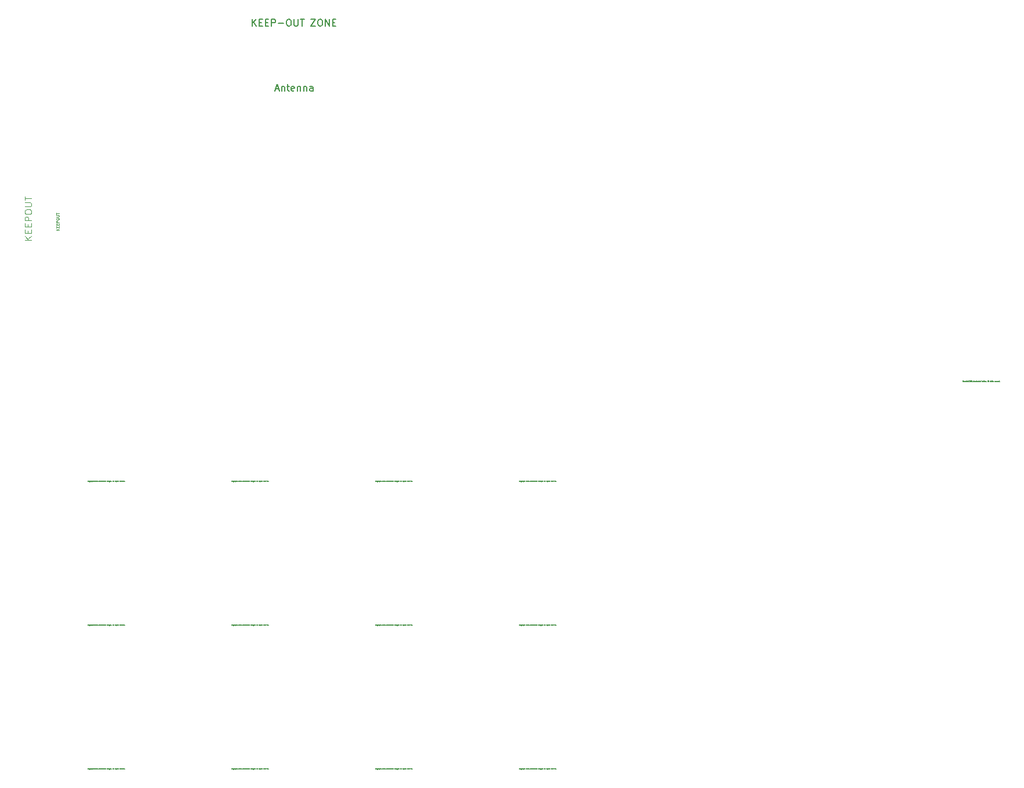
<source format=gbr>
%TF.GenerationSoftware,KiCad,Pcbnew,7.0.8*%
%TF.CreationDate,2023-12-13T13:42:29+01:00*%
%TF.ProjectId,keypad,6b657970-6164-42e6-9b69-6361645f7063,rev?*%
%TF.SameCoordinates,Original*%
%TF.FileFunction,Other,Comment*%
%FSLAX46Y46*%
G04 Gerber Fmt 4.6, Leading zero omitted, Abs format (unit mm)*
G04 Created by KiCad (PCBNEW 7.0.8) date 2023-12-13 13:42:29*
%MOMM*%
%LPD*%
G01*
G04 APERTURE LIST*
%ADD10C,0.002000*%
%ADD11C,0.150000*%
%ADD12C,0.060000*%
%ADD13C,0.100000*%
G04 APERTURE END LIST*
D10*
X109270766Y-121819953D02*
X109264718Y-121826001D01*
X109264718Y-121826001D02*
X109246576Y-121832048D01*
X109246576Y-121832048D02*
X109234480Y-121832048D01*
X109234480Y-121832048D02*
X109216337Y-121826001D01*
X109216337Y-121826001D02*
X109204242Y-121813905D01*
X109204242Y-121813905D02*
X109198195Y-121801810D01*
X109198195Y-121801810D02*
X109192147Y-121777620D01*
X109192147Y-121777620D02*
X109192147Y-121759477D01*
X109192147Y-121759477D02*
X109198195Y-121735286D01*
X109198195Y-121735286D02*
X109204242Y-121723191D01*
X109204242Y-121723191D02*
X109216337Y-121711096D01*
X109216337Y-121711096D02*
X109234480Y-121705048D01*
X109234480Y-121705048D02*
X109246576Y-121705048D01*
X109246576Y-121705048D02*
X109264718Y-121711096D01*
X109264718Y-121711096D02*
X109270766Y-121717143D01*
X109343337Y-121832048D02*
X109331242Y-121826001D01*
X109331242Y-121826001D02*
X109325195Y-121819953D01*
X109325195Y-121819953D02*
X109319147Y-121807858D01*
X109319147Y-121807858D02*
X109319147Y-121771572D01*
X109319147Y-121771572D02*
X109325195Y-121759477D01*
X109325195Y-121759477D02*
X109331242Y-121753429D01*
X109331242Y-121753429D02*
X109343337Y-121747381D01*
X109343337Y-121747381D02*
X109361480Y-121747381D01*
X109361480Y-121747381D02*
X109373576Y-121753429D01*
X109373576Y-121753429D02*
X109379623Y-121759477D01*
X109379623Y-121759477D02*
X109385671Y-121771572D01*
X109385671Y-121771572D02*
X109385671Y-121807858D01*
X109385671Y-121807858D02*
X109379623Y-121819953D01*
X109379623Y-121819953D02*
X109373576Y-121826001D01*
X109373576Y-121826001D02*
X109361480Y-121832048D01*
X109361480Y-121832048D02*
X109343337Y-121832048D01*
X109440100Y-121747381D02*
X109440100Y-121874381D01*
X109440100Y-121753429D02*
X109452195Y-121747381D01*
X109452195Y-121747381D02*
X109476385Y-121747381D01*
X109476385Y-121747381D02*
X109488481Y-121753429D01*
X109488481Y-121753429D02*
X109494528Y-121759477D01*
X109494528Y-121759477D02*
X109500576Y-121771572D01*
X109500576Y-121771572D02*
X109500576Y-121807858D01*
X109500576Y-121807858D02*
X109494528Y-121819953D01*
X109494528Y-121819953D02*
X109488481Y-121826001D01*
X109488481Y-121826001D02*
X109476385Y-121832048D01*
X109476385Y-121832048D02*
X109452195Y-121832048D01*
X109452195Y-121832048D02*
X109440100Y-121826001D01*
X109542909Y-121747381D02*
X109573147Y-121832048D01*
X109603386Y-121747381D02*
X109573147Y-121832048D01*
X109573147Y-121832048D02*
X109561052Y-121862286D01*
X109561052Y-121862286D02*
X109555005Y-121868334D01*
X109555005Y-121868334D02*
X109542909Y-121874381D01*
X109651767Y-121832048D02*
X109651767Y-121747381D01*
X109651767Y-121771572D02*
X109657814Y-121759477D01*
X109657814Y-121759477D02*
X109663862Y-121753429D01*
X109663862Y-121753429D02*
X109675957Y-121747381D01*
X109675957Y-121747381D02*
X109688052Y-121747381D01*
X109730386Y-121832048D02*
X109730386Y-121747381D01*
X109730386Y-121705048D02*
X109724338Y-121711096D01*
X109724338Y-121711096D02*
X109730386Y-121717143D01*
X109730386Y-121717143D02*
X109736433Y-121711096D01*
X109736433Y-121711096D02*
X109730386Y-121705048D01*
X109730386Y-121705048D02*
X109730386Y-121717143D01*
X109845290Y-121747381D02*
X109845290Y-121850191D01*
X109845290Y-121850191D02*
X109839243Y-121862286D01*
X109839243Y-121862286D02*
X109833195Y-121868334D01*
X109833195Y-121868334D02*
X109821100Y-121874381D01*
X109821100Y-121874381D02*
X109802957Y-121874381D01*
X109802957Y-121874381D02*
X109790862Y-121868334D01*
X109845290Y-121826001D02*
X109833195Y-121832048D01*
X109833195Y-121832048D02*
X109809004Y-121832048D01*
X109809004Y-121832048D02*
X109796909Y-121826001D01*
X109796909Y-121826001D02*
X109790862Y-121819953D01*
X109790862Y-121819953D02*
X109784814Y-121807858D01*
X109784814Y-121807858D02*
X109784814Y-121771572D01*
X109784814Y-121771572D02*
X109790862Y-121759477D01*
X109790862Y-121759477D02*
X109796909Y-121753429D01*
X109796909Y-121753429D02*
X109809004Y-121747381D01*
X109809004Y-121747381D02*
X109833195Y-121747381D01*
X109833195Y-121747381D02*
X109845290Y-121753429D01*
X109905767Y-121832048D02*
X109905767Y-121705048D01*
X109960195Y-121832048D02*
X109960195Y-121765524D01*
X109960195Y-121765524D02*
X109954148Y-121753429D01*
X109954148Y-121753429D02*
X109942052Y-121747381D01*
X109942052Y-121747381D02*
X109923909Y-121747381D01*
X109923909Y-121747381D02*
X109911814Y-121753429D01*
X109911814Y-121753429D02*
X109905767Y-121759477D01*
X110002529Y-121747381D02*
X110050910Y-121747381D01*
X110020672Y-121705048D02*
X110020672Y-121813905D01*
X110020672Y-121813905D02*
X110026719Y-121826001D01*
X110026719Y-121826001D02*
X110038814Y-121832048D01*
X110038814Y-121832048D02*
X110050910Y-121832048D01*
X110183957Y-121717143D02*
X110190005Y-121711096D01*
X110190005Y-121711096D02*
X110202100Y-121705048D01*
X110202100Y-121705048D02*
X110232338Y-121705048D01*
X110232338Y-121705048D02*
X110244433Y-121711096D01*
X110244433Y-121711096D02*
X110250481Y-121717143D01*
X110250481Y-121717143D02*
X110256528Y-121729239D01*
X110256528Y-121729239D02*
X110256528Y-121741334D01*
X110256528Y-121741334D02*
X110250481Y-121759477D01*
X110250481Y-121759477D02*
X110177909Y-121832048D01*
X110177909Y-121832048D02*
X110256528Y-121832048D01*
X110335147Y-121705048D02*
X110347242Y-121705048D01*
X110347242Y-121705048D02*
X110359338Y-121711096D01*
X110359338Y-121711096D02*
X110365385Y-121717143D01*
X110365385Y-121717143D02*
X110371433Y-121729239D01*
X110371433Y-121729239D02*
X110377480Y-121753429D01*
X110377480Y-121753429D02*
X110377480Y-121783667D01*
X110377480Y-121783667D02*
X110371433Y-121807858D01*
X110371433Y-121807858D02*
X110365385Y-121819953D01*
X110365385Y-121819953D02*
X110359338Y-121826001D01*
X110359338Y-121826001D02*
X110347242Y-121832048D01*
X110347242Y-121832048D02*
X110335147Y-121832048D01*
X110335147Y-121832048D02*
X110323052Y-121826001D01*
X110323052Y-121826001D02*
X110317004Y-121819953D01*
X110317004Y-121819953D02*
X110310957Y-121807858D01*
X110310957Y-121807858D02*
X110304909Y-121783667D01*
X110304909Y-121783667D02*
X110304909Y-121753429D01*
X110304909Y-121753429D02*
X110310957Y-121729239D01*
X110310957Y-121729239D02*
X110317004Y-121717143D01*
X110317004Y-121717143D02*
X110323052Y-121711096D01*
X110323052Y-121711096D02*
X110335147Y-121705048D01*
X110498432Y-121832048D02*
X110425861Y-121832048D01*
X110462147Y-121832048D02*
X110462147Y-121705048D01*
X110462147Y-121705048D02*
X110450051Y-121723191D01*
X110450051Y-121723191D02*
X110437956Y-121735286D01*
X110437956Y-121735286D02*
X110425861Y-121741334D01*
X110607289Y-121705048D02*
X110583099Y-121705048D01*
X110583099Y-121705048D02*
X110571003Y-121711096D01*
X110571003Y-121711096D02*
X110564956Y-121717143D01*
X110564956Y-121717143D02*
X110552861Y-121735286D01*
X110552861Y-121735286D02*
X110546813Y-121759477D01*
X110546813Y-121759477D02*
X110546813Y-121807858D01*
X110546813Y-121807858D02*
X110552861Y-121819953D01*
X110552861Y-121819953D02*
X110558908Y-121826001D01*
X110558908Y-121826001D02*
X110571003Y-121832048D01*
X110571003Y-121832048D02*
X110595194Y-121832048D01*
X110595194Y-121832048D02*
X110607289Y-121826001D01*
X110607289Y-121826001D02*
X110613337Y-121819953D01*
X110613337Y-121819953D02*
X110619384Y-121807858D01*
X110619384Y-121807858D02*
X110619384Y-121777620D01*
X110619384Y-121777620D02*
X110613337Y-121765524D01*
X110613337Y-121765524D02*
X110607289Y-121759477D01*
X110607289Y-121759477D02*
X110595194Y-121753429D01*
X110595194Y-121753429D02*
X110571003Y-121753429D01*
X110571003Y-121753429D02*
X110558908Y-121759477D01*
X110558908Y-121759477D02*
X110552861Y-121765524D01*
X110552861Y-121765524D02*
X110546813Y-121777620D01*
X110764527Y-121795762D02*
X110825003Y-121795762D01*
X110752432Y-121832048D02*
X110794765Y-121705048D01*
X110794765Y-121705048D02*
X110837098Y-121832048D01*
X110933860Y-121826001D02*
X110921765Y-121832048D01*
X110921765Y-121832048D02*
X110897574Y-121832048D01*
X110897574Y-121832048D02*
X110885479Y-121826001D01*
X110885479Y-121826001D02*
X110879432Y-121819953D01*
X110879432Y-121819953D02*
X110873384Y-121807858D01*
X110873384Y-121807858D02*
X110873384Y-121771572D01*
X110873384Y-121771572D02*
X110879432Y-121759477D01*
X110879432Y-121759477D02*
X110885479Y-121753429D01*
X110885479Y-121753429D02*
X110897574Y-121747381D01*
X110897574Y-121747381D02*
X110921765Y-121747381D01*
X110921765Y-121747381D02*
X110933860Y-121753429D01*
X111042717Y-121826001D02*
X111030622Y-121832048D01*
X111030622Y-121832048D02*
X111006431Y-121832048D01*
X111006431Y-121832048D02*
X110994336Y-121826001D01*
X110994336Y-121826001D02*
X110988289Y-121819953D01*
X110988289Y-121819953D02*
X110982241Y-121807858D01*
X110982241Y-121807858D02*
X110982241Y-121771572D01*
X110982241Y-121771572D02*
X110988289Y-121759477D01*
X110988289Y-121759477D02*
X110994336Y-121753429D01*
X110994336Y-121753429D02*
X111006431Y-121747381D01*
X111006431Y-121747381D02*
X111030622Y-121747381D01*
X111030622Y-121747381D02*
X111042717Y-121753429D01*
X111145527Y-121826001D02*
X111133431Y-121832048D01*
X111133431Y-121832048D02*
X111109241Y-121832048D01*
X111109241Y-121832048D02*
X111097146Y-121826001D01*
X111097146Y-121826001D02*
X111091098Y-121813905D01*
X111091098Y-121813905D02*
X111091098Y-121765524D01*
X111091098Y-121765524D02*
X111097146Y-121753429D01*
X111097146Y-121753429D02*
X111109241Y-121747381D01*
X111109241Y-121747381D02*
X111133431Y-121747381D01*
X111133431Y-121747381D02*
X111145527Y-121753429D01*
X111145527Y-121753429D02*
X111151574Y-121765524D01*
X111151574Y-121765524D02*
X111151574Y-121777620D01*
X111151574Y-121777620D02*
X111091098Y-121789715D01*
X111224145Y-121832048D02*
X111212050Y-121826001D01*
X111212050Y-121826001D02*
X111206003Y-121813905D01*
X111206003Y-121813905D02*
X111206003Y-121705048D01*
X111320908Y-121826001D02*
X111308812Y-121832048D01*
X111308812Y-121832048D02*
X111284622Y-121832048D01*
X111284622Y-121832048D02*
X111272527Y-121826001D01*
X111272527Y-121826001D02*
X111266479Y-121813905D01*
X111266479Y-121813905D02*
X111266479Y-121765524D01*
X111266479Y-121765524D02*
X111272527Y-121753429D01*
X111272527Y-121753429D02*
X111284622Y-121747381D01*
X111284622Y-121747381D02*
X111308812Y-121747381D01*
X111308812Y-121747381D02*
X111320908Y-121753429D01*
X111320908Y-121753429D02*
X111326955Y-121765524D01*
X111326955Y-121765524D02*
X111326955Y-121777620D01*
X111326955Y-121777620D02*
X111266479Y-121789715D01*
X111381384Y-121832048D02*
X111381384Y-121747381D01*
X111381384Y-121771572D02*
X111387431Y-121759477D01*
X111387431Y-121759477D02*
X111393479Y-121753429D01*
X111393479Y-121753429D02*
X111405574Y-121747381D01*
X111405574Y-121747381D02*
X111417669Y-121747381D01*
X111514431Y-121832048D02*
X111514431Y-121765524D01*
X111514431Y-121765524D02*
X111508384Y-121753429D01*
X111508384Y-121753429D02*
X111496288Y-121747381D01*
X111496288Y-121747381D02*
X111472098Y-121747381D01*
X111472098Y-121747381D02*
X111460003Y-121753429D01*
X111514431Y-121826001D02*
X111502336Y-121832048D01*
X111502336Y-121832048D02*
X111472098Y-121832048D01*
X111472098Y-121832048D02*
X111460003Y-121826001D01*
X111460003Y-121826001D02*
X111453955Y-121813905D01*
X111453955Y-121813905D02*
X111453955Y-121801810D01*
X111453955Y-121801810D02*
X111460003Y-121789715D01*
X111460003Y-121789715D02*
X111472098Y-121783667D01*
X111472098Y-121783667D02*
X111502336Y-121783667D01*
X111502336Y-121783667D02*
X111514431Y-121777620D01*
X111556765Y-121747381D02*
X111605146Y-121747381D01*
X111574908Y-121705048D02*
X111574908Y-121813905D01*
X111574908Y-121813905D02*
X111580955Y-121826001D01*
X111580955Y-121826001D02*
X111593050Y-121832048D01*
X111593050Y-121832048D02*
X111605146Y-121832048D01*
X111695860Y-121826001D02*
X111683764Y-121832048D01*
X111683764Y-121832048D02*
X111659574Y-121832048D01*
X111659574Y-121832048D02*
X111647479Y-121826001D01*
X111647479Y-121826001D02*
X111641431Y-121813905D01*
X111641431Y-121813905D02*
X111641431Y-121765524D01*
X111641431Y-121765524D02*
X111647479Y-121753429D01*
X111647479Y-121753429D02*
X111659574Y-121747381D01*
X111659574Y-121747381D02*
X111683764Y-121747381D01*
X111683764Y-121747381D02*
X111695860Y-121753429D01*
X111695860Y-121753429D02*
X111701907Y-121765524D01*
X111701907Y-121765524D02*
X111701907Y-121777620D01*
X111701907Y-121777620D02*
X111641431Y-121789715D01*
X111810764Y-121832048D02*
X111810764Y-121705048D01*
X111810764Y-121826001D02*
X111798669Y-121832048D01*
X111798669Y-121832048D02*
X111774478Y-121832048D01*
X111774478Y-121832048D02*
X111762383Y-121826001D01*
X111762383Y-121826001D02*
X111756336Y-121819953D01*
X111756336Y-121819953D02*
X111750288Y-121807858D01*
X111750288Y-121807858D02*
X111750288Y-121771572D01*
X111750288Y-121771572D02*
X111756336Y-121759477D01*
X111756336Y-121759477D02*
X111762383Y-121753429D01*
X111762383Y-121753429D02*
X111774478Y-121747381D01*
X111774478Y-121747381D02*
X111798669Y-121747381D01*
X111798669Y-121747381D02*
X111810764Y-121753429D01*
X111968003Y-121832048D02*
X111968003Y-121705048D01*
X111968003Y-121705048D02*
X111998241Y-121705048D01*
X111998241Y-121705048D02*
X112016384Y-121711096D01*
X112016384Y-121711096D02*
X112028479Y-121723191D01*
X112028479Y-121723191D02*
X112034526Y-121735286D01*
X112034526Y-121735286D02*
X112040574Y-121759477D01*
X112040574Y-121759477D02*
X112040574Y-121777620D01*
X112040574Y-121777620D02*
X112034526Y-121801810D01*
X112034526Y-121801810D02*
X112028479Y-121813905D01*
X112028479Y-121813905D02*
X112016384Y-121826001D01*
X112016384Y-121826001D02*
X111998241Y-121832048D01*
X111998241Y-121832048D02*
X111968003Y-121832048D01*
X112143384Y-121826001D02*
X112131288Y-121832048D01*
X112131288Y-121832048D02*
X112107098Y-121832048D01*
X112107098Y-121832048D02*
X112095003Y-121826001D01*
X112095003Y-121826001D02*
X112088955Y-121813905D01*
X112088955Y-121813905D02*
X112088955Y-121765524D01*
X112088955Y-121765524D02*
X112095003Y-121753429D01*
X112095003Y-121753429D02*
X112107098Y-121747381D01*
X112107098Y-121747381D02*
X112131288Y-121747381D01*
X112131288Y-121747381D02*
X112143384Y-121753429D01*
X112143384Y-121753429D02*
X112149431Y-121765524D01*
X112149431Y-121765524D02*
X112149431Y-121777620D01*
X112149431Y-121777620D02*
X112088955Y-121789715D01*
X112197812Y-121826001D02*
X112209907Y-121832048D01*
X112209907Y-121832048D02*
X112234098Y-121832048D01*
X112234098Y-121832048D02*
X112246193Y-121826001D01*
X112246193Y-121826001D02*
X112252241Y-121813905D01*
X112252241Y-121813905D02*
X112252241Y-121807858D01*
X112252241Y-121807858D02*
X112246193Y-121795762D01*
X112246193Y-121795762D02*
X112234098Y-121789715D01*
X112234098Y-121789715D02*
X112215955Y-121789715D01*
X112215955Y-121789715D02*
X112203860Y-121783667D01*
X112203860Y-121783667D02*
X112197812Y-121771572D01*
X112197812Y-121771572D02*
X112197812Y-121765524D01*
X112197812Y-121765524D02*
X112203860Y-121753429D01*
X112203860Y-121753429D02*
X112215955Y-121747381D01*
X112215955Y-121747381D02*
X112234098Y-121747381D01*
X112234098Y-121747381D02*
X112246193Y-121753429D01*
X112306670Y-121832048D02*
X112306670Y-121747381D01*
X112306670Y-121705048D02*
X112300622Y-121711096D01*
X112300622Y-121711096D02*
X112306670Y-121717143D01*
X112306670Y-121717143D02*
X112312717Y-121711096D01*
X112312717Y-121711096D02*
X112306670Y-121705048D01*
X112306670Y-121705048D02*
X112306670Y-121717143D01*
X112421574Y-121747381D02*
X112421574Y-121850191D01*
X112421574Y-121850191D02*
X112415527Y-121862286D01*
X112415527Y-121862286D02*
X112409479Y-121868334D01*
X112409479Y-121868334D02*
X112397384Y-121874381D01*
X112397384Y-121874381D02*
X112379241Y-121874381D01*
X112379241Y-121874381D02*
X112367146Y-121868334D01*
X112421574Y-121826001D02*
X112409479Y-121832048D01*
X112409479Y-121832048D02*
X112385288Y-121832048D01*
X112385288Y-121832048D02*
X112373193Y-121826001D01*
X112373193Y-121826001D02*
X112367146Y-121819953D01*
X112367146Y-121819953D02*
X112361098Y-121807858D01*
X112361098Y-121807858D02*
X112361098Y-121771572D01*
X112361098Y-121771572D02*
X112367146Y-121759477D01*
X112367146Y-121759477D02*
X112373193Y-121753429D01*
X112373193Y-121753429D02*
X112385288Y-121747381D01*
X112385288Y-121747381D02*
X112409479Y-121747381D01*
X112409479Y-121747381D02*
X112421574Y-121753429D01*
X112482051Y-121747381D02*
X112482051Y-121832048D01*
X112482051Y-121759477D02*
X112488098Y-121753429D01*
X112488098Y-121753429D02*
X112500193Y-121747381D01*
X112500193Y-121747381D02*
X112518336Y-121747381D01*
X112518336Y-121747381D02*
X112530432Y-121753429D01*
X112530432Y-121753429D02*
X112536479Y-121765524D01*
X112536479Y-121765524D02*
X112536479Y-121832048D01*
X112590908Y-121826001D02*
X112603003Y-121832048D01*
X112603003Y-121832048D02*
X112627194Y-121832048D01*
X112627194Y-121832048D02*
X112639289Y-121826001D01*
X112639289Y-121826001D02*
X112645337Y-121813905D01*
X112645337Y-121813905D02*
X112645337Y-121807858D01*
X112645337Y-121807858D02*
X112639289Y-121795762D01*
X112639289Y-121795762D02*
X112627194Y-121789715D01*
X112627194Y-121789715D02*
X112609051Y-121789715D01*
X112609051Y-121789715D02*
X112596956Y-121783667D01*
X112596956Y-121783667D02*
X112590908Y-121771572D01*
X112590908Y-121771572D02*
X112590908Y-121765524D01*
X112590908Y-121765524D02*
X112596956Y-121753429D01*
X112596956Y-121753429D02*
X112609051Y-121747381D01*
X112609051Y-121747381D02*
X112627194Y-121747381D01*
X112627194Y-121747381D02*
X112639289Y-121753429D01*
X112699766Y-121819953D02*
X112705813Y-121826001D01*
X112705813Y-121826001D02*
X112699766Y-121832048D01*
X112699766Y-121832048D02*
X112693718Y-121826001D01*
X112693718Y-121826001D02*
X112699766Y-121819953D01*
X112699766Y-121819953D02*
X112699766Y-121832048D01*
X112850956Y-121795762D02*
X112911432Y-121795762D01*
X112838861Y-121832048D02*
X112881194Y-121705048D01*
X112881194Y-121705048D02*
X112923527Y-121832048D01*
X112984003Y-121832048D02*
X112971908Y-121826001D01*
X112971908Y-121826001D02*
X112965861Y-121813905D01*
X112965861Y-121813905D02*
X112965861Y-121705048D01*
X113050527Y-121832048D02*
X113038432Y-121826001D01*
X113038432Y-121826001D02*
X113032385Y-121813905D01*
X113032385Y-121813905D02*
X113032385Y-121705048D01*
X113195671Y-121832048D02*
X113195671Y-121747381D01*
X113195671Y-121771572D02*
X113201718Y-121759477D01*
X113201718Y-121759477D02*
X113207766Y-121753429D01*
X113207766Y-121753429D02*
X113219861Y-121747381D01*
X113219861Y-121747381D02*
X113231956Y-121747381D01*
X113274290Y-121832048D02*
X113274290Y-121747381D01*
X113274290Y-121705048D02*
X113268242Y-121711096D01*
X113268242Y-121711096D02*
X113274290Y-121717143D01*
X113274290Y-121717143D02*
X113280337Y-121711096D01*
X113280337Y-121711096D02*
X113274290Y-121705048D01*
X113274290Y-121705048D02*
X113274290Y-121717143D01*
X113389194Y-121747381D02*
X113389194Y-121850191D01*
X113389194Y-121850191D02*
X113383147Y-121862286D01*
X113383147Y-121862286D02*
X113377099Y-121868334D01*
X113377099Y-121868334D02*
X113365004Y-121874381D01*
X113365004Y-121874381D02*
X113346861Y-121874381D01*
X113346861Y-121874381D02*
X113334766Y-121868334D01*
X113389194Y-121826001D02*
X113377099Y-121832048D01*
X113377099Y-121832048D02*
X113352908Y-121832048D01*
X113352908Y-121832048D02*
X113340813Y-121826001D01*
X113340813Y-121826001D02*
X113334766Y-121819953D01*
X113334766Y-121819953D02*
X113328718Y-121807858D01*
X113328718Y-121807858D02*
X113328718Y-121771572D01*
X113328718Y-121771572D02*
X113334766Y-121759477D01*
X113334766Y-121759477D02*
X113340813Y-121753429D01*
X113340813Y-121753429D02*
X113352908Y-121747381D01*
X113352908Y-121747381D02*
X113377099Y-121747381D01*
X113377099Y-121747381D02*
X113389194Y-121753429D01*
X113449671Y-121832048D02*
X113449671Y-121705048D01*
X113504099Y-121832048D02*
X113504099Y-121765524D01*
X113504099Y-121765524D02*
X113498052Y-121753429D01*
X113498052Y-121753429D02*
X113485956Y-121747381D01*
X113485956Y-121747381D02*
X113467813Y-121747381D01*
X113467813Y-121747381D02*
X113455718Y-121753429D01*
X113455718Y-121753429D02*
X113449671Y-121759477D01*
X113546433Y-121747381D02*
X113594814Y-121747381D01*
X113564576Y-121705048D02*
X113564576Y-121813905D01*
X113564576Y-121813905D02*
X113570623Y-121826001D01*
X113570623Y-121826001D02*
X113582718Y-121832048D01*
X113582718Y-121832048D02*
X113594814Y-121832048D01*
X113631099Y-121826001D02*
X113643194Y-121832048D01*
X113643194Y-121832048D02*
X113667385Y-121832048D01*
X113667385Y-121832048D02*
X113679480Y-121826001D01*
X113679480Y-121826001D02*
X113685528Y-121813905D01*
X113685528Y-121813905D02*
X113685528Y-121807858D01*
X113685528Y-121807858D02*
X113679480Y-121795762D01*
X113679480Y-121795762D02*
X113667385Y-121789715D01*
X113667385Y-121789715D02*
X113649242Y-121789715D01*
X113649242Y-121789715D02*
X113637147Y-121783667D01*
X113637147Y-121783667D02*
X113631099Y-121771572D01*
X113631099Y-121771572D02*
X113631099Y-121765524D01*
X113631099Y-121765524D02*
X113637147Y-121753429D01*
X113637147Y-121753429D02*
X113649242Y-121747381D01*
X113649242Y-121747381D02*
X113667385Y-121747381D01*
X113667385Y-121747381D02*
X113679480Y-121753429D01*
X113836719Y-121832048D02*
X113836719Y-121747381D01*
X113836719Y-121771572D02*
X113842766Y-121759477D01*
X113842766Y-121759477D02*
X113848814Y-121753429D01*
X113848814Y-121753429D02*
X113860909Y-121747381D01*
X113860909Y-121747381D02*
X113873004Y-121747381D01*
X113963719Y-121826001D02*
X113951623Y-121832048D01*
X113951623Y-121832048D02*
X113927433Y-121832048D01*
X113927433Y-121832048D02*
X113915338Y-121826001D01*
X113915338Y-121826001D02*
X113909290Y-121813905D01*
X113909290Y-121813905D02*
X113909290Y-121765524D01*
X113909290Y-121765524D02*
X113915338Y-121753429D01*
X113915338Y-121753429D02*
X113927433Y-121747381D01*
X113927433Y-121747381D02*
X113951623Y-121747381D01*
X113951623Y-121747381D02*
X113963719Y-121753429D01*
X113963719Y-121753429D02*
X113969766Y-121765524D01*
X113969766Y-121765524D02*
X113969766Y-121777620D01*
X113969766Y-121777620D02*
X113909290Y-121789715D01*
X114018147Y-121826001D02*
X114030242Y-121832048D01*
X114030242Y-121832048D02*
X114054433Y-121832048D01*
X114054433Y-121832048D02*
X114066528Y-121826001D01*
X114066528Y-121826001D02*
X114072576Y-121813905D01*
X114072576Y-121813905D02*
X114072576Y-121807858D01*
X114072576Y-121807858D02*
X114066528Y-121795762D01*
X114066528Y-121795762D02*
X114054433Y-121789715D01*
X114054433Y-121789715D02*
X114036290Y-121789715D01*
X114036290Y-121789715D02*
X114024195Y-121783667D01*
X114024195Y-121783667D02*
X114018147Y-121771572D01*
X114018147Y-121771572D02*
X114018147Y-121765524D01*
X114018147Y-121765524D02*
X114024195Y-121753429D01*
X114024195Y-121753429D02*
X114036290Y-121747381D01*
X114036290Y-121747381D02*
X114054433Y-121747381D01*
X114054433Y-121747381D02*
X114066528Y-121753429D01*
X114175386Y-121826001D02*
X114163290Y-121832048D01*
X114163290Y-121832048D02*
X114139100Y-121832048D01*
X114139100Y-121832048D02*
X114127005Y-121826001D01*
X114127005Y-121826001D02*
X114120957Y-121813905D01*
X114120957Y-121813905D02*
X114120957Y-121765524D01*
X114120957Y-121765524D02*
X114127005Y-121753429D01*
X114127005Y-121753429D02*
X114139100Y-121747381D01*
X114139100Y-121747381D02*
X114163290Y-121747381D01*
X114163290Y-121747381D02*
X114175386Y-121753429D01*
X114175386Y-121753429D02*
X114181433Y-121765524D01*
X114181433Y-121765524D02*
X114181433Y-121777620D01*
X114181433Y-121777620D02*
X114120957Y-121789715D01*
X114235862Y-121832048D02*
X114235862Y-121747381D01*
X114235862Y-121771572D02*
X114241909Y-121759477D01*
X114241909Y-121759477D02*
X114247957Y-121753429D01*
X114247957Y-121753429D02*
X114260052Y-121747381D01*
X114260052Y-121747381D02*
X114272147Y-121747381D01*
X114302385Y-121747381D02*
X114332623Y-121832048D01*
X114332623Y-121832048D02*
X114362862Y-121747381D01*
X114459624Y-121826001D02*
X114447528Y-121832048D01*
X114447528Y-121832048D02*
X114423338Y-121832048D01*
X114423338Y-121832048D02*
X114411243Y-121826001D01*
X114411243Y-121826001D02*
X114405195Y-121813905D01*
X114405195Y-121813905D02*
X114405195Y-121765524D01*
X114405195Y-121765524D02*
X114411243Y-121753429D01*
X114411243Y-121753429D02*
X114423338Y-121747381D01*
X114423338Y-121747381D02*
X114447528Y-121747381D01*
X114447528Y-121747381D02*
X114459624Y-121753429D01*
X114459624Y-121753429D02*
X114465671Y-121765524D01*
X114465671Y-121765524D02*
X114465671Y-121777620D01*
X114465671Y-121777620D02*
X114405195Y-121789715D01*
X114574528Y-121832048D02*
X114574528Y-121705048D01*
X114574528Y-121826001D02*
X114562433Y-121832048D01*
X114562433Y-121832048D02*
X114538242Y-121832048D01*
X114538242Y-121832048D02*
X114526147Y-121826001D01*
X114526147Y-121826001D02*
X114520100Y-121819953D01*
X114520100Y-121819953D02*
X114514052Y-121807858D01*
X114514052Y-121807858D02*
X114514052Y-121771572D01*
X114514052Y-121771572D02*
X114520100Y-121759477D01*
X114520100Y-121759477D02*
X114526147Y-121753429D01*
X114526147Y-121753429D02*
X114538242Y-121747381D01*
X114538242Y-121747381D02*
X114562433Y-121747381D01*
X114562433Y-121747381D02*
X114574528Y-121753429D01*
X114635005Y-121819953D02*
X114641052Y-121826001D01*
X114641052Y-121826001D02*
X114635005Y-121832048D01*
X114635005Y-121832048D02*
X114628957Y-121826001D01*
X114628957Y-121826001D02*
X114635005Y-121819953D01*
X114635005Y-121819953D02*
X114635005Y-121832048D01*
X130270766Y-142819953D02*
X130264718Y-142826001D01*
X130264718Y-142826001D02*
X130246576Y-142832048D01*
X130246576Y-142832048D02*
X130234480Y-142832048D01*
X130234480Y-142832048D02*
X130216337Y-142826001D01*
X130216337Y-142826001D02*
X130204242Y-142813905D01*
X130204242Y-142813905D02*
X130198195Y-142801810D01*
X130198195Y-142801810D02*
X130192147Y-142777620D01*
X130192147Y-142777620D02*
X130192147Y-142759477D01*
X130192147Y-142759477D02*
X130198195Y-142735286D01*
X130198195Y-142735286D02*
X130204242Y-142723191D01*
X130204242Y-142723191D02*
X130216337Y-142711096D01*
X130216337Y-142711096D02*
X130234480Y-142705048D01*
X130234480Y-142705048D02*
X130246576Y-142705048D01*
X130246576Y-142705048D02*
X130264718Y-142711096D01*
X130264718Y-142711096D02*
X130270766Y-142717143D01*
X130343337Y-142832048D02*
X130331242Y-142826001D01*
X130331242Y-142826001D02*
X130325195Y-142819953D01*
X130325195Y-142819953D02*
X130319147Y-142807858D01*
X130319147Y-142807858D02*
X130319147Y-142771572D01*
X130319147Y-142771572D02*
X130325195Y-142759477D01*
X130325195Y-142759477D02*
X130331242Y-142753429D01*
X130331242Y-142753429D02*
X130343337Y-142747381D01*
X130343337Y-142747381D02*
X130361480Y-142747381D01*
X130361480Y-142747381D02*
X130373576Y-142753429D01*
X130373576Y-142753429D02*
X130379623Y-142759477D01*
X130379623Y-142759477D02*
X130385671Y-142771572D01*
X130385671Y-142771572D02*
X130385671Y-142807858D01*
X130385671Y-142807858D02*
X130379623Y-142819953D01*
X130379623Y-142819953D02*
X130373576Y-142826001D01*
X130373576Y-142826001D02*
X130361480Y-142832048D01*
X130361480Y-142832048D02*
X130343337Y-142832048D01*
X130440100Y-142747381D02*
X130440100Y-142874381D01*
X130440100Y-142753429D02*
X130452195Y-142747381D01*
X130452195Y-142747381D02*
X130476385Y-142747381D01*
X130476385Y-142747381D02*
X130488481Y-142753429D01*
X130488481Y-142753429D02*
X130494528Y-142759477D01*
X130494528Y-142759477D02*
X130500576Y-142771572D01*
X130500576Y-142771572D02*
X130500576Y-142807858D01*
X130500576Y-142807858D02*
X130494528Y-142819953D01*
X130494528Y-142819953D02*
X130488481Y-142826001D01*
X130488481Y-142826001D02*
X130476385Y-142832048D01*
X130476385Y-142832048D02*
X130452195Y-142832048D01*
X130452195Y-142832048D02*
X130440100Y-142826001D01*
X130542909Y-142747381D02*
X130573147Y-142832048D01*
X130603386Y-142747381D02*
X130573147Y-142832048D01*
X130573147Y-142832048D02*
X130561052Y-142862286D01*
X130561052Y-142862286D02*
X130555005Y-142868334D01*
X130555005Y-142868334D02*
X130542909Y-142874381D01*
X130651767Y-142832048D02*
X130651767Y-142747381D01*
X130651767Y-142771572D02*
X130657814Y-142759477D01*
X130657814Y-142759477D02*
X130663862Y-142753429D01*
X130663862Y-142753429D02*
X130675957Y-142747381D01*
X130675957Y-142747381D02*
X130688052Y-142747381D01*
X130730386Y-142832048D02*
X130730386Y-142747381D01*
X130730386Y-142705048D02*
X130724338Y-142711096D01*
X130724338Y-142711096D02*
X130730386Y-142717143D01*
X130730386Y-142717143D02*
X130736433Y-142711096D01*
X130736433Y-142711096D02*
X130730386Y-142705048D01*
X130730386Y-142705048D02*
X130730386Y-142717143D01*
X130845290Y-142747381D02*
X130845290Y-142850191D01*
X130845290Y-142850191D02*
X130839243Y-142862286D01*
X130839243Y-142862286D02*
X130833195Y-142868334D01*
X130833195Y-142868334D02*
X130821100Y-142874381D01*
X130821100Y-142874381D02*
X130802957Y-142874381D01*
X130802957Y-142874381D02*
X130790862Y-142868334D01*
X130845290Y-142826001D02*
X130833195Y-142832048D01*
X130833195Y-142832048D02*
X130809004Y-142832048D01*
X130809004Y-142832048D02*
X130796909Y-142826001D01*
X130796909Y-142826001D02*
X130790862Y-142819953D01*
X130790862Y-142819953D02*
X130784814Y-142807858D01*
X130784814Y-142807858D02*
X130784814Y-142771572D01*
X130784814Y-142771572D02*
X130790862Y-142759477D01*
X130790862Y-142759477D02*
X130796909Y-142753429D01*
X130796909Y-142753429D02*
X130809004Y-142747381D01*
X130809004Y-142747381D02*
X130833195Y-142747381D01*
X130833195Y-142747381D02*
X130845290Y-142753429D01*
X130905767Y-142832048D02*
X130905767Y-142705048D01*
X130960195Y-142832048D02*
X130960195Y-142765524D01*
X130960195Y-142765524D02*
X130954148Y-142753429D01*
X130954148Y-142753429D02*
X130942052Y-142747381D01*
X130942052Y-142747381D02*
X130923909Y-142747381D01*
X130923909Y-142747381D02*
X130911814Y-142753429D01*
X130911814Y-142753429D02*
X130905767Y-142759477D01*
X131002529Y-142747381D02*
X131050910Y-142747381D01*
X131020672Y-142705048D02*
X131020672Y-142813905D01*
X131020672Y-142813905D02*
X131026719Y-142826001D01*
X131026719Y-142826001D02*
X131038814Y-142832048D01*
X131038814Y-142832048D02*
X131050910Y-142832048D01*
X131183957Y-142717143D02*
X131190005Y-142711096D01*
X131190005Y-142711096D02*
X131202100Y-142705048D01*
X131202100Y-142705048D02*
X131232338Y-142705048D01*
X131232338Y-142705048D02*
X131244433Y-142711096D01*
X131244433Y-142711096D02*
X131250481Y-142717143D01*
X131250481Y-142717143D02*
X131256528Y-142729239D01*
X131256528Y-142729239D02*
X131256528Y-142741334D01*
X131256528Y-142741334D02*
X131250481Y-142759477D01*
X131250481Y-142759477D02*
X131177909Y-142832048D01*
X131177909Y-142832048D02*
X131256528Y-142832048D01*
X131335147Y-142705048D02*
X131347242Y-142705048D01*
X131347242Y-142705048D02*
X131359338Y-142711096D01*
X131359338Y-142711096D02*
X131365385Y-142717143D01*
X131365385Y-142717143D02*
X131371433Y-142729239D01*
X131371433Y-142729239D02*
X131377480Y-142753429D01*
X131377480Y-142753429D02*
X131377480Y-142783667D01*
X131377480Y-142783667D02*
X131371433Y-142807858D01*
X131371433Y-142807858D02*
X131365385Y-142819953D01*
X131365385Y-142819953D02*
X131359338Y-142826001D01*
X131359338Y-142826001D02*
X131347242Y-142832048D01*
X131347242Y-142832048D02*
X131335147Y-142832048D01*
X131335147Y-142832048D02*
X131323052Y-142826001D01*
X131323052Y-142826001D02*
X131317004Y-142819953D01*
X131317004Y-142819953D02*
X131310957Y-142807858D01*
X131310957Y-142807858D02*
X131304909Y-142783667D01*
X131304909Y-142783667D02*
X131304909Y-142753429D01*
X131304909Y-142753429D02*
X131310957Y-142729239D01*
X131310957Y-142729239D02*
X131317004Y-142717143D01*
X131317004Y-142717143D02*
X131323052Y-142711096D01*
X131323052Y-142711096D02*
X131335147Y-142705048D01*
X131498432Y-142832048D02*
X131425861Y-142832048D01*
X131462147Y-142832048D02*
X131462147Y-142705048D01*
X131462147Y-142705048D02*
X131450051Y-142723191D01*
X131450051Y-142723191D02*
X131437956Y-142735286D01*
X131437956Y-142735286D02*
X131425861Y-142741334D01*
X131607289Y-142705048D02*
X131583099Y-142705048D01*
X131583099Y-142705048D02*
X131571003Y-142711096D01*
X131571003Y-142711096D02*
X131564956Y-142717143D01*
X131564956Y-142717143D02*
X131552861Y-142735286D01*
X131552861Y-142735286D02*
X131546813Y-142759477D01*
X131546813Y-142759477D02*
X131546813Y-142807858D01*
X131546813Y-142807858D02*
X131552861Y-142819953D01*
X131552861Y-142819953D02*
X131558908Y-142826001D01*
X131558908Y-142826001D02*
X131571003Y-142832048D01*
X131571003Y-142832048D02*
X131595194Y-142832048D01*
X131595194Y-142832048D02*
X131607289Y-142826001D01*
X131607289Y-142826001D02*
X131613337Y-142819953D01*
X131613337Y-142819953D02*
X131619384Y-142807858D01*
X131619384Y-142807858D02*
X131619384Y-142777620D01*
X131619384Y-142777620D02*
X131613337Y-142765524D01*
X131613337Y-142765524D02*
X131607289Y-142759477D01*
X131607289Y-142759477D02*
X131595194Y-142753429D01*
X131595194Y-142753429D02*
X131571003Y-142753429D01*
X131571003Y-142753429D02*
X131558908Y-142759477D01*
X131558908Y-142759477D02*
X131552861Y-142765524D01*
X131552861Y-142765524D02*
X131546813Y-142777620D01*
X131764527Y-142795762D02*
X131825003Y-142795762D01*
X131752432Y-142832048D02*
X131794765Y-142705048D01*
X131794765Y-142705048D02*
X131837098Y-142832048D01*
X131933860Y-142826001D02*
X131921765Y-142832048D01*
X131921765Y-142832048D02*
X131897574Y-142832048D01*
X131897574Y-142832048D02*
X131885479Y-142826001D01*
X131885479Y-142826001D02*
X131879432Y-142819953D01*
X131879432Y-142819953D02*
X131873384Y-142807858D01*
X131873384Y-142807858D02*
X131873384Y-142771572D01*
X131873384Y-142771572D02*
X131879432Y-142759477D01*
X131879432Y-142759477D02*
X131885479Y-142753429D01*
X131885479Y-142753429D02*
X131897574Y-142747381D01*
X131897574Y-142747381D02*
X131921765Y-142747381D01*
X131921765Y-142747381D02*
X131933860Y-142753429D01*
X132042717Y-142826001D02*
X132030622Y-142832048D01*
X132030622Y-142832048D02*
X132006431Y-142832048D01*
X132006431Y-142832048D02*
X131994336Y-142826001D01*
X131994336Y-142826001D02*
X131988289Y-142819953D01*
X131988289Y-142819953D02*
X131982241Y-142807858D01*
X131982241Y-142807858D02*
X131982241Y-142771572D01*
X131982241Y-142771572D02*
X131988289Y-142759477D01*
X131988289Y-142759477D02*
X131994336Y-142753429D01*
X131994336Y-142753429D02*
X132006431Y-142747381D01*
X132006431Y-142747381D02*
X132030622Y-142747381D01*
X132030622Y-142747381D02*
X132042717Y-142753429D01*
X132145527Y-142826001D02*
X132133431Y-142832048D01*
X132133431Y-142832048D02*
X132109241Y-142832048D01*
X132109241Y-142832048D02*
X132097146Y-142826001D01*
X132097146Y-142826001D02*
X132091098Y-142813905D01*
X132091098Y-142813905D02*
X132091098Y-142765524D01*
X132091098Y-142765524D02*
X132097146Y-142753429D01*
X132097146Y-142753429D02*
X132109241Y-142747381D01*
X132109241Y-142747381D02*
X132133431Y-142747381D01*
X132133431Y-142747381D02*
X132145527Y-142753429D01*
X132145527Y-142753429D02*
X132151574Y-142765524D01*
X132151574Y-142765524D02*
X132151574Y-142777620D01*
X132151574Y-142777620D02*
X132091098Y-142789715D01*
X132224145Y-142832048D02*
X132212050Y-142826001D01*
X132212050Y-142826001D02*
X132206003Y-142813905D01*
X132206003Y-142813905D02*
X132206003Y-142705048D01*
X132320908Y-142826001D02*
X132308812Y-142832048D01*
X132308812Y-142832048D02*
X132284622Y-142832048D01*
X132284622Y-142832048D02*
X132272527Y-142826001D01*
X132272527Y-142826001D02*
X132266479Y-142813905D01*
X132266479Y-142813905D02*
X132266479Y-142765524D01*
X132266479Y-142765524D02*
X132272527Y-142753429D01*
X132272527Y-142753429D02*
X132284622Y-142747381D01*
X132284622Y-142747381D02*
X132308812Y-142747381D01*
X132308812Y-142747381D02*
X132320908Y-142753429D01*
X132320908Y-142753429D02*
X132326955Y-142765524D01*
X132326955Y-142765524D02*
X132326955Y-142777620D01*
X132326955Y-142777620D02*
X132266479Y-142789715D01*
X132381384Y-142832048D02*
X132381384Y-142747381D01*
X132381384Y-142771572D02*
X132387431Y-142759477D01*
X132387431Y-142759477D02*
X132393479Y-142753429D01*
X132393479Y-142753429D02*
X132405574Y-142747381D01*
X132405574Y-142747381D02*
X132417669Y-142747381D01*
X132514431Y-142832048D02*
X132514431Y-142765524D01*
X132514431Y-142765524D02*
X132508384Y-142753429D01*
X132508384Y-142753429D02*
X132496288Y-142747381D01*
X132496288Y-142747381D02*
X132472098Y-142747381D01*
X132472098Y-142747381D02*
X132460003Y-142753429D01*
X132514431Y-142826001D02*
X132502336Y-142832048D01*
X132502336Y-142832048D02*
X132472098Y-142832048D01*
X132472098Y-142832048D02*
X132460003Y-142826001D01*
X132460003Y-142826001D02*
X132453955Y-142813905D01*
X132453955Y-142813905D02*
X132453955Y-142801810D01*
X132453955Y-142801810D02*
X132460003Y-142789715D01*
X132460003Y-142789715D02*
X132472098Y-142783667D01*
X132472098Y-142783667D02*
X132502336Y-142783667D01*
X132502336Y-142783667D02*
X132514431Y-142777620D01*
X132556765Y-142747381D02*
X132605146Y-142747381D01*
X132574908Y-142705048D02*
X132574908Y-142813905D01*
X132574908Y-142813905D02*
X132580955Y-142826001D01*
X132580955Y-142826001D02*
X132593050Y-142832048D01*
X132593050Y-142832048D02*
X132605146Y-142832048D01*
X132695860Y-142826001D02*
X132683764Y-142832048D01*
X132683764Y-142832048D02*
X132659574Y-142832048D01*
X132659574Y-142832048D02*
X132647479Y-142826001D01*
X132647479Y-142826001D02*
X132641431Y-142813905D01*
X132641431Y-142813905D02*
X132641431Y-142765524D01*
X132641431Y-142765524D02*
X132647479Y-142753429D01*
X132647479Y-142753429D02*
X132659574Y-142747381D01*
X132659574Y-142747381D02*
X132683764Y-142747381D01*
X132683764Y-142747381D02*
X132695860Y-142753429D01*
X132695860Y-142753429D02*
X132701907Y-142765524D01*
X132701907Y-142765524D02*
X132701907Y-142777620D01*
X132701907Y-142777620D02*
X132641431Y-142789715D01*
X132810764Y-142832048D02*
X132810764Y-142705048D01*
X132810764Y-142826001D02*
X132798669Y-142832048D01*
X132798669Y-142832048D02*
X132774478Y-142832048D01*
X132774478Y-142832048D02*
X132762383Y-142826001D01*
X132762383Y-142826001D02*
X132756336Y-142819953D01*
X132756336Y-142819953D02*
X132750288Y-142807858D01*
X132750288Y-142807858D02*
X132750288Y-142771572D01*
X132750288Y-142771572D02*
X132756336Y-142759477D01*
X132756336Y-142759477D02*
X132762383Y-142753429D01*
X132762383Y-142753429D02*
X132774478Y-142747381D01*
X132774478Y-142747381D02*
X132798669Y-142747381D01*
X132798669Y-142747381D02*
X132810764Y-142753429D01*
X132968003Y-142832048D02*
X132968003Y-142705048D01*
X132968003Y-142705048D02*
X132998241Y-142705048D01*
X132998241Y-142705048D02*
X133016384Y-142711096D01*
X133016384Y-142711096D02*
X133028479Y-142723191D01*
X133028479Y-142723191D02*
X133034526Y-142735286D01*
X133034526Y-142735286D02*
X133040574Y-142759477D01*
X133040574Y-142759477D02*
X133040574Y-142777620D01*
X133040574Y-142777620D02*
X133034526Y-142801810D01*
X133034526Y-142801810D02*
X133028479Y-142813905D01*
X133028479Y-142813905D02*
X133016384Y-142826001D01*
X133016384Y-142826001D02*
X132998241Y-142832048D01*
X132998241Y-142832048D02*
X132968003Y-142832048D01*
X133143384Y-142826001D02*
X133131288Y-142832048D01*
X133131288Y-142832048D02*
X133107098Y-142832048D01*
X133107098Y-142832048D02*
X133095003Y-142826001D01*
X133095003Y-142826001D02*
X133088955Y-142813905D01*
X133088955Y-142813905D02*
X133088955Y-142765524D01*
X133088955Y-142765524D02*
X133095003Y-142753429D01*
X133095003Y-142753429D02*
X133107098Y-142747381D01*
X133107098Y-142747381D02*
X133131288Y-142747381D01*
X133131288Y-142747381D02*
X133143384Y-142753429D01*
X133143384Y-142753429D02*
X133149431Y-142765524D01*
X133149431Y-142765524D02*
X133149431Y-142777620D01*
X133149431Y-142777620D02*
X133088955Y-142789715D01*
X133197812Y-142826001D02*
X133209907Y-142832048D01*
X133209907Y-142832048D02*
X133234098Y-142832048D01*
X133234098Y-142832048D02*
X133246193Y-142826001D01*
X133246193Y-142826001D02*
X133252241Y-142813905D01*
X133252241Y-142813905D02*
X133252241Y-142807858D01*
X133252241Y-142807858D02*
X133246193Y-142795762D01*
X133246193Y-142795762D02*
X133234098Y-142789715D01*
X133234098Y-142789715D02*
X133215955Y-142789715D01*
X133215955Y-142789715D02*
X133203860Y-142783667D01*
X133203860Y-142783667D02*
X133197812Y-142771572D01*
X133197812Y-142771572D02*
X133197812Y-142765524D01*
X133197812Y-142765524D02*
X133203860Y-142753429D01*
X133203860Y-142753429D02*
X133215955Y-142747381D01*
X133215955Y-142747381D02*
X133234098Y-142747381D01*
X133234098Y-142747381D02*
X133246193Y-142753429D01*
X133306670Y-142832048D02*
X133306670Y-142747381D01*
X133306670Y-142705048D02*
X133300622Y-142711096D01*
X133300622Y-142711096D02*
X133306670Y-142717143D01*
X133306670Y-142717143D02*
X133312717Y-142711096D01*
X133312717Y-142711096D02*
X133306670Y-142705048D01*
X133306670Y-142705048D02*
X133306670Y-142717143D01*
X133421574Y-142747381D02*
X133421574Y-142850191D01*
X133421574Y-142850191D02*
X133415527Y-142862286D01*
X133415527Y-142862286D02*
X133409479Y-142868334D01*
X133409479Y-142868334D02*
X133397384Y-142874381D01*
X133397384Y-142874381D02*
X133379241Y-142874381D01*
X133379241Y-142874381D02*
X133367146Y-142868334D01*
X133421574Y-142826001D02*
X133409479Y-142832048D01*
X133409479Y-142832048D02*
X133385288Y-142832048D01*
X133385288Y-142832048D02*
X133373193Y-142826001D01*
X133373193Y-142826001D02*
X133367146Y-142819953D01*
X133367146Y-142819953D02*
X133361098Y-142807858D01*
X133361098Y-142807858D02*
X133361098Y-142771572D01*
X133361098Y-142771572D02*
X133367146Y-142759477D01*
X133367146Y-142759477D02*
X133373193Y-142753429D01*
X133373193Y-142753429D02*
X133385288Y-142747381D01*
X133385288Y-142747381D02*
X133409479Y-142747381D01*
X133409479Y-142747381D02*
X133421574Y-142753429D01*
X133482051Y-142747381D02*
X133482051Y-142832048D01*
X133482051Y-142759477D02*
X133488098Y-142753429D01*
X133488098Y-142753429D02*
X133500193Y-142747381D01*
X133500193Y-142747381D02*
X133518336Y-142747381D01*
X133518336Y-142747381D02*
X133530432Y-142753429D01*
X133530432Y-142753429D02*
X133536479Y-142765524D01*
X133536479Y-142765524D02*
X133536479Y-142832048D01*
X133590908Y-142826001D02*
X133603003Y-142832048D01*
X133603003Y-142832048D02*
X133627194Y-142832048D01*
X133627194Y-142832048D02*
X133639289Y-142826001D01*
X133639289Y-142826001D02*
X133645337Y-142813905D01*
X133645337Y-142813905D02*
X133645337Y-142807858D01*
X133645337Y-142807858D02*
X133639289Y-142795762D01*
X133639289Y-142795762D02*
X133627194Y-142789715D01*
X133627194Y-142789715D02*
X133609051Y-142789715D01*
X133609051Y-142789715D02*
X133596956Y-142783667D01*
X133596956Y-142783667D02*
X133590908Y-142771572D01*
X133590908Y-142771572D02*
X133590908Y-142765524D01*
X133590908Y-142765524D02*
X133596956Y-142753429D01*
X133596956Y-142753429D02*
X133609051Y-142747381D01*
X133609051Y-142747381D02*
X133627194Y-142747381D01*
X133627194Y-142747381D02*
X133639289Y-142753429D01*
X133699766Y-142819953D02*
X133705813Y-142826001D01*
X133705813Y-142826001D02*
X133699766Y-142832048D01*
X133699766Y-142832048D02*
X133693718Y-142826001D01*
X133693718Y-142826001D02*
X133699766Y-142819953D01*
X133699766Y-142819953D02*
X133699766Y-142832048D01*
X133850956Y-142795762D02*
X133911432Y-142795762D01*
X133838861Y-142832048D02*
X133881194Y-142705048D01*
X133881194Y-142705048D02*
X133923527Y-142832048D01*
X133984003Y-142832048D02*
X133971908Y-142826001D01*
X133971908Y-142826001D02*
X133965861Y-142813905D01*
X133965861Y-142813905D02*
X133965861Y-142705048D01*
X134050527Y-142832048D02*
X134038432Y-142826001D01*
X134038432Y-142826001D02*
X134032385Y-142813905D01*
X134032385Y-142813905D02*
X134032385Y-142705048D01*
X134195671Y-142832048D02*
X134195671Y-142747381D01*
X134195671Y-142771572D02*
X134201718Y-142759477D01*
X134201718Y-142759477D02*
X134207766Y-142753429D01*
X134207766Y-142753429D02*
X134219861Y-142747381D01*
X134219861Y-142747381D02*
X134231956Y-142747381D01*
X134274290Y-142832048D02*
X134274290Y-142747381D01*
X134274290Y-142705048D02*
X134268242Y-142711096D01*
X134268242Y-142711096D02*
X134274290Y-142717143D01*
X134274290Y-142717143D02*
X134280337Y-142711096D01*
X134280337Y-142711096D02*
X134274290Y-142705048D01*
X134274290Y-142705048D02*
X134274290Y-142717143D01*
X134389194Y-142747381D02*
X134389194Y-142850191D01*
X134389194Y-142850191D02*
X134383147Y-142862286D01*
X134383147Y-142862286D02*
X134377099Y-142868334D01*
X134377099Y-142868334D02*
X134365004Y-142874381D01*
X134365004Y-142874381D02*
X134346861Y-142874381D01*
X134346861Y-142874381D02*
X134334766Y-142868334D01*
X134389194Y-142826001D02*
X134377099Y-142832048D01*
X134377099Y-142832048D02*
X134352908Y-142832048D01*
X134352908Y-142832048D02*
X134340813Y-142826001D01*
X134340813Y-142826001D02*
X134334766Y-142819953D01*
X134334766Y-142819953D02*
X134328718Y-142807858D01*
X134328718Y-142807858D02*
X134328718Y-142771572D01*
X134328718Y-142771572D02*
X134334766Y-142759477D01*
X134334766Y-142759477D02*
X134340813Y-142753429D01*
X134340813Y-142753429D02*
X134352908Y-142747381D01*
X134352908Y-142747381D02*
X134377099Y-142747381D01*
X134377099Y-142747381D02*
X134389194Y-142753429D01*
X134449671Y-142832048D02*
X134449671Y-142705048D01*
X134504099Y-142832048D02*
X134504099Y-142765524D01*
X134504099Y-142765524D02*
X134498052Y-142753429D01*
X134498052Y-142753429D02*
X134485956Y-142747381D01*
X134485956Y-142747381D02*
X134467813Y-142747381D01*
X134467813Y-142747381D02*
X134455718Y-142753429D01*
X134455718Y-142753429D02*
X134449671Y-142759477D01*
X134546433Y-142747381D02*
X134594814Y-142747381D01*
X134564576Y-142705048D02*
X134564576Y-142813905D01*
X134564576Y-142813905D02*
X134570623Y-142826001D01*
X134570623Y-142826001D02*
X134582718Y-142832048D01*
X134582718Y-142832048D02*
X134594814Y-142832048D01*
X134631099Y-142826001D02*
X134643194Y-142832048D01*
X134643194Y-142832048D02*
X134667385Y-142832048D01*
X134667385Y-142832048D02*
X134679480Y-142826001D01*
X134679480Y-142826001D02*
X134685528Y-142813905D01*
X134685528Y-142813905D02*
X134685528Y-142807858D01*
X134685528Y-142807858D02*
X134679480Y-142795762D01*
X134679480Y-142795762D02*
X134667385Y-142789715D01*
X134667385Y-142789715D02*
X134649242Y-142789715D01*
X134649242Y-142789715D02*
X134637147Y-142783667D01*
X134637147Y-142783667D02*
X134631099Y-142771572D01*
X134631099Y-142771572D02*
X134631099Y-142765524D01*
X134631099Y-142765524D02*
X134637147Y-142753429D01*
X134637147Y-142753429D02*
X134649242Y-142747381D01*
X134649242Y-142747381D02*
X134667385Y-142747381D01*
X134667385Y-142747381D02*
X134679480Y-142753429D01*
X134836719Y-142832048D02*
X134836719Y-142747381D01*
X134836719Y-142771572D02*
X134842766Y-142759477D01*
X134842766Y-142759477D02*
X134848814Y-142753429D01*
X134848814Y-142753429D02*
X134860909Y-142747381D01*
X134860909Y-142747381D02*
X134873004Y-142747381D01*
X134963719Y-142826001D02*
X134951623Y-142832048D01*
X134951623Y-142832048D02*
X134927433Y-142832048D01*
X134927433Y-142832048D02*
X134915338Y-142826001D01*
X134915338Y-142826001D02*
X134909290Y-142813905D01*
X134909290Y-142813905D02*
X134909290Y-142765524D01*
X134909290Y-142765524D02*
X134915338Y-142753429D01*
X134915338Y-142753429D02*
X134927433Y-142747381D01*
X134927433Y-142747381D02*
X134951623Y-142747381D01*
X134951623Y-142747381D02*
X134963719Y-142753429D01*
X134963719Y-142753429D02*
X134969766Y-142765524D01*
X134969766Y-142765524D02*
X134969766Y-142777620D01*
X134969766Y-142777620D02*
X134909290Y-142789715D01*
X135018147Y-142826001D02*
X135030242Y-142832048D01*
X135030242Y-142832048D02*
X135054433Y-142832048D01*
X135054433Y-142832048D02*
X135066528Y-142826001D01*
X135066528Y-142826001D02*
X135072576Y-142813905D01*
X135072576Y-142813905D02*
X135072576Y-142807858D01*
X135072576Y-142807858D02*
X135066528Y-142795762D01*
X135066528Y-142795762D02*
X135054433Y-142789715D01*
X135054433Y-142789715D02*
X135036290Y-142789715D01*
X135036290Y-142789715D02*
X135024195Y-142783667D01*
X135024195Y-142783667D02*
X135018147Y-142771572D01*
X135018147Y-142771572D02*
X135018147Y-142765524D01*
X135018147Y-142765524D02*
X135024195Y-142753429D01*
X135024195Y-142753429D02*
X135036290Y-142747381D01*
X135036290Y-142747381D02*
X135054433Y-142747381D01*
X135054433Y-142747381D02*
X135066528Y-142753429D01*
X135175386Y-142826001D02*
X135163290Y-142832048D01*
X135163290Y-142832048D02*
X135139100Y-142832048D01*
X135139100Y-142832048D02*
X135127005Y-142826001D01*
X135127005Y-142826001D02*
X135120957Y-142813905D01*
X135120957Y-142813905D02*
X135120957Y-142765524D01*
X135120957Y-142765524D02*
X135127005Y-142753429D01*
X135127005Y-142753429D02*
X135139100Y-142747381D01*
X135139100Y-142747381D02*
X135163290Y-142747381D01*
X135163290Y-142747381D02*
X135175386Y-142753429D01*
X135175386Y-142753429D02*
X135181433Y-142765524D01*
X135181433Y-142765524D02*
X135181433Y-142777620D01*
X135181433Y-142777620D02*
X135120957Y-142789715D01*
X135235862Y-142832048D02*
X135235862Y-142747381D01*
X135235862Y-142771572D02*
X135241909Y-142759477D01*
X135241909Y-142759477D02*
X135247957Y-142753429D01*
X135247957Y-142753429D02*
X135260052Y-142747381D01*
X135260052Y-142747381D02*
X135272147Y-142747381D01*
X135302385Y-142747381D02*
X135332623Y-142832048D01*
X135332623Y-142832048D02*
X135362862Y-142747381D01*
X135459624Y-142826001D02*
X135447528Y-142832048D01*
X135447528Y-142832048D02*
X135423338Y-142832048D01*
X135423338Y-142832048D02*
X135411243Y-142826001D01*
X135411243Y-142826001D02*
X135405195Y-142813905D01*
X135405195Y-142813905D02*
X135405195Y-142765524D01*
X135405195Y-142765524D02*
X135411243Y-142753429D01*
X135411243Y-142753429D02*
X135423338Y-142747381D01*
X135423338Y-142747381D02*
X135447528Y-142747381D01*
X135447528Y-142747381D02*
X135459624Y-142753429D01*
X135459624Y-142753429D02*
X135465671Y-142765524D01*
X135465671Y-142765524D02*
X135465671Y-142777620D01*
X135465671Y-142777620D02*
X135405195Y-142789715D01*
X135574528Y-142832048D02*
X135574528Y-142705048D01*
X135574528Y-142826001D02*
X135562433Y-142832048D01*
X135562433Y-142832048D02*
X135538242Y-142832048D01*
X135538242Y-142832048D02*
X135526147Y-142826001D01*
X135526147Y-142826001D02*
X135520100Y-142819953D01*
X135520100Y-142819953D02*
X135514052Y-142807858D01*
X135514052Y-142807858D02*
X135514052Y-142771572D01*
X135514052Y-142771572D02*
X135520100Y-142759477D01*
X135520100Y-142759477D02*
X135526147Y-142753429D01*
X135526147Y-142753429D02*
X135538242Y-142747381D01*
X135538242Y-142747381D02*
X135562433Y-142747381D01*
X135562433Y-142747381D02*
X135574528Y-142753429D01*
X135635005Y-142819953D02*
X135641052Y-142826001D01*
X135641052Y-142826001D02*
X135635005Y-142832048D01*
X135635005Y-142832048D02*
X135628957Y-142826001D01*
X135628957Y-142826001D02*
X135635005Y-142819953D01*
X135635005Y-142819953D02*
X135635005Y-142832048D01*
X67270766Y-100819953D02*
X67264718Y-100826001D01*
X67264718Y-100826001D02*
X67246576Y-100832048D01*
X67246576Y-100832048D02*
X67234480Y-100832048D01*
X67234480Y-100832048D02*
X67216337Y-100826001D01*
X67216337Y-100826001D02*
X67204242Y-100813905D01*
X67204242Y-100813905D02*
X67198195Y-100801810D01*
X67198195Y-100801810D02*
X67192147Y-100777620D01*
X67192147Y-100777620D02*
X67192147Y-100759477D01*
X67192147Y-100759477D02*
X67198195Y-100735286D01*
X67198195Y-100735286D02*
X67204242Y-100723191D01*
X67204242Y-100723191D02*
X67216337Y-100711096D01*
X67216337Y-100711096D02*
X67234480Y-100705048D01*
X67234480Y-100705048D02*
X67246576Y-100705048D01*
X67246576Y-100705048D02*
X67264718Y-100711096D01*
X67264718Y-100711096D02*
X67270766Y-100717143D01*
X67343337Y-100832048D02*
X67331242Y-100826001D01*
X67331242Y-100826001D02*
X67325195Y-100819953D01*
X67325195Y-100819953D02*
X67319147Y-100807858D01*
X67319147Y-100807858D02*
X67319147Y-100771572D01*
X67319147Y-100771572D02*
X67325195Y-100759477D01*
X67325195Y-100759477D02*
X67331242Y-100753429D01*
X67331242Y-100753429D02*
X67343337Y-100747381D01*
X67343337Y-100747381D02*
X67361480Y-100747381D01*
X67361480Y-100747381D02*
X67373576Y-100753429D01*
X67373576Y-100753429D02*
X67379623Y-100759477D01*
X67379623Y-100759477D02*
X67385671Y-100771572D01*
X67385671Y-100771572D02*
X67385671Y-100807858D01*
X67385671Y-100807858D02*
X67379623Y-100819953D01*
X67379623Y-100819953D02*
X67373576Y-100826001D01*
X67373576Y-100826001D02*
X67361480Y-100832048D01*
X67361480Y-100832048D02*
X67343337Y-100832048D01*
X67440100Y-100747381D02*
X67440100Y-100874381D01*
X67440100Y-100753429D02*
X67452195Y-100747381D01*
X67452195Y-100747381D02*
X67476385Y-100747381D01*
X67476385Y-100747381D02*
X67488481Y-100753429D01*
X67488481Y-100753429D02*
X67494528Y-100759477D01*
X67494528Y-100759477D02*
X67500576Y-100771572D01*
X67500576Y-100771572D02*
X67500576Y-100807858D01*
X67500576Y-100807858D02*
X67494528Y-100819953D01*
X67494528Y-100819953D02*
X67488481Y-100826001D01*
X67488481Y-100826001D02*
X67476385Y-100832048D01*
X67476385Y-100832048D02*
X67452195Y-100832048D01*
X67452195Y-100832048D02*
X67440100Y-100826001D01*
X67542909Y-100747381D02*
X67573147Y-100832048D01*
X67603386Y-100747381D02*
X67573147Y-100832048D01*
X67573147Y-100832048D02*
X67561052Y-100862286D01*
X67561052Y-100862286D02*
X67555005Y-100868334D01*
X67555005Y-100868334D02*
X67542909Y-100874381D01*
X67651767Y-100832048D02*
X67651767Y-100747381D01*
X67651767Y-100771572D02*
X67657814Y-100759477D01*
X67657814Y-100759477D02*
X67663862Y-100753429D01*
X67663862Y-100753429D02*
X67675957Y-100747381D01*
X67675957Y-100747381D02*
X67688052Y-100747381D01*
X67730386Y-100832048D02*
X67730386Y-100747381D01*
X67730386Y-100705048D02*
X67724338Y-100711096D01*
X67724338Y-100711096D02*
X67730386Y-100717143D01*
X67730386Y-100717143D02*
X67736433Y-100711096D01*
X67736433Y-100711096D02*
X67730386Y-100705048D01*
X67730386Y-100705048D02*
X67730386Y-100717143D01*
X67845290Y-100747381D02*
X67845290Y-100850191D01*
X67845290Y-100850191D02*
X67839243Y-100862286D01*
X67839243Y-100862286D02*
X67833195Y-100868334D01*
X67833195Y-100868334D02*
X67821100Y-100874381D01*
X67821100Y-100874381D02*
X67802957Y-100874381D01*
X67802957Y-100874381D02*
X67790862Y-100868334D01*
X67845290Y-100826001D02*
X67833195Y-100832048D01*
X67833195Y-100832048D02*
X67809004Y-100832048D01*
X67809004Y-100832048D02*
X67796909Y-100826001D01*
X67796909Y-100826001D02*
X67790862Y-100819953D01*
X67790862Y-100819953D02*
X67784814Y-100807858D01*
X67784814Y-100807858D02*
X67784814Y-100771572D01*
X67784814Y-100771572D02*
X67790862Y-100759477D01*
X67790862Y-100759477D02*
X67796909Y-100753429D01*
X67796909Y-100753429D02*
X67809004Y-100747381D01*
X67809004Y-100747381D02*
X67833195Y-100747381D01*
X67833195Y-100747381D02*
X67845290Y-100753429D01*
X67905767Y-100832048D02*
X67905767Y-100705048D01*
X67960195Y-100832048D02*
X67960195Y-100765524D01*
X67960195Y-100765524D02*
X67954148Y-100753429D01*
X67954148Y-100753429D02*
X67942052Y-100747381D01*
X67942052Y-100747381D02*
X67923909Y-100747381D01*
X67923909Y-100747381D02*
X67911814Y-100753429D01*
X67911814Y-100753429D02*
X67905767Y-100759477D01*
X68002529Y-100747381D02*
X68050910Y-100747381D01*
X68020672Y-100705048D02*
X68020672Y-100813905D01*
X68020672Y-100813905D02*
X68026719Y-100826001D01*
X68026719Y-100826001D02*
X68038814Y-100832048D01*
X68038814Y-100832048D02*
X68050910Y-100832048D01*
X68183957Y-100717143D02*
X68190005Y-100711096D01*
X68190005Y-100711096D02*
X68202100Y-100705048D01*
X68202100Y-100705048D02*
X68232338Y-100705048D01*
X68232338Y-100705048D02*
X68244433Y-100711096D01*
X68244433Y-100711096D02*
X68250481Y-100717143D01*
X68250481Y-100717143D02*
X68256528Y-100729239D01*
X68256528Y-100729239D02*
X68256528Y-100741334D01*
X68256528Y-100741334D02*
X68250481Y-100759477D01*
X68250481Y-100759477D02*
X68177909Y-100832048D01*
X68177909Y-100832048D02*
X68256528Y-100832048D01*
X68335147Y-100705048D02*
X68347242Y-100705048D01*
X68347242Y-100705048D02*
X68359338Y-100711096D01*
X68359338Y-100711096D02*
X68365385Y-100717143D01*
X68365385Y-100717143D02*
X68371433Y-100729239D01*
X68371433Y-100729239D02*
X68377480Y-100753429D01*
X68377480Y-100753429D02*
X68377480Y-100783667D01*
X68377480Y-100783667D02*
X68371433Y-100807858D01*
X68371433Y-100807858D02*
X68365385Y-100819953D01*
X68365385Y-100819953D02*
X68359338Y-100826001D01*
X68359338Y-100826001D02*
X68347242Y-100832048D01*
X68347242Y-100832048D02*
X68335147Y-100832048D01*
X68335147Y-100832048D02*
X68323052Y-100826001D01*
X68323052Y-100826001D02*
X68317004Y-100819953D01*
X68317004Y-100819953D02*
X68310957Y-100807858D01*
X68310957Y-100807858D02*
X68304909Y-100783667D01*
X68304909Y-100783667D02*
X68304909Y-100753429D01*
X68304909Y-100753429D02*
X68310957Y-100729239D01*
X68310957Y-100729239D02*
X68317004Y-100717143D01*
X68317004Y-100717143D02*
X68323052Y-100711096D01*
X68323052Y-100711096D02*
X68335147Y-100705048D01*
X68498432Y-100832048D02*
X68425861Y-100832048D01*
X68462147Y-100832048D02*
X68462147Y-100705048D01*
X68462147Y-100705048D02*
X68450051Y-100723191D01*
X68450051Y-100723191D02*
X68437956Y-100735286D01*
X68437956Y-100735286D02*
X68425861Y-100741334D01*
X68607289Y-100705048D02*
X68583099Y-100705048D01*
X68583099Y-100705048D02*
X68571003Y-100711096D01*
X68571003Y-100711096D02*
X68564956Y-100717143D01*
X68564956Y-100717143D02*
X68552861Y-100735286D01*
X68552861Y-100735286D02*
X68546813Y-100759477D01*
X68546813Y-100759477D02*
X68546813Y-100807858D01*
X68546813Y-100807858D02*
X68552861Y-100819953D01*
X68552861Y-100819953D02*
X68558908Y-100826001D01*
X68558908Y-100826001D02*
X68571003Y-100832048D01*
X68571003Y-100832048D02*
X68595194Y-100832048D01*
X68595194Y-100832048D02*
X68607289Y-100826001D01*
X68607289Y-100826001D02*
X68613337Y-100819953D01*
X68613337Y-100819953D02*
X68619384Y-100807858D01*
X68619384Y-100807858D02*
X68619384Y-100777620D01*
X68619384Y-100777620D02*
X68613337Y-100765524D01*
X68613337Y-100765524D02*
X68607289Y-100759477D01*
X68607289Y-100759477D02*
X68595194Y-100753429D01*
X68595194Y-100753429D02*
X68571003Y-100753429D01*
X68571003Y-100753429D02*
X68558908Y-100759477D01*
X68558908Y-100759477D02*
X68552861Y-100765524D01*
X68552861Y-100765524D02*
X68546813Y-100777620D01*
X68764527Y-100795762D02*
X68825003Y-100795762D01*
X68752432Y-100832048D02*
X68794765Y-100705048D01*
X68794765Y-100705048D02*
X68837098Y-100832048D01*
X68933860Y-100826001D02*
X68921765Y-100832048D01*
X68921765Y-100832048D02*
X68897574Y-100832048D01*
X68897574Y-100832048D02*
X68885479Y-100826001D01*
X68885479Y-100826001D02*
X68879432Y-100819953D01*
X68879432Y-100819953D02*
X68873384Y-100807858D01*
X68873384Y-100807858D02*
X68873384Y-100771572D01*
X68873384Y-100771572D02*
X68879432Y-100759477D01*
X68879432Y-100759477D02*
X68885479Y-100753429D01*
X68885479Y-100753429D02*
X68897574Y-100747381D01*
X68897574Y-100747381D02*
X68921765Y-100747381D01*
X68921765Y-100747381D02*
X68933860Y-100753429D01*
X69042717Y-100826001D02*
X69030622Y-100832048D01*
X69030622Y-100832048D02*
X69006431Y-100832048D01*
X69006431Y-100832048D02*
X68994336Y-100826001D01*
X68994336Y-100826001D02*
X68988289Y-100819953D01*
X68988289Y-100819953D02*
X68982241Y-100807858D01*
X68982241Y-100807858D02*
X68982241Y-100771572D01*
X68982241Y-100771572D02*
X68988289Y-100759477D01*
X68988289Y-100759477D02*
X68994336Y-100753429D01*
X68994336Y-100753429D02*
X69006431Y-100747381D01*
X69006431Y-100747381D02*
X69030622Y-100747381D01*
X69030622Y-100747381D02*
X69042717Y-100753429D01*
X69145527Y-100826001D02*
X69133431Y-100832048D01*
X69133431Y-100832048D02*
X69109241Y-100832048D01*
X69109241Y-100832048D02*
X69097146Y-100826001D01*
X69097146Y-100826001D02*
X69091098Y-100813905D01*
X69091098Y-100813905D02*
X69091098Y-100765524D01*
X69091098Y-100765524D02*
X69097146Y-100753429D01*
X69097146Y-100753429D02*
X69109241Y-100747381D01*
X69109241Y-100747381D02*
X69133431Y-100747381D01*
X69133431Y-100747381D02*
X69145527Y-100753429D01*
X69145527Y-100753429D02*
X69151574Y-100765524D01*
X69151574Y-100765524D02*
X69151574Y-100777620D01*
X69151574Y-100777620D02*
X69091098Y-100789715D01*
X69224145Y-100832048D02*
X69212050Y-100826001D01*
X69212050Y-100826001D02*
X69206003Y-100813905D01*
X69206003Y-100813905D02*
X69206003Y-100705048D01*
X69320908Y-100826001D02*
X69308812Y-100832048D01*
X69308812Y-100832048D02*
X69284622Y-100832048D01*
X69284622Y-100832048D02*
X69272527Y-100826001D01*
X69272527Y-100826001D02*
X69266479Y-100813905D01*
X69266479Y-100813905D02*
X69266479Y-100765524D01*
X69266479Y-100765524D02*
X69272527Y-100753429D01*
X69272527Y-100753429D02*
X69284622Y-100747381D01*
X69284622Y-100747381D02*
X69308812Y-100747381D01*
X69308812Y-100747381D02*
X69320908Y-100753429D01*
X69320908Y-100753429D02*
X69326955Y-100765524D01*
X69326955Y-100765524D02*
X69326955Y-100777620D01*
X69326955Y-100777620D02*
X69266479Y-100789715D01*
X69381384Y-100832048D02*
X69381384Y-100747381D01*
X69381384Y-100771572D02*
X69387431Y-100759477D01*
X69387431Y-100759477D02*
X69393479Y-100753429D01*
X69393479Y-100753429D02*
X69405574Y-100747381D01*
X69405574Y-100747381D02*
X69417669Y-100747381D01*
X69514431Y-100832048D02*
X69514431Y-100765524D01*
X69514431Y-100765524D02*
X69508384Y-100753429D01*
X69508384Y-100753429D02*
X69496288Y-100747381D01*
X69496288Y-100747381D02*
X69472098Y-100747381D01*
X69472098Y-100747381D02*
X69460003Y-100753429D01*
X69514431Y-100826001D02*
X69502336Y-100832048D01*
X69502336Y-100832048D02*
X69472098Y-100832048D01*
X69472098Y-100832048D02*
X69460003Y-100826001D01*
X69460003Y-100826001D02*
X69453955Y-100813905D01*
X69453955Y-100813905D02*
X69453955Y-100801810D01*
X69453955Y-100801810D02*
X69460003Y-100789715D01*
X69460003Y-100789715D02*
X69472098Y-100783667D01*
X69472098Y-100783667D02*
X69502336Y-100783667D01*
X69502336Y-100783667D02*
X69514431Y-100777620D01*
X69556765Y-100747381D02*
X69605146Y-100747381D01*
X69574908Y-100705048D02*
X69574908Y-100813905D01*
X69574908Y-100813905D02*
X69580955Y-100826001D01*
X69580955Y-100826001D02*
X69593050Y-100832048D01*
X69593050Y-100832048D02*
X69605146Y-100832048D01*
X69695860Y-100826001D02*
X69683764Y-100832048D01*
X69683764Y-100832048D02*
X69659574Y-100832048D01*
X69659574Y-100832048D02*
X69647479Y-100826001D01*
X69647479Y-100826001D02*
X69641431Y-100813905D01*
X69641431Y-100813905D02*
X69641431Y-100765524D01*
X69641431Y-100765524D02*
X69647479Y-100753429D01*
X69647479Y-100753429D02*
X69659574Y-100747381D01*
X69659574Y-100747381D02*
X69683764Y-100747381D01*
X69683764Y-100747381D02*
X69695860Y-100753429D01*
X69695860Y-100753429D02*
X69701907Y-100765524D01*
X69701907Y-100765524D02*
X69701907Y-100777620D01*
X69701907Y-100777620D02*
X69641431Y-100789715D01*
X69810764Y-100832048D02*
X69810764Y-100705048D01*
X69810764Y-100826001D02*
X69798669Y-100832048D01*
X69798669Y-100832048D02*
X69774478Y-100832048D01*
X69774478Y-100832048D02*
X69762383Y-100826001D01*
X69762383Y-100826001D02*
X69756336Y-100819953D01*
X69756336Y-100819953D02*
X69750288Y-100807858D01*
X69750288Y-100807858D02*
X69750288Y-100771572D01*
X69750288Y-100771572D02*
X69756336Y-100759477D01*
X69756336Y-100759477D02*
X69762383Y-100753429D01*
X69762383Y-100753429D02*
X69774478Y-100747381D01*
X69774478Y-100747381D02*
X69798669Y-100747381D01*
X69798669Y-100747381D02*
X69810764Y-100753429D01*
X69968003Y-100832048D02*
X69968003Y-100705048D01*
X69968003Y-100705048D02*
X69998241Y-100705048D01*
X69998241Y-100705048D02*
X70016384Y-100711096D01*
X70016384Y-100711096D02*
X70028479Y-100723191D01*
X70028479Y-100723191D02*
X70034526Y-100735286D01*
X70034526Y-100735286D02*
X70040574Y-100759477D01*
X70040574Y-100759477D02*
X70040574Y-100777620D01*
X70040574Y-100777620D02*
X70034526Y-100801810D01*
X70034526Y-100801810D02*
X70028479Y-100813905D01*
X70028479Y-100813905D02*
X70016384Y-100826001D01*
X70016384Y-100826001D02*
X69998241Y-100832048D01*
X69998241Y-100832048D02*
X69968003Y-100832048D01*
X70143384Y-100826001D02*
X70131288Y-100832048D01*
X70131288Y-100832048D02*
X70107098Y-100832048D01*
X70107098Y-100832048D02*
X70095003Y-100826001D01*
X70095003Y-100826001D02*
X70088955Y-100813905D01*
X70088955Y-100813905D02*
X70088955Y-100765524D01*
X70088955Y-100765524D02*
X70095003Y-100753429D01*
X70095003Y-100753429D02*
X70107098Y-100747381D01*
X70107098Y-100747381D02*
X70131288Y-100747381D01*
X70131288Y-100747381D02*
X70143384Y-100753429D01*
X70143384Y-100753429D02*
X70149431Y-100765524D01*
X70149431Y-100765524D02*
X70149431Y-100777620D01*
X70149431Y-100777620D02*
X70088955Y-100789715D01*
X70197812Y-100826001D02*
X70209907Y-100832048D01*
X70209907Y-100832048D02*
X70234098Y-100832048D01*
X70234098Y-100832048D02*
X70246193Y-100826001D01*
X70246193Y-100826001D02*
X70252241Y-100813905D01*
X70252241Y-100813905D02*
X70252241Y-100807858D01*
X70252241Y-100807858D02*
X70246193Y-100795762D01*
X70246193Y-100795762D02*
X70234098Y-100789715D01*
X70234098Y-100789715D02*
X70215955Y-100789715D01*
X70215955Y-100789715D02*
X70203860Y-100783667D01*
X70203860Y-100783667D02*
X70197812Y-100771572D01*
X70197812Y-100771572D02*
X70197812Y-100765524D01*
X70197812Y-100765524D02*
X70203860Y-100753429D01*
X70203860Y-100753429D02*
X70215955Y-100747381D01*
X70215955Y-100747381D02*
X70234098Y-100747381D01*
X70234098Y-100747381D02*
X70246193Y-100753429D01*
X70306670Y-100832048D02*
X70306670Y-100747381D01*
X70306670Y-100705048D02*
X70300622Y-100711096D01*
X70300622Y-100711096D02*
X70306670Y-100717143D01*
X70306670Y-100717143D02*
X70312717Y-100711096D01*
X70312717Y-100711096D02*
X70306670Y-100705048D01*
X70306670Y-100705048D02*
X70306670Y-100717143D01*
X70421574Y-100747381D02*
X70421574Y-100850191D01*
X70421574Y-100850191D02*
X70415527Y-100862286D01*
X70415527Y-100862286D02*
X70409479Y-100868334D01*
X70409479Y-100868334D02*
X70397384Y-100874381D01*
X70397384Y-100874381D02*
X70379241Y-100874381D01*
X70379241Y-100874381D02*
X70367146Y-100868334D01*
X70421574Y-100826001D02*
X70409479Y-100832048D01*
X70409479Y-100832048D02*
X70385288Y-100832048D01*
X70385288Y-100832048D02*
X70373193Y-100826001D01*
X70373193Y-100826001D02*
X70367146Y-100819953D01*
X70367146Y-100819953D02*
X70361098Y-100807858D01*
X70361098Y-100807858D02*
X70361098Y-100771572D01*
X70361098Y-100771572D02*
X70367146Y-100759477D01*
X70367146Y-100759477D02*
X70373193Y-100753429D01*
X70373193Y-100753429D02*
X70385288Y-100747381D01*
X70385288Y-100747381D02*
X70409479Y-100747381D01*
X70409479Y-100747381D02*
X70421574Y-100753429D01*
X70482051Y-100747381D02*
X70482051Y-100832048D01*
X70482051Y-100759477D02*
X70488098Y-100753429D01*
X70488098Y-100753429D02*
X70500193Y-100747381D01*
X70500193Y-100747381D02*
X70518336Y-100747381D01*
X70518336Y-100747381D02*
X70530432Y-100753429D01*
X70530432Y-100753429D02*
X70536479Y-100765524D01*
X70536479Y-100765524D02*
X70536479Y-100832048D01*
X70590908Y-100826001D02*
X70603003Y-100832048D01*
X70603003Y-100832048D02*
X70627194Y-100832048D01*
X70627194Y-100832048D02*
X70639289Y-100826001D01*
X70639289Y-100826001D02*
X70645337Y-100813905D01*
X70645337Y-100813905D02*
X70645337Y-100807858D01*
X70645337Y-100807858D02*
X70639289Y-100795762D01*
X70639289Y-100795762D02*
X70627194Y-100789715D01*
X70627194Y-100789715D02*
X70609051Y-100789715D01*
X70609051Y-100789715D02*
X70596956Y-100783667D01*
X70596956Y-100783667D02*
X70590908Y-100771572D01*
X70590908Y-100771572D02*
X70590908Y-100765524D01*
X70590908Y-100765524D02*
X70596956Y-100753429D01*
X70596956Y-100753429D02*
X70609051Y-100747381D01*
X70609051Y-100747381D02*
X70627194Y-100747381D01*
X70627194Y-100747381D02*
X70639289Y-100753429D01*
X70699766Y-100819953D02*
X70705813Y-100826001D01*
X70705813Y-100826001D02*
X70699766Y-100832048D01*
X70699766Y-100832048D02*
X70693718Y-100826001D01*
X70693718Y-100826001D02*
X70699766Y-100819953D01*
X70699766Y-100819953D02*
X70699766Y-100832048D01*
X70850956Y-100795762D02*
X70911432Y-100795762D01*
X70838861Y-100832048D02*
X70881194Y-100705048D01*
X70881194Y-100705048D02*
X70923527Y-100832048D01*
X70984003Y-100832048D02*
X70971908Y-100826001D01*
X70971908Y-100826001D02*
X70965861Y-100813905D01*
X70965861Y-100813905D02*
X70965861Y-100705048D01*
X71050527Y-100832048D02*
X71038432Y-100826001D01*
X71038432Y-100826001D02*
X71032385Y-100813905D01*
X71032385Y-100813905D02*
X71032385Y-100705048D01*
X71195671Y-100832048D02*
X71195671Y-100747381D01*
X71195671Y-100771572D02*
X71201718Y-100759477D01*
X71201718Y-100759477D02*
X71207766Y-100753429D01*
X71207766Y-100753429D02*
X71219861Y-100747381D01*
X71219861Y-100747381D02*
X71231956Y-100747381D01*
X71274290Y-100832048D02*
X71274290Y-100747381D01*
X71274290Y-100705048D02*
X71268242Y-100711096D01*
X71268242Y-100711096D02*
X71274290Y-100717143D01*
X71274290Y-100717143D02*
X71280337Y-100711096D01*
X71280337Y-100711096D02*
X71274290Y-100705048D01*
X71274290Y-100705048D02*
X71274290Y-100717143D01*
X71389194Y-100747381D02*
X71389194Y-100850191D01*
X71389194Y-100850191D02*
X71383147Y-100862286D01*
X71383147Y-100862286D02*
X71377099Y-100868334D01*
X71377099Y-100868334D02*
X71365004Y-100874381D01*
X71365004Y-100874381D02*
X71346861Y-100874381D01*
X71346861Y-100874381D02*
X71334766Y-100868334D01*
X71389194Y-100826001D02*
X71377099Y-100832048D01*
X71377099Y-100832048D02*
X71352908Y-100832048D01*
X71352908Y-100832048D02*
X71340813Y-100826001D01*
X71340813Y-100826001D02*
X71334766Y-100819953D01*
X71334766Y-100819953D02*
X71328718Y-100807858D01*
X71328718Y-100807858D02*
X71328718Y-100771572D01*
X71328718Y-100771572D02*
X71334766Y-100759477D01*
X71334766Y-100759477D02*
X71340813Y-100753429D01*
X71340813Y-100753429D02*
X71352908Y-100747381D01*
X71352908Y-100747381D02*
X71377099Y-100747381D01*
X71377099Y-100747381D02*
X71389194Y-100753429D01*
X71449671Y-100832048D02*
X71449671Y-100705048D01*
X71504099Y-100832048D02*
X71504099Y-100765524D01*
X71504099Y-100765524D02*
X71498052Y-100753429D01*
X71498052Y-100753429D02*
X71485956Y-100747381D01*
X71485956Y-100747381D02*
X71467813Y-100747381D01*
X71467813Y-100747381D02*
X71455718Y-100753429D01*
X71455718Y-100753429D02*
X71449671Y-100759477D01*
X71546433Y-100747381D02*
X71594814Y-100747381D01*
X71564576Y-100705048D02*
X71564576Y-100813905D01*
X71564576Y-100813905D02*
X71570623Y-100826001D01*
X71570623Y-100826001D02*
X71582718Y-100832048D01*
X71582718Y-100832048D02*
X71594814Y-100832048D01*
X71631099Y-100826001D02*
X71643194Y-100832048D01*
X71643194Y-100832048D02*
X71667385Y-100832048D01*
X71667385Y-100832048D02*
X71679480Y-100826001D01*
X71679480Y-100826001D02*
X71685528Y-100813905D01*
X71685528Y-100813905D02*
X71685528Y-100807858D01*
X71685528Y-100807858D02*
X71679480Y-100795762D01*
X71679480Y-100795762D02*
X71667385Y-100789715D01*
X71667385Y-100789715D02*
X71649242Y-100789715D01*
X71649242Y-100789715D02*
X71637147Y-100783667D01*
X71637147Y-100783667D02*
X71631099Y-100771572D01*
X71631099Y-100771572D02*
X71631099Y-100765524D01*
X71631099Y-100765524D02*
X71637147Y-100753429D01*
X71637147Y-100753429D02*
X71649242Y-100747381D01*
X71649242Y-100747381D02*
X71667385Y-100747381D01*
X71667385Y-100747381D02*
X71679480Y-100753429D01*
X71836719Y-100832048D02*
X71836719Y-100747381D01*
X71836719Y-100771572D02*
X71842766Y-100759477D01*
X71842766Y-100759477D02*
X71848814Y-100753429D01*
X71848814Y-100753429D02*
X71860909Y-100747381D01*
X71860909Y-100747381D02*
X71873004Y-100747381D01*
X71963719Y-100826001D02*
X71951623Y-100832048D01*
X71951623Y-100832048D02*
X71927433Y-100832048D01*
X71927433Y-100832048D02*
X71915338Y-100826001D01*
X71915338Y-100826001D02*
X71909290Y-100813905D01*
X71909290Y-100813905D02*
X71909290Y-100765524D01*
X71909290Y-100765524D02*
X71915338Y-100753429D01*
X71915338Y-100753429D02*
X71927433Y-100747381D01*
X71927433Y-100747381D02*
X71951623Y-100747381D01*
X71951623Y-100747381D02*
X71963719Y-100753429D01*
X71963719Y-100753429D02*
X71969766Y-100765524D01*
X71969766Y-100765524D02*
X71969766Y-100777620D01*
X71969766Y-100777620D02*
X71909290Y-100789715D01*
X72018147Y-100826001D02*
X72030242Y-100832048D01*
X72030242Y-100832048D02*
X72054433Y-100832048D01*
X72054433Y-100832048D02*
X72066528Y-100826001D01*
X72066528Y-100826001D02*
X72072576Y-100813905D01*
X72072576Y-100813905D02*
X72072576Y-100807858D01*
X72072576Y-100807858D02*
X72066528Y-100795762D01*
X72066528Y-100795762D02*
X72054433Y-100789715D01*
X72054433Y-100789715D02*
X72036290Y-100789715D01*
X72036290Y-100789715D02*
X72024195Y-100783667D01*
X72024195Y-100783667D02*
X72018147Y-100771572D01*
X72018147Y-100771572D02*
X72018147Y-100765524D01*
X72018147Y-100765524D02*
X72024195Y-100753429D01*
X72024195Y-100753429D02*
X72036290Y-100747381D01*
X72036290Y-100747381D02*
X72054433Y-100747381D01*
X72054433Y-100747381D02*
X72066528Y-100753429D01*
X72175386Y-100826001D02*
X72163290Y-100832048D01*
X72163290Y-100832048D02*
X72139100Y-100832048D01*
X72139100Y-100832048D02*
X72127005Y-100826001D01*
X72127005Y-100826001D02*
X72120957Y-100813905D01*
X72120957Y-100813905D02*
X72120957Y-100765524D01*
X72120957Y-100765524D02*
X72127005Y-100753429D01*
X72127005Y-100753429D02*
X72139100Y-100747381D01*
X72139100Y-100747381D02*
X72163290Y-100747381D01*
X72163290Y-100747381D02*
X72175386Y-100753429D01*
X72175386Y-100753429D02*
X72181433Y-100765524D01*
X72181433Y-100765524D02*
X72181433Y-100777620D01*
X72181433Y-100777620D02*
X72120957Y-100789715D01*
X72235862Y-100832048D02*
X72235862Y-100747381D01*
X72235862Y-100771572D02*
X72241909Y-100759477D01*
X72241909Y-100759477D02*
X72247957Y-100753429D01*
X72247957Y-100753429D02*
X72260052Y-100747381D01*
X72260052Y-100747381D02*
X72272147Y-100747381D01*
X72302385Y-100747381D02*
X72332623Y-100832048D01*
X72332623Y-100832048D02*
X72362862Y-100747381D01*
X72459624Y-100826001D02*
X72447528Y-100832048D01*
X72447528Y-100832048D02*
X72423338Y-100832048D01*
X72423338Y-100832048D02*
X72411243Y-100826001D01*
X72411243Y-100826001D02*
X72405195Y-100813905D01*
X72405195Y-100813905D02*
X72405195Y-100765524D01*
X72405195Y-100765524D02*
X72411243Y-100753429D01*
X72411243Y-100753429D02*
X72423338Y-100747381D01*
X72423338Y-100747381D02*
X72447528Y-100747381D01*
X72447528Y-100747381D02*
X72459624Y-100753429D01*
X72459624Y-100753429D02*
X72465671Y-100765524D01*
X72465671Y-100765524D02*
X72465671Y-100777620D01*
X72465671Y-100777620D02*
X72405195Y-100789715D01*
X72574528Y-100832048D02*
X72574528Y-100705048D01*
X72574528Y-100826001D02*
X72562433Y-100832048D01*
X72562433Y-100832048D02*
X72538242Y-100832048D01*
X72538242Y-100832048D02*
X72526147Y-100826001D01*
X72526147Y-100826001D02*
X72520100Y-100819953D01*
X72520100Y-100819953D02*
X72514052Y-100807858D01*
X72514052Y-100807858D02*
X72514052Y-100771572D01*
X72514052Y-100771572D02*
X72520100Y-100759477D01*
X72520100Y-100759477D02*
X72526147Y-100753429D01*
X72526147Y-100753429D02*
X72538242Y-100747381D01*
X72538242Y-100747381D02*
X72562433Y-100747381D01*
X72562433Y-100747381D02*
X72574528Y-100753429D01*
X72635005Y-100819953D02*
X72641052Y-100826001D01*
X72641052Y-100826001D02*
X72635005Y-100832048D01*
X72635005Y-100832048D02*
X72628957Y-100826001D01*
X72628957Y-100826001D02*
X72635005Y-100819953D01*
X72635005Y-100819953D02*
X72635005Y-100832048D01*
X67270766Y-142819953D02*
X67264718Y-142826001D01*
X67264718Y-142826001D02*
X67246576Y-142832048D01*
X67246576Y-142832048D02*
X67234480Y-142832048D01*
X67234480Y-142832048D02*
X67216337Y-142826001D01*
X67216337Y-142826001D02*
X67204242Y-142813905D01*
X67204242Y-142813905D02*
X67198195Y-142801810D01*
X67198195Y-142801810D02*
X67192147Y-142777620D01*
X67192147Y-142777620D02*
X67192147Y-142759477D01*
X67192147Y-142759477D02*
X67198195Y-142735286D01*
X67198195Y-142735286D02*
X67204242Y-142723191D01*
X67204242Y-142723191D02*
X67216337Y-142711096D01*
X67216337Y-142711096D02*
X67234480Y-142705048D01*
X67234480Y-142705048D02*
X67246576Y-142705048D01*
X67246576Y-142705048D02*
X67264718Y-142711096D01*
X67264718Y-142711096D02*
X67270766Y-142717143D01*
X67343337Y-142832048D02*
X67331242Y-142826001D01*
X67331242Y-142826001D02*
X67325195Y-142819953D01*
X67325195Y-142819953D02*
X67319147Y-142807858D01*
X67319147Y-142807858D02*
X67319147Y-142771572D01*
X67319147Y-142771572D02*
X67325195Y-142759477D01*
X67325195Y-142759477D02*
X67331242Y-142753429D01*
X67331242Y-142753429D02*
X67343337Y-142747381D01*
X67343337Y-142747381D02*
X67361480Y-142747381D01*
X67361480Y-142747381D02*
X67373576Y-142753429D01*
X67373576Y-142753429D02*
X67379623Y-142759477D01*
X67379623Y-142759477D02*
X67385671Y-142771572D01*
X67385671Y-142771572D02*
X67385671Y-142807858D01*
X67385671Y-142807858D02*
X67379623Y-142819953D01*
X67379623Y-142819953D02*
X67373576Y-142826001D01*
X67373576Y-142826001D02*
X67361480Y-142832048D01*
X67361480Y-142832048D02*
X67343337Y-142832048D01*
X67440100Y-142747381D02*
X67440100Y-142874381D01*
X67440100Y-142753429D02*
X67452195Y-142747381D01*
X67452195Y-142747381D02*
X67476385Y-142747381D01*
X67476385Y-142747381D02*
X67488481Y-142753429D01*
X67488481Y-142753429D02*
X67494528Y-142759477D01*
X67494528Y-142759477D02*
X67500576Y-142771572D01*
X67500576Y-142771572D02*
X67500576Y-142807858D01*
X67500576Y-142807858D02*
X67494528Y-142819953D01*
X67494528Y-142819953D02*
X67488481Y-142826001D01*
X67488481Y-142826001D02*
X67476385Y-142832048D01*
X67476385Y-142832048D02*
X67452195Y-142832048D01*
X67452195Y-142832048D02*
X67440100Y-142826001D01*
X67542909Y-142747381D02*
X67573147Y-142832048D01*
X67603386Y-142747381D02*
X67573147Y-142832048D01*
X67573147Y-142832048D02*
X67561052Y-142862286D01*
X67561052Y-142862286D02*
X67555005Y-142868334D01*
X67555005Y-142868334D02*
X67542909Y-142874381D01*
X67651767Y-142832048D02*
X67651767Y-142747381D01*
X67651767Y-142771572D02*
X67657814Y-142759477D01*
X67657814Y-142759477D02*
X67663862Y-142753429D01*
X67663862Y-142753429D02*
X67675957Y-142747381D01*
X67675957Y-142747381D02*
X67688052Y-142747381D01*
X67730386Y-142832048D02*
X67730386Y-142747381D01*
X67730386Y-142705048D02*
X67724338Y-142711096D01*
X67724338Y-142711096D02*
X67730386Y-142717143D01*
X67730386Y-142717143D02*
X67736433Y-142711096D01*
X67736433Y-142711096D02*
X67730386Y-142705048D01*
X67730386Y-142705048D02*
X67730386Y-142717143D01*
X67845290Y-142747381D02*
X67845290Y-142850191D01*
X67845290Y-142850191D02*
X67839243Y-142862286D01*
X67839243Y-142862286D02*
X67833195Y-142868334D01*
X67833195Y-142868334D02*
X67821100Y-142874381D01*
X67821100Y-142874381D02*
X67802957Y-142874381D01*
X67802957Y-142874381D02*
X67790862Y-142868334D01*
X67845290Y-142826001D02*
X67833195Y-142832048D01*
X67833195Y-142832048D02*
X67809004Y-142832048D01*
X67809004Y-142832048D02*
X67796909Y-142826001D01*
X67796909Y-142826001D02*
X67790862Y-142819953D01*
X67790862Y-142819953D02*
X67784814Y-142807858D01*
X67784814Y-142807858D02*
X67784814Y-142771572D01*
X67784814Y-142771572D02*
X67790862Y-142759477D01*
X67790862Y-142759477D02*
X67796909Y-142753429D01*
X67796909Y-142753429D02*
X67809004Y-142747381D01*
X67809004Y-142747381D02*
X67833195Y-142747381D01*
X67833195Y-142747381D02*
X67845290Y-142753429D01*
X67905767Y-142832048D02*
X67905767Y-142705048D01*
X67960195Y-142832048D02*
X67960195Y-142765524D01*
X67960195Y-142765524D02*
X67954148Y-142753429D01*
X67954148Y-142753429D02*
X67942052Y-142747381D01*
X67942052Y-142747381D02*
X67923909Y-142747381D01*
X67923909Y-142747381D02*
X67911814Y-142753429D01*
X67911814Y-142753429D02*
X67905767Y-142759477D01*
X68002529Y-142747381D02*
X68050910Y-142747381D01*
X68020672Y-142705048D02*
X68020672Y-142813905D01*
X68020672Y-142813905D02*
X68026719Y-142826001D01*
X68026719Y-142826001D02*
X68038814Y-142832048D01*
X68038814Y-142832048D02*
X68050910Y-142832048D01*
X68183957Y-142717143D02*
X68190005Y-142711096D01*
X68190005Y-142711096D02*
X68202100Y-142705048D01*
X68202100Y-142705048D02*
X68232338Y-142705048D01*
X68232338Y-142705048D02*
X68244433Y-142711096D01*
X68244433Y-142711096D02*
X68250481Y-142717143D01*
X68250481Y-142717143D02*
X68256528Y-142729239D01*
X68256528Y-142729239D02*
X68256528Y-142741334D01*
X68256528Y-142741334D02*
X68250481Y-142759477D01*
X68250481Y-142759477D02*
X68177909Y-142832048D01*
X68177909Y-142832048D02*
X68256528Y-142832048D01*
X68335147Y-142705048D02*
X68347242Y-142705048D01*
X68347242Y-142705048D02*
X68359338Y-142711096D01*
X68359338Y-142711096D02*
X68365385Y-142717143D01*
X68365385Y-142717143D02*
X68371433Y-142729239D01*
X68371433Y-142729239D02*
X68377480Y-142753429D01*
X68377480Y-142753429D02*
X68377480Y-142783667D01*
X68377480Y-142783667D02*
X68371433Y-142807858D01*
X68371433Y-142807858D02*
X68365385Y-142819953D01*
X68365385Y-142819953D02*
X68359338Y-142826001D01*
X68359338Y-142826001D02*
X68347242Y-142832048D01*
X68347242Y-142832048D02*
X68335147Y-142832048D01*
X68335147Y-142832048D02*
X68323052Y-142826001D01*
X68323052Y-142826001D02*
X68317004Y-142819953D01*
X68317004Y-142819953D02*
X68310957Y-142807858D01*
X68310957Y-142807858D02*
X68304909Y-142783667D01*
X68304909Y-142783667D02*
X68304909Y-142753429D01*
X68304909Y-142753429D02*
X68310957Y-142729239D01*
X68310957Y-142729239D02*
X68317004Y-142717143D01*
X68317004Y-142717143D02*
X68323052Y-142711096D01*
X68323052Y-142711096D02*
X68335147Y-142705048D01*
X68498432Y-142832048D02*
X68425861Y-142832048D01*
X68462147Y-142832048D02*
X68462147Y-142705048D01*
X68462147Y-142705048D02*
X68450051Y-142723191D01*
X68450051Y-142723191D02*
X68437956Y-142735286D01*
X68437956Y-142735286D02*
X68425861Y-142741334D01*
X68607289Y-142705048D02*
X68583099Y-142705048D01*
X68583099Y-142705048D02*
X68571003Y-142711096D01*
X68571003Y-142711096D02*
X68564956Y-142717143D01*
X68564956Y-142717143D02*
X68552861Y-142735286D01*
X68552861Y-142735286D02*
X68546813Y-142759477D01*
X68546813Y-142759477D02*
X68546813Y-142807858D01*
X68546813Y-142807858D02*
X68552861Y-142819953D01*
X68552861Y-142819953D02*
X68558908Y-142826001D01*
X68558908Y-142826001D02*
X68571003Y-142832048D01*
X68571003Y-142832048D02*
X68595194Y-142832048D01*
X68595194Y-142832048D02*
X68607289Y-142826001D01*
X68607289Y-142826001D02*
X68613337Y-142819953D01*
X68613337Y-142819953D02*
X68619384Y-142807858D01*
X68619384Y-142807858D02*
X68619384Y-142777620D01*
X68619384Y-142777620D02*
X68613337Y-142765524D01*
X68613337Y-142765524D02*
X68607289Y-142759477D01*
X68607289Y-142759477D02*
X68595194Y-142753429D01*
X68595194Y-142753429D02*
X68571003Y-142753429D01*
X68571003Y-142753429D02*
X68558908Y-142759477D01*
X68558908Y-142759477D02*
X68552861Y-142765524D01*
X68552861Y-142765524D02*
X68546813Y-142777620D01*
X68764527Y-142795762D02*
X68825003Y-142795762D01*
X68752432Y-142832048D02*
X68794765Y-142705048D01*
X68794765Y-142705048D02*
X68837098Y-142832048D01*
X68933860Y-142826001D02*
X68921765Y-142832048D01*
X68921765Y-142832048D02*
X68897574Y-142832048D01*
X68897574Y-142832048D02*
X68885479Y-142826001D01*
X68885479Y-142826001D02*
X68879432Y-142819953D01*
X68879432Y-142819953D02*
X68873384Y-142807858D01*
X68873384Y-142807858D02*
X68873384Y-142771572D01*
X68873384Y-142771572D02*
X68879432Y-142759477D01*
X68879432Y-142759477D02*
X68885479Y-142753429D01*
X68885479Y-142753429D02*
X68897574Y-142747381D01*
X68897574Y-142747381D02*
X68921765Y-142747381D01*
X68921765Y-142747381D02*
X68933860Y-142753429D01*
X69042717Y-142826001D02*
X69030622Y-142832048D01*
X69030622Y-142832048D02*
X69006431Y-142832048D01*
X69006431Y-142832048D02*
X68994336Y-142826001D01*
X68994336Y-142826001D02*
X68988289Y-142819953D01*
X68988289Y-142819953D02*
X68982241Y-142807858D01*
X68982241Y-142807858D02*
X68982241Y-142771572D01*
X68982241Y-142771572D02*
X68988289Y-142759477D01*
X68988289Y-142759477D02*
X68994336Y-142753429D01*
X68994336Y-142753429D02*
X69006431Y-142747381D01*
X69006431Y-142747381D02*
X69030622Y-142747381D01*
X69030622Y-142747381D02*
X69042717Y-142753429D01*
X69145527Y-142826001D02*
X69133431Y-142832048D01*
X69133431Y-142832048D02*
X69109241Y-142832048D01*
X69109241Y-142832048D02*
X69097146Y-142826001D01*
X69097146Y-142826001D02*
X69091098Y-142813905D01*
X69091098Y-142813905D02*
X69091098Y-142765524D01*
X69091098Y-142765524D02*
X69097146Y-142753429D01*
X69097146Y-142753429D02*
X69109241Y-142747381D01*
X69109241Y-142747381D02*
X69133431Y-142747381D01*
X69133431Y-142747381D02*
X69145527Y-142753429D01*
X69145527Y-142753429D02*
X69151574Y-142765524D01*
X69151574Y-142765524D02*
X69151574Y-142777620D01*
X69151574Y-142777620D02*
X69091098Y-142789715D01*
X69224145Y-142832048D02*
X69212050Y-142826001D01*
X69212050Y-142826001D02*
X69206003Y-142813905D01*
X69206003Y-142813905D02*
X69206003Y-142705048D01*
X69320908Y-142826001D02*
X69308812Y-142832048D01*
X69308812Y-142832048D02*
X69284622Y-142832048D01*
X69284622Y-142832048D02*
X69272527Y-142826001D01*
X69272527Y-142826001D02*
X69266479Y-142813905D01*
X69266479Y-142813905D02*
X69266479Y-142765524D01*
X69266479Y-142765524D02*
X69272527Y-142753429D01*
X69272527Y-142753429D02*
X69284622Y-142747381D01*
X69284622Y-142747381D02*
X69308812Y-142747381D01*
X69308812Y-142747381D02*
X69320908Y-142753429D01*
X69320908Y-142753429D02*
X69326955Y-142765524D01*
X69326955Y-142765524D02*
X69326955Y-142777620D01*
X69326955Y-142777620D02*
X69266479Y-142789715D01*
X69381384Y-142832048D02*
X69381384Y-142747381D01*
X69381384Y-142771572D02*
X69387431Y-142759477D01*
X69387431Y-142759477D02*
X69393479Y-142753429D01*
X69393479Y-142753429D02*
X69405574Y-142747381D01*
X69405574Y-142747381D02*
X69417669Y-142747381D01*
X69514431Y-142832048D02*
X69514431Y-142765524D01*
X69514431Y-142765524D02*
X69508384Y-142753429D01*
X69508384Y-142753429D02*
X69496288Y-142747381D01*
X69496288Y-142747381D02*
X69472098Y-142747381D01*
X69472098Y-142747381D02*
X69460003Y-142753429D01*
X69514431Y-142826001D02*
X69502336Y-142832048D01*
X69502336Y-142832048D02*
X69472098Y-142832048D01*
X69472098Y-142832048D02*
X69460003Y-142826001D01*
X69460003Y-142826001D02*
X69453955Y-142813905D01*
X69453955Y-142813905D02*
X69453955Y-142801810D01*
X69453955Y-142801810D02*
X69460003Y-142789715D01*
X69460003Y-142789715D02*
X69472098Y-142783667D01*
X69472098Y-142783667D02*
X69502336Y-142783667D01*
X69502336Y-142783667D02*
X69514431Y-142777620D01*
X69556765Y-142747381D02*
X69605146Y-142747381D01*
X69574908Y-142705048D02*
X69574908Y-142813905D01*
X69574908Y-142813905D02*
X69580955Y-142826001D01*
X69580955Y-142826001D02*
X69593050Y-142832048D01*
X69593050Y-142832048D02*
X69605146Y-142832048D01*
X69695860Y-142826001D02*
X69683764Y-142832048D01*
X69683764Y-142832048D02*
X69659574Y-142832048D01*
X69659574Y-142832048D02*
X69647479Y-142826001D01*
X69647479Y-142826001D02*
X69641431Y-142813905D01*
X69641431Y-142813905D02*
X69641431Y-142765524D01*
X69641431Y-142765524D02*
X69647479Y-142753429D01*
X69647479Y-142753429D02*
X69659574Y-142747381D01*
X69659574Y-142747381D02*
X69683764Y-142747381D01*
X69683764Y-142747381D02*
X69695860Y-142753429D01*
X69695860Y-142753429D02*
X69701907Y-142765524D01*
X69701907Y-142765524D02*
X69701907Y-142777620D01*
X69701907Y-142777620D02*
X69641431Y-142789715D01*
X69810764Y-142832048D02*
X69810764Y-142705048D01*
X69810764Y-142826001D02*
X69798669Y-142832048D01*
X69798669Y-142832048D02*
X69774478Y-142832048D01*
X69774478Y-142832048D02*
X69762383Y-142826001D01*
X69762383Y-142826001D02*
X69756336Y-142819953D01*
X69756336Y-142819953D02*
X69750288Y-142807858D01*
X69750288Y-142807858D02*
X69750288Y-142771572D01*
X69750288Y-142771572D02*
X69756336Y-142759477D01*
X69756336Y-142759477D02*
X69762383Y-142753429D01*
X69762383Y-142753429D02*
X69774478Y-142747381D01*
X69774478Y-142747381D02*
X69798669Y-142747381D01*
X69798669Y-142747381D02*
X69810764Y-142753429D01*
X69968003Y-142832048D02*
X69968003Y-142705048D01*
X69968003Y-142705048D02*
X69998241Y-142705048D01*
X69998241Y-142705048D02*
X70016384Y-142711096D01*
X70016384Y-142711096D02*
X70028479Y-142723191D01*
X70028479Y-142723191D02*
X70034526Y-142735286D01*
X70034526Y-142735286D02*
X70040574Y-142759477D01*
X70040574Y-142759477D02*
X70040574Y-142777620D01*
X70040574Y-142777620D02*
X70034526Y-142801810D01*
X70034526Y-142801810D02*
X70028479Y-142813905D01*
X70028479Y-142813905D02*
X70016384Y-142826001D01*
X70016384Y-142826001D02*
X69998241Y-142832048D01*
X69998241Y-142832048D02*
X69968003Y-142832048D01*
X70143384Y-142826001D02*
X70131288Y-142832048D01*
X70131288Y-142832048D02*
X70107098Y-142832048D01*
X70107098Y-142832048D02*
X70095003Y-142826001D01*
X70095003Y-142826001D02*
X70088955Y-142813905D01*
X70088955Y-142813905D02*
X70088955Y-142765524D01*
X70088955Y-142765524D02*
X70095003Y-142753429D01*
X70095003Y-142753429D02*
X70107098Y-142747381D01*
X70107098Y-142747381D02*
X70131288Y-142747381D01*
X70131288Y-142747381D02*
X70143384Y-142753429D01*
X70143384Y-142753429D02*
X70149431Y-142765524D01*
X70149431Y-142765524D02*
X70149431Y-142777620D01*
X70149431Y-142777620D02*
X70088955Y-142789715D01*
X70197812Y-142826001D02*
X70209907Y-142832048D01*
X70209907Y-142832048D02*
X70234098Y-142832048D01*
X70234098Y-142832048D02*
X70246193Y-142826001D01*
X70246193Y-142826001D02*
X70252241Y-142813905D01*
X70252241Y-142813905D02*
X70252241Y-142807858D01*
X70252241Y-142807858D02*
X70246193Y-142795762D01*
X70246193Y-142795762D02*
X70234098Y-142789715D01*
X70234098Y-142789715D02*
X70215955Y-142789715D01*
X70215955Y-142789715D02*
X70203860Y-142783667D01*
X70203860Y-142783667D02*
X70197812Y-142771572D01*
X70197812Y-142771572D02*
X70197812Y-142765524D01*
X70197812Y-142765524D02*
X70203860Y-142753429D01*
X70203860Y-142753429D02*
X70215955Y-142747381D01*
X70215955Y-142747381D02*
X70234098Y-142747381D01*
X70234098Y-142747381D02*
X70246193Y-142753429D01*
X70306670Y-142832048D02*
X70306670Y-142747381D01*
X70306670Y-142705048D02*
X70300622Y-142711096D01*
X70300622Y-142711096D02*
X70306670Y-142717143D01*
X70306670Y-142717143D02*
X70312717Y-142711096D01*
X70312717Y-142711096D02*
X70306670Y-142705048D01*
X70306670Y-142705048D02*
X70306670Y-142717143D01*
X70421574Y-142747381D02*
X70421574Y-142850191D01*
X70421574Y-142850191D02*
X70415527Y-142862286D01*
X70415527Y-142862286D02*
X70409479Y-142868334D01*
X70409479Y-142868334D02*
X70397384Y-142874381D01*
X70397384Y-142874381D02*
X70379241Y-142874381D01*
X70379241Y-142874381D02*
X70367146Y-142868334D01*
X70421574Y-142826001D02*
X70409479Y-142832048D01*
X70409479Y-142832048D02*
X70385288Y-142832048D01*
X70385288Y-142832048D02*
X70373193Y-142826001D01*
X70373193Y-142826001D02*
X70367146Y-142819953D01*
X70367146Y-142819953D02*
X70361098Y-142807858D01*
X70361098Y-142807858D02*
X70361098Y-142771572D01*
X70361098Y-142771572D02*
X70367146Y-142759477D01*
X70367146Y-142759477D02*
X70373193Y-142753429D01*
X70373193Y-142753429D02*
X70385288Y-142747381D01*
X70385288Y-142747381D02*
X70409479Y-142747381D01*
X70409479Y-142747381D02*
X70421574Y-142753429D01*
X70482051Y-142747381D02*
X70482051Y-142832048D01*
X70482051Y-142759477D02*
X70488098Y-142753429D01*
X70488098Y-142753429D02*
X70500193Y-142747381D01*
X70500193Y-142747381D02*
X70518336Y-142747381D01*
X70518336Y-142747381D02*
X70530432Y-142753429D01*
X70530432Y-142753429D02*
X70536479Y-142765524D01*
X70536479Y-142765524D02*
X70536479Y-142832048D01*
X70590908Y-142826001D02*
X70603003Y-142832048D01*
X70603003Y-142832048D02*
X70627194Y-142832048D01*
X70627194Y-142832048D02*
X70639289Y-142826001D01*
X70639289Y-142826001D02*
X70645337Y-142813905D01*
X70645337Y-142813905D02*
X70645337Y-142807858D01*
X70645337Y-142807858D02*
X70639289Y-142795762D01*
X70639289Y-142795762D02*
X70627194Y-142789715D01*
X70627194Y-142789715D02*
X70609051Y-142789715D01*
X70609051Y-142789715D02*
X70596956Y-142783667D01*
X70596956Y-142783667D02*
X70590908Y-142771572D01*
X70590908Y-142771572D02*
X70590908Y-142765524D01*
X70590908Y-142765524D02*
X70596956Y-142753429D01*
X70596956Y-142753429D02*
X70609051Y-142747381D01*
X70609051Y-142747381D02*
X70627194Y-142747381D01*
X70627194Y-142747381D02*
X70639289Y-142753429D01*
X70699766Y-142819953D02*
X70705813Y-142826001D01*
X70705813Y-142826001D02*
X70699766Y-142832048D01*
X70699766Y-142832048D02*
X70693718Y-142826001D01*
X70693718Y-142826001D02*
X70699766Y-142819953D01*
X70699766Y-142819953D02*
X70699766Y-142832048D01*
X70850956Y-142795762D02*
X70911432Y-142795762D01*
X70838861Y-142832048D02*
X70881194Y-142705048D01*
X70881194Y-142705048D02*
X70923527Y-142832048D01*
X70984003Y-142832048D02*
X70971908Y-142826001D01*
X70971908Y-142826001D02*
X70965861Y-142813905D01*
X70965861Y-142813905D02*
X70965861Y-142705048D01*
X71050527Y-142832048D02*
X71038432Y-142826001D01*
X71038432Y-142826001D02*
X71032385Y-142813905D01*
X71032385Y-142813905D02*
X71032385Y-142705048D01*
X71195671Y-142832048D02*
X71195671Y-142747381D01*
X71195671Y-142771572D02*
X71201718Y-142759477D01*
X71201718Y-142759477D02*
X71207766Y-142753429D01*
X71207766Y-142753429D02*
X71219861Y-142747381D01*
X71219861Y-142747381D02*
X71231956Y-142747381D01*
X71274290Y-142832048D02*
X71274290Y-142747381D01*
X71274290Y-142705048D02*
X71268242Y-142711096D01*
X71268242Y-142711096D02*
X71274290Y-142717143D01*
X71274290Y-142717143D02*
X71280337Y-142711096D01*
X71280337Y-142711096D02*
X71274290Y-142705048D01*
X71274290Y-142705048D02*
X71274290Y-142717143D01*
X71389194Y-142747381D02*
X71389194Y-142850191D01*
X71389194Y-142850191D02*
X71383147Y-142862286D01*
X71383147Y-142862286D02*
X71377099Y-142868334D01*
X71377099Y-142868334D02*
X71365004Y-142874381D01*
X71365004Y-142874381D02*
X71346861Y-142874381D01*
X71346861Y-142874381D02*
X71334766Y-142868334D01*
X71389194Y-142826001D02*
X71377099Y-142832048D01*
X71377099Y-142832048D02*
X71352908Y-142832048D01*
X71352908Y-142832048D02*
X71340813Y-142826001D01*
X71340813Y-142826001D02*
X71334766Y-142819953D01*
X71334766Y-142819953D02*
X71328718Y-142807858D01*
X71328718Y-142807858D02*
X71328718Y-142771572D01*
X71328718Y-142771572D02*
X71334766Y-142759477D01*
X71334766Y-142759477D02*
X71340813Y-142753429D01*
X71340813Y-142753429D02*
X71352908Y-142747381D01*
X71352908Y-142747381D02*
X71377099Y-142747381D01*
X71377099Y-142747381D02*
X71389194Y-142753429D01*
X71449671Y-142832048D02*
X71449671Y-142705048D01*
X71504099Y-142832048D02*
X71504099Y-142765524D01*
X71504099Y-142765524D02*
X71498052Y-142753429D01*
X71498052Y-142753429D02*
X71485956Y-142747381D01*
X71485956Y-142747381D02*
X71467813Y-142747381D01*
X71467813Y-142747381D02*
X71455718Y-142753429D01*
X71455718Y-142753429D02*
X71449671Y-142759477D01*
X71546433Y-142747381D02*
X71594814Y-142747381D01*
X71564576Y-142705048D02*
X71564576Y-142813905D01*
X71564576Y-142813905D02*
X71570623Y-142826001D01*
X71570623Y-142826001D02*
X71582718Y-142832048D01*
X71582718Y-142832048D02*
X71594814Y-142832048D01*
X71631099Y-142826001D02*
X71643194Y-142832048D01*
X71643194Y-142832048D02*
X71667385Y-142832048D01*
X71667385Y-142832048D02*
X71679480Y-142826001D01*
X71679480Y-142826001D02*
X71685528Y-142813905D01*
X71685528Y-142813905D02*
X71685528Y-142807858D01*
X71685528Y-142807858D02*
X71679480Y-142795762D01*
X71679480Y-142795762D02*
X71667385Y-142789715D01*
X71667385Y-142789715D02*
X71649242Y-142789715D01*
X71649242Y-142789715D02*
X71637147Y-142783667D01*
X71637147Y-142783667D02*
X71631099Y-142771572D01*
X71631099Y-142771572D02*
X71631099Y-142765524D01*
X71631099Y-142765524D02*
X71637147Y-142753429D01*
X71637147Y-142753429D02*
X71649242Y-142747381D01*
X71649242Y-142747381D02*
X71667385Y-142747381D01*
X71667385Y-142747381D02*
X71679480Y-142753429D01*
X71836719Y-142832048D02*
X71836719Y-142747381D01*
X71836719Y-142771572D02*
X71842766Y-142759477D01*
X71842766Y-142759477D02*
X71848814Y-142753429D01*
X71848814Y-142753429D02*
X71860909Y-142747381D01*
X71860909Y-142747381D02*
X71873004Y-142747381D01*
X71963719Y-142826001D02*
X71951623Y-142832048D01*
X71951623Y-142832048D02*
X71927433Y-142832048D01*
X71927433Y-142832048D02*
X71915338Y-142826001D01*
X71915338Y-142826001D02*
X71909290Y-142813905D01*
X71909290Y-142813905D02*
X71909290Y-142765524D01*
X71909290Y-142765524D02*
X71915338Y-142753429D01*
X71915338Y-142753429D02*
X71927433Y-142747381D01*
X71927433Y-142747381D02*
X71951623Y-142747381D01*
X71951623Y-142747381D02*
X71963719Y-142753429D01*
X71963719Y-142753429D02*
X71969766Y-142765524D01*
X71969766Y-142765524D02*
X71969766Y-142777620D01*
X71969766Y-142777620D02*
X71909290Y-142789715D01*
X72018147Y-142826001D02*
X72030242Y-142832048D01*
X72030242Y-142832048D02*
X72054433Y-142832048D01*
X72054433Y-142832048D02*
X72066528Y-142826001D01*
X72066528Y-142826001D02*
X72072576Y-142813905D01*
X72072576Y-142813905D02*
X72072576Y-142807858D01*
X72072576Y-142807858D02*
X72066528Y-142795762D01*
X72066528Y-142795762D02*
X72054433Y-142789715D01*
X72054433Y-142789715D02*
X72036290Y-142789715D01*
X72036290Y-142789715D02*
X72024195Y-142783667D01*
X72024195Y-142783667D02*
X72018147Y-142771572D01*
X72018147Y-142771572D02*
X72018147Y-142765524D01*
X72018147Y-142765524D02*
X72024195Y-142753429D01*
X72024195Y-142753429D02*
X72036290Y-142747381D01*
X72036290Y-142747381D02*
X72054433Y-142747381D01*
X72054433Y-142747381D02*
X72066528Y-142753429D01*
X72175386Y-142826001D02*
X72163290Y-142832048D01*
X72163290Y-142832048D02*
X72139100Y-142832048D01*
X72139100Y-142832048D02*
X72127005Y-142826001D01*
X72127005Y-142826001D02*
X72120957Y-142813905D01*
X72120957Y-142813905D02*
X72120957Y-142765524D01*
X72120957Y-142765524D02*
X72127005Y-142753429D01*
X72127005Y-142753429D02*
X72139100Y-142747381D01*
X72139100Y-142747381D02*
X72163290Y-142747381D01*
X72163290Y-142747381D02*
X72175386Y-142753429D01*
X72175386Y-142753429D02*
X72181433Y-142765524D01*
X72181433Y-142765524D02*
X72181433Y-142777620D01*
X72181433Y-142777620D02*
X72120957Y-142789715D01*
X72235862Y-142832048D02*
X72235862Y-142747381D01*
X72235862Y-142771572D02*
X72241909Y-142759477D01*
X72241909Y-142759477D02*
X72247957Y-142753429D01*
X72247957Y-142753429D02*
X72260052Y-142747381D01*
X72260052Y-142747381D02*
X72272147Y-142747381D01*
X72302385Y-142747381D02*
X72332623Y-142832048D01*
X72332623Y-142832048D02*
X72362862Y-142747381D01*
X72459624Y-142826001D02*
X72447528Y-142832048D01*
X72447528Y-142832048D02*
X72423338Y-142832048D01*
X72423338Y-142832048D02*
X72411243Y-142826001D01*
X72411243Y-142826001D02*
X72405195Y-142813905D01*
X72405195Y-142813905D02*
X72405195Y-142765524D01*
X72405195Y-142765524D02*
X72411243Y-142753429D01*
X72411243Y-142753429D02*
X72423338Y-142747381D01*
X72423338Y-142747381D02*
X72447528Y-142747381D01*
X72447528Y-142747381D02*
X72459624Y-142753429D01*
X72459624Y-142753429D02*
X72465671Y-142765524D01*
X72465671Y-142765524D02*
X72465671Y-142777620D01*
X72465671Y-142777620D02*
X72405195Y-142789715D01*
X72574528Y-142832048D02*
X72574528Y-142705048D01*
X72574528Y-142826001D02*
X72562433Y-142832048D01*
X72562433Y-142832048D02*
X72538242Y-142832048D01*
X72538242Y-142832048D02*
X72526147Y-142826001D01*
X72526147Y-142826001D02*
X72520100Y-142819953D01*
X72520100Y-142819953D02*
X72514052Y-142807858D01*
X72514052Y-142807858D02*
X72514052Y-142771572D01*
X72514052Y-142771572D02*
X72520100Y-142759477D01*
X72520100Y-142759477D02*
X72526147Y-142753429D01*
X72526147Y-142753429D02*
X72538242Y-142747381D01*
X72538242Y-142747381D02*
X72562433Y-142747381D01*
X72562433Y-142747381D02*
X72574528Y-142753429D01*
X72635005Y-142819953D02*
X72641052Y-142826001D01*
X72641052Y-142826001D02*
X72635005Y-142832048D01*
X72635005Y-142832048D02*
X72628957Y-142826001D01*
X72628957Y-142826001D02*
X72635005Y-142819953D01*
X72635005Y-142819953D02*
X72635005Y-142832048D01*
X88270766Y-100819953D02*
X88264718Y-100826001D01*
X88264718Y-100826001D02*
X88246576Y-100832048D01*
X88246576Y-100832048D02*
X88234480Y-100832048D01*
X88234480Y-100832048D02*
X88216337Y-100826001D01*
X88216337Y-100826001D02*
X88204242Y-100813905D01*
X88204242Y-100813905D02*
X88198195Y-100801810D01*
X88198195Y-100801810D02*
X88192147Y-100777620D01*
X88192147Y-100777620D02*
X88192147Y-100759477D01*
X88192147Y-100759477D02*
X88198195Y-100735286D01*
X88198195Y-100735286D02*
X88204242Y-100723191D01*
X88204242Y-100723191D02*
X88216337Y-100711096D01*
X88216337Y-100711096D02*
X88234480Y-100705048D01*
X88234480Y-100705048D02*
X88246576Y-100705048D01*
X88246576Y-100705048D02*
X88264718Y-100711096D01*
X88264718Y-100711096D02*
X88270766Y-100717143D01*
X88343337Y-100832048D02*
X88331242Y-100826001D01*
X88331242Y-100826001D02*
X88325195Y-100819953D01*
X88325195Y-100819953D02*
X88319147Y-100807858D01*
X88319147Y-100807858D02*
X88319147Y-100771572D01*
X88319147Y-100771572D02*
X88325195Y-100759477D01*
X88325195Y-100759477D02*
X88331242Y-100753429D01*
X88331242Y-100753429D02*
X88343337Y-100747381D01*
X88343337Y-100747381D02*
X88361480Y-100747381D01*
X88361480Y-100747381D02*
X88373576Y-100753429D01*
X88373576Y-100753429D02*
X88379623Y-100759477D01*
X88379623Y-100759477D02*
X88385671Y-100771572D01*
X88385671Y-100771572D02*
X88385671Y-100807858D01*
X88385671Y-100807858D02*
X88379623Y-100819953D01*
X88379623Y-100819953D02*
X88373576Y-100826001D01*
X88373576Y-100826001D02*
X88361480Y-100832048D01*
X88361480Y-100832048D02*
X88343337Y-100832048D01*
X88440100Y-100747381D02*
X88440100Y-100874381D01*
X88440100Y-100753429D02*
X88452195Y-100747381D01*
X88452195Y-100747381D02*
X88476385Y-100747381D01*
X88476385Y-100747381D02*
X88488481Y-100753429D01*
X88488481Y-100753429D02*
X88494528Y-100759477D01*
X88494528Y-100759477D02*
X88500576Y-100771572D01*
X88500576Y-100771572D02*
X88500576Y-100807858D01*
X88500576Y-100807858D02*
X88494528Y-100819953D01*
X88494528Y-100819953D02*
X88488481Y-100826001D01*
X88488481Y-100826001D02*
X88476385Y-100832048D01*
X88476385Y-100832048D02*
X88452195Y-100832048D01*
X88452195Y-100832048D02*
X88440100Y-100826001D01*
X88542909Y-100747381D02*
X88573147Y-100832048D01*
X88603386Y-100747381D02*
X88573147Y-100832048D01*
X88573147Y-100832048D02*
X88561052Y-100862286D01*
X88561052Y-100862286D02*
X88555005Y-100868334D01*
X88555005Y-100868334D02*
X88542909Y-100874381D01*
X88651767Y-100832048D02*
X88651767Y-100747381D01*
X88651767Y-100771572D02*
X88657814Y-100759477D01*
X88657814Y-100759477D02*
X88663862Y-100753429D01*
X88663862Y-100753429D02*
X88675957Y-100747381D01*
X88675957Y-100747381D02*
X88688052Y-100747381D01*
X88730386Y-100832048D02*
X88730386Y-100747381D01*
X88730386Y-100705048D02*
X88724338Y-100711096D01*
X88724338Y-100711096D02*
X88730386Y-100717143D01*
X88730386Y-100717143D02*
X88736433Y-100711096D01*
X88736433Y-100711096D02*
X88730386Y-100705048D01*
X88730386Y-100705048D02*
X88730386Y-100717143D01*
X88845290Y-100747381D02*
X88845290Y-100850191D01*
X88845290Y-100850191D02*
X88839243Y-100862286D01*
X88839243Y-100862286D02*
X88833195Y-100868334D01*
X88833195Y-100868334D02*
X88821100Y-100874381D01*
X88821100Y-100874381D02*
X88802957Y-100874381D01*
X88802957Y-100874381D02*
X88790862Y-100868334D01*
X88845290Y-100826001D02*
X88833195Y-100832048D01*
X88833195Y-100832048D02*
X88809004Y-100832048D01*
X88809004Y-100832048D02*
X88796909Y-100826001D01*
X88796909Y-100826001D02*
X88790862Y-100819953D01*
X88790862Y-100819953D02*
X88784814Y-100807858D01*
X88784814Y-100807858D02*
X88784814Y-100771572D01*
X88784814Y-100771572D02*
X88790862Y-100759477D01*
X88790862Y-100759477D02*
X88796909Y-100753429D01*
X88796909Y-100753429D02*
X88809004Y-100747381D01*
X88809004Y-100747381D02*
X88833195Y-100747381D01*
X88833195Y-100747381D02*
X88845290Y-100753429D01*
X88905767Y-100832048D02*
X88905767Y-100705048D01*
X88960195Y-100832048D02*
X88960195Y-100765524D01*
X88960195Y-100765524D02*
X88954148Y-100753429D01*
X88954148Y-100753429D02*
X88942052Y-100747381D01*
X88942052Y-100747381D02*
X88923909Y-100747381D01*
X88923909Y-100747381D02*
X88911814Y-100753429D01*
X88911814Y-100753429D02*
X88905767Y-100759477D01*
X89002529Y-100747381D02*
X89050910Y-100747381D01*
X89020672Y-100705048D02*
X89020672Y-100813905D01*
X89020672Y-100813905D02*
X89026719Y-100826001D01*
X89026719Y-100826001D02*
X89038814Y-100832048D01*
X89038814Y-100832048D02*
X89050910Y-100832048D01*
X89183957Y-100717143D02*
X89190005Y-100711096D01*
X89190005Y-100711096D02*
X89202100Y-100705048D01*
X89202100Y-100705048D02*
X89232338Y-100705048D01*
X89232338Y-100705048D02*
X89244433Y-100711096D01*
X89244433Y-100711096D02*
X89250481Y-100717143D01*
X89250481Y-100717143D02*
X89256528Y-100729239D01*
X89256528Y-100729239D02*
X89256528Y-100741334D01*
X89256528Y-100741334D02*
X89250481Y-100759477D01*
X89250481Y-100759477D02*
X89177909Y-100832048D01*
X89177909Y-100832048D02*
X89256528Y-100832048D01*
X89335147Y-100705048D02*
X89347242Y-100705048D01*
X89347242Y-100705048D02*
X89359338Y-100711096D01*
X89359338Y-100711096D02*
X89365385Y-100717143D01*
X89365385Y-100717143D02*
X89371433Y-100729239D01*
X89371433Y-100729239D02*
X89377480Y-100753429D01*
X89377480Y-100753429D02*
X89377480Y-100783667D01*
X89377480Y-100783667D02*
X89371433Y-100807858D01*
X89371433Y-100807858D02*
X89365385Y-100819953D01*
X89365385Y-100819953D02*
X89359338Y-100826001D01*
X89359338Y-100826001D02*
X89347242Y-100832048D01*
X89347242Y-100832048D02*
X89335147Y-100832048D01*
X89335147Y-100832048D02*
X89323052Y-100826001D01*
X89323052Y-100826001D02*
X89317004Y-100819953D01*
X89317004Y-100819953D02*
X89310957Y-100807858D01*
X89310957Y-100807858D02*
X89304909Y-100783667D01*
X89304909Y-100783667D02*
X89304909Y-100753429D01*
X89304909Y-100753429D02*
X89310957Y-100729239D01*
X89310957Y-100729239D02*
X89317004Y-100717143D01*
X89317004Y-100717143D02*
X89323052Y-100711096D01*
X89323052Y-100711096D02*
X89335147Y-100705048D01*
X89498432Y-100832048D02*
X89425861Y-100832048D01*
X89462147Y-100832048D02*
X89462147Y-100705048D01*
X89462147Y-100705048D02*
X89450051Y-100723191D01*
X89450051Y-100723191D02*
X89437956Y-100735286D01*
X89437956Y-100735286D02*
X89425861Y-100741334D01*
X89607289Y-100705048D02*
X89583099Y-100705048D01*
X89583099Y-100705048D02*
X89571003Y-100711096D01*
X89571003Y-100711096D02*
X89564956Y-100717143D01*
X89564956Y-100717143D02*
X89552861Y-100735286D01*
X89552861Y-100735286D02*
X89546813Y-100759477D01*
X89546813Y-100759477D02*
X89546813Y-100807858D01*
X89546813Y-100807858D02*
X89552861Y-100819953D01*
X89552861Y-100819953D02*
X89558908Y-100826001D01*
X89558908Y-100826001D02*
X89571003Y-100832048D01*
X89571003Y-100832048D02*
X89595194Y-100832048D01*
X89595194Y-100832048D02*
X89607289Y-100826001D01*
X89607289Y-100826001D02*
X89613337Y-100819953D01*
X89613337Y-100819953D02*
X89619384Y-100807858D01*
X89619384Y-100807858D02*
X89619384Y-100777620D01*
X89619384Y-100777620D02*
X89613337Y-100765524D01*
X89613337Y-100765524D02*
X89607289Y-100759477D01*
X89607289Y-100759477D02*
X89595194Y-100753429D01*
X89595194Y-100753429D02*
X89571003Y-100753429D01*
X89571003Y-100753429D02*
X89558908Y-100759477D01*
X89558908Y-100759477D02*
X89552861Y-100765524D01*
X89552861Y-100765524D02*
X89546813Y-100777620D01*
X89764527Y-100795762D02*
X89825003Y-100795762D01*
X89752432Y-100832048D02*
X89794765Y-100705048D01*
X89794765Y-100705048D02*
X89837098Y-100832048D01*
X89933860Y-100826001D02*
X89921765Y-100832048D01*
X89921765Y-100832048D02*
X89897574Y-100832048D01*
X89897574Y-100832048D02*
X89885479Y-100826001D01*
X89885479Y-100826001D02*
X89879432Y-100819953D01*
X89879432Y-100819953D02*
X89873384Y-100807858D01*
X89873384Y-100807858D02*
X89873384Y-100771572D01*
X89873384Y-100771572D02*
X89879432Y-100759477D01*
X89879432Y-100759477D02*
X89885479Y-100753429D01*
X89885479Y-100753429D02*
X89897574Y-100747381D01*
X89897574Y-100747381D02*
X89921765Y-100747381D01*
X89921765Y-100747381D02*
X89933860Y-100753429D01*
X90042717Y-100826001D02*
X90030622Y-100832048D01*
X90030622Y-100832048D02*
X90006431Y-100832048D01*
X90006431Y-100832048D02*
X89994336Y-100826001D01*
X89994336Y-100826001D02*
X89988289Y-100819953D01*
X89988289Y-100819953D02*
X89982241Y-100807858D01*
X89982241Y-100807858D02*
X89982241Y-100771572D01*
X89982241Y-100771572D02*
X89988289Y-100759477D01*
X89988289Y-100759477D02*
X89994336Y-100753429D01*
X89994336Y-100753429D02*
X90006431Y-100747381D01*
X90006431Y-100747381D02*
X90030622Y-100747381D01*
X90030622Y-100747381D02*
X90042717Y-100753429D01*
X90145527Y-100826001D02*
X90133431Y-100832048D01*
X90133431Y-100832048D02*
X90109241Y-100832048D01*
X90109241Y-100832048D02*
X90097146Y-100826001D01*
X90097146Y-100826001D02*
X90091098Y-100813905D01*
X90091098Y-100813905D02*
X90091098Y-100765524D01*
X90091098Y-100765524D02*
X90097146Y-100753429D01*
X90097146Y-100753429D02*
X90109241Y-100747381D01*
X90109241Y-100747381D02*
X90133431Y-100747381D01*
X90133431Y-100747381D02*
X90145527Y-100753429D01*
X90145527Y-100753429D02*
X90151574Y-100765524D01*
X90151574Y-100765524D02*
X90151574Y-100777620D01*
X90151574Y-100777620D02*
X90091098Y-100789715D01*
X90224145Y-100832048D02*
X90212050Y-100826001D01*
X90212050Y-100826001D02*
X90206003Y-100813905D01*
X90206003Y-100813905D02*
X90206003Y-100705048D01*
X90320908Y-100826001D02*
X90308812Y-100832048D01*
X90308812Y-100832048D02*
X90284622Y-100832048D01*
X90284622Y-100832048D02*
X90272527Y-100826001D01*
X90272527Y-100826001D02*
X90266479Y-100813905D01*
X90266479Y-100813905D02*
X90266479Y-100765524D01*
X90266479Y-100765524D02*
X90272527Y-100753429D01*
X90272527Y-100753429D02*
X90284622Y-100747381D01*
X90284622Y-100747381D02*
X90308812Y-100747381D01*
X90308812Y-100747381D02*
X90320908Y-100753429D01*
X90320908Y-100753429D02*
X90326955Y-100765524D01*
X90326955Y-100765524D02*
X90326955Y-100777620D01*
X90326955Y-100777620D02*
X90266479Y-100789715D01*
X90381384Y-100832048D02*
X90381384Y-100747381D01*
X90381384Y-100771572D02*
X90387431Y-100759477D01*
X90387431Y-100759477D02*
X90393479Y-100753429D01*
X90393479Y-100753429D02*
X90405574Y-100747381D01*
X90405574Y-100747381D02*
X90417669Y-100747381D01*
X90514431Y-100832048D02*
X90514431Y-100765524D01*
X90514431Y-100765524D02*
X90508384Y-100753429D01*
X90508384Y-100753429D02*
X90496288Y-100747381D01*
X90496288Y-100747381D02*
X90472098Y-100747381D01*
X90472098Y-100747381D02*
X90460003Y-100753429D01*
X90514431Y-100826001D02*
X90502336Y-100832048D01*
X90502336Y-100832048D02*
X90472098Y-100832048D01*
X90472098Y-100832048D02*
X90460003Y-100826001D01*
X90460003Y-100826001D02*
X90453955Y-100813905D01*
X90453955Y-100813905D02*
X90453955Y-100801810D01*
X90453955Y-100801810D02*
X90460003Y-100789715D01*
X90460003Y-100789715D02*
X90472098Y-100783667D01*
X90472098Y-100783667D02*
X90502336Y-100783667D01*
X90502336Y-100783667D02*
X90514431Y-100777620D01*
X90556765Y-100747381D02*
X90605146Y-100747381D01*
X90574908Y-100705048D02*
X90574908Y-100813905D01*
X90574908Y-100813905D02*
X90580955Y-100826001D01*
X90580955Y-100826001D02*
X90593050Y-100832048D01*
X90593050Y-100832048D02*
X90605146Y-100832048D01*
X90695860Y-100826001D02*
X90683764Y-100832048D01*
X90683764Y-100832048D02*
X90659574Y-100832048D01*
X90659574Y-100832048D02*
X90647479Y-100826001D01*
X90647479Y-100826001D02*
X90641431Y-100813905D01*
X90641431Y-100813905D02*
X90641431Y-100765524D01*
X90641431Y-100765524D02*
X90647479Y-100753429D01*
X90647479Y-100753429D02*
X90659574Y-100747381D01*
X90659574Y-100747381D02*
X90683764Y-100747381D01*
X90683764Y-100747381D02*
X90695860Y-100753429D01*
X90695860Y-100753429D02*
X90701907Y-100765524D01*
X90701907Y-100765524D02*
X90701907Y-100777620D01*
X90701907Y-100777620D02*
X90641431Y-100789715D01*
X90810764Y-100832048D02*
X90810764Y-100705048D01*
X90810764Y-100826001D02*
X90798669Y-100832048D01*
X90798669Y-100832048D02*
X90774478Y-100832048D01*
X90774478Y-100832048D02*
X90762383Y-100826001D01*
X90762383Y-100826001D02*
X90756336Y-100819953D01*
X90756336Y-100819953D02*
X90750288Y-100807858D01*
X90750288Y-100807858D02*
X90750288Y-100771572D01*
X90750288Y-100771572D02*
X90756336Y-100759477D01*
X90756336Y-100759477D02*
X90762383Y-100753429D01*
X90762383Y-100753429D02*
X90774478Y-100747381D01*
X90774478Y-100747381D02*
X90798669Y-100747381D01*
X90798669Y-100747381D02*
X90810764Y-100753429D01*
X90968003Y-100832048D02*
X90968003Y-100705048D01*
X90968003Y-100705048D02*
X90998241Y-100705048D01*
X90998241Y-100705048D02*
X91016384Y-100711096D01*
X91016384Y-100711096D02*
X91028479Y-100723191D01*
X91028479Y-100723191D02*
X91034526Y-100735286D01*
X91034526Y-100735286D02*
X91040574Y-100759477D01*
X91040574Y-100759477D02*
X91040574Y-100777620D01*
X91040574Y-100777620D02*
X91034526Y-100801810D01*
X91034526Y-100801810D02*
X91028479Y-100813905D01*
X91028479Y-100813905D02*
X91016384Y-100826001D01*
X91016384Y-100826001D02*
X90998241Y-100832048D01*
X90998241Y-100832048D02*
X90968003Y-100832048D01*
X91143384Y-100826001D02*
X91131288Y-100832048D01*
X91131288Y-100832048D02*
X91107098Y-100832048D01*
X91107098Y-100832048D02*
X91095003Y-100826001D01*
X91095003Y-100826001D02*
X91088955Y-100813905D01*
X91088955Y-100813905D02*
X91088955Y-100765524D01*
X91088955Y-100765524D02*
X91095003Y-100753429D01*
X91095003Y-100753429D02*
X91107098Y-100747381D01*
X91107098Y-100747381D02*
X91131288Y-100747381D01*
X91131288Y-100747381D02*
X91143384Y-100753429D01*
X91143384Y-100753429D02*
X91149431Y-100765524D01*
X91149431Y-100765524D02*
X91149431Y-100777620D01*
X91149431Y-100777620D02*
X91088955Y-100789715D01*
X91197812Y-100826001D02*
X91209907Y-100832048D01*
X91209907Y-100832048D02*
X91234098Y-100832048D01*
X91234098Y-100832048D02*
X91246193Y-100826001D01*
X91246193Y-100826001D02*
X91252241Y-100813905D01*
X91252241Y-100813905D02*
X91252241Y-100807858D01*
X91252241Y-100807858D02*
X91246193Y-100795762D01*
X91246193Y-100795762D02*
X91234098Y-100789715D01*
X91234098Y-100789715D02*
X91215955Y-100789715D01*
X91215955Y-100789715D02*
X91203860Y-100783667D01*
X91203860Y-100783667D02*
X91197812Y-100771572D01*
X91197812Y-100771572D02*
X91197812Y-100765524D01*
X91197812Y-100765524D02*
X91203860Y-100753429D01*
X91203860Y-100753429D02*
X91215955Y-100747381D01*
X91215955Y-100747381D02*
X91234098Y-100747381D01*
X91234098Y-100747381D02*
X91246193Y-100753429D01*
X91306670Y-100832048D02*
X91306670Y-100747381D01*
X91306670Y-100705048D02*
X91300622Y-100711096D01*
X91300622Y-100711096D02*
X91306670Y-100717143D01*
X91306670Y-100717143D02*
X91312717Y-100711096D01*
X91312717Y-100711096D02*
X91306670Y-100705048D01*
X91306670Y-100705048D02*
X91306670Y-100717143D01*
X91421574Y-100747381D02*
X91421574Y-100850191D01*
X91421574Y-100850191D02*
X91415527Y-100862286D01*
X91415527Y-100862286D02*
X91409479Y-100868334D01*
X91409479Y-100868334D02*
X91397384Y-100874381D01*
X91397384Y-100874381D02*
X91379241Y-100874381D01*
X91379241Y-100874381D02*
X91367146Y-100868334D01*
X91421574Y-100826001D02*
X91409479Y-100832048D01*
X91409479Y-100832048D02*
X91385288Y-100832048D01*
X91385288Y-100832048D02*
X91373193Y-100826001D01*
X91373193Y-100826001D02*
X91367146Y-100819953D01*
X91367146Y-100819953D02*
X91361098Y-100807858D01*
X91361098Y-100807858D02*
X91361098Y-100771572D01*
X91361098Y-100771572D02*
X91367146Y-100759477D01*
X91367146Y-100759477D02*
X91373193Y-100753429D01*
X91373193Y-100753429D02*
X91385288Y-100747381D01*
X91385288Y-100747381D02*
X91409479Y-100747381D01*
X91409479Y-100747381D02*
X91421574Y-100753429D01*
X91482051Y-100747381D02*
X91482051Y-100832048D01*
X91482051Y-100759477D02*
X91488098Y-100753429D01*
X91488098Y-100753429D02*
X91500193Y-100747381D01*
X91500193Y-100747381D02*
X91518336Y-100747381D01*
X91518336Y-100747381D02*
X91530432Y-100753429D01*
X91530432Y-100753429D02*
X91536479Y-100765524D01*
X91536479Y-100765524D02*
X91536479Y-100832048D01*
X91590908Y-100826001D02*
X91603003Y-100832048D01*
X91603003Y-100832048D02*
X91627194Y-100832048D01*
X91627194Y-100832048D02*
X91639289Y-100826001D01*
X91639289Y-100826001D02*
X91645337Y-100813905D01*
X91645337Y-100813905D02*
X91645337Y-100807858D01*
X91645337Y-100807858D02*
X91639289Y-100795762D01*
X91639289Y-100795762D02*
X91627194Y-100789715D01*
X91627194Y-100789715D02*
X91609051Y-100789715D01*
X91609051Y-100789715D02*
X91596956Y-100783667D01*
X91596956Y-100783667D02*
X91590908Y-100771572D01*
X91590908Y-100771572D02*
X91590908Y-100765524D01*
X91590908Y-100765524D02*
X91596956Y-100753429D01*
X91596956Y-100753429D02*
X91609051Y-100747381D01*
X91609051Y-100747381D02*
X91627194Y-100747381D01*
X91627194Y-100747381D02*
X91639289Y-100753429D01*
X91699766Y-100819953D02*
X91705813Y-100826001D01*
X91705813Y-100826001D02*
X91699766Y-100832048D01*
X91699766Y-100832048D02*
X91693718Y-100826001D01*
X91693718Y-100826001D02*
X91699766Y-100819953D01*
X91699766Y-100819953D02*
X91699766Y-100832048D01*
X91850956Y-100795762D02*
X91911432Y-100795762D01*
X91838861Y-100832048D02*
X91881194Y-100705048D01*
X91881194Y-100705048D02*
X91923527Y-100832048D01*
X91984003Y-100832048D02*
X91971908Y-100826001D01*
X91971908Y-100826001D02*
X91965861Y-100813905D01*
X91965861Y-100813905D02*
X91965861Y-100705048D01*
X92050527Y-100832048D02*
X92038432Y-100826001D01*
X92038432Y-100826001D02*
X92032385Y-100813905D01*
X92032385Y-100813905D02*
X92032385Y-100705048D01*
X92195671Y-100832048D02*
X92195671Y-100747381D01*
X92195671Y-100771572D02*
X92201718Y-100759477D01*
X92201718Y-100759477D02*
X92207766Y-100753429D01*
X92207766Y-100753429D02*
X92219861Y-100747381D01*
X92219861Y-100747381D02*
X92231956Y-100747381D01*
X92274290Y-100832048D02*
X92274290Y-100747381D01*
X92274290Y-100705048D02*
X92268242Y-100711096D01*
X92268242Y-100711096D02*
X92274290Y-100717143D01*
X92274290Y-100717143D02*
X92280337Y-100711096D01*
X92280337Y-100711096D02*
X92274290Y-100705048D01*
X92274290Y-100705048D02*
X92274290Y-100717143D01*
X92389194Y-100747381D02*
X92389194Y-100850191D01*
X92389194Y-100850191D02*
X92383147Y-100862286D01*
X92383147Y-100862286D02*
X92377099Y-100868334D01*
X92377099Y-100868334D02*
X92365004Y-100874381D01*
X92365004Y-100874381D02*
X92346861Y-100874381D01*
X92346861Y-100874381D02*
X92334766Y-100868334D01*
X92389194Y-100826001D02*
X92377099Y-100832048D01*
X92377099Y-100832048D02*
X92352908Y-100832048D01*
X92352908Y-100832048D02*
X92340813Y-100826001D01*
X92340813Y-100826001D02*
X92334766Y-100819953D01*
X92334766Y-100819953D02*
X92328718Y-100807858D01*
X92328718Y-100807858D02*
X92328718Y-100771572D01*
X92328718Y-100771572D02*
X92334766Y-100759477D01*
X92334766Y-100759477D02*
X92340813Y-100753429D01*
X92340813Y-100753429D02*
X92352908Y-100747381D01*
X92352908Y-100747381D02*
X92377099Y-100747381D01*
X92377099Y-100747381D02*
X92389194Y-100753429D01*
X92449671Y-100832048D02*
X92449671Y-100705048D01*
X92504099Y-100832048D02*
X92504099Y-100765524D01*
X92504099Y-100765524D02*
X92498052Y-100753429D01*
X92498052Y-100753429D02*
X92485956Y-100747381D01*
X92485956Y-100747381D02*
X92467813Y-100747381D01*
X92467813Y-100747381D02*
X92455718Y-100753429D01*
X92455718Y-100753429D02*
X92449671Y-100759477D01*
X92546433Y-100747381D02*
X92594814Y-100747381D01*
X92564576Y-100705048D02*
X92564576Y-100813905D01*
X92564576Y-100813905D02*
X92570623Y-100826001D01*
X92570623Y-100826001D02*
X92582718Y-100832048D01*
X92582718Y-100832048D02*
X92594814Y-100832048D01*
X92631099Y-100826001D02*
X92643194Y-100832048D01*
X92643194Y-100832048D02*
X92667385Y-100832048D01*
X92667385Y-100832048D02*
X92679480Y-100826001D01*
X92679480Y-100826001D02*
X92685528Y-100813905D01*
X92685528Y-100813905D02*
X92685528Y-100807858D01*
X92685528Y-100807858D02*
X92679480Y-100795762D01*
X92679480Y-100795762D02*
X92667385Y-100789715D01*
X92667385Y-100789715D02*
X92649242Y-100789715D01*
X92649242Y-100789715D02*
X92637147Y-100783667D01*
X92637147Y-100783667D02*
X92631099Y-100771572D01*
X92631099Y-100771572D02*
X92631099Y-100765524D01*
X92631099Y-100765524D02*
X92637147Y-100753429D01*
X92637147Y-100753429D02*
X92649242Y-100747381D01*
X92649242Y-100747381D02*
X92667385Y-100747381D01*
X92667385Y-100747381D02*
X92679480Y-100753429D01*
X92836719Y-100832048D02*
X92836719Y-100747381D01*
X92836719Y-100771572D02*
X92842766Y-100759477D01*
X92842766Y-100759477D02*
X92848814Y-100753429D01*
X92848814Y-100753429D02*
X92860909Y-100747381D01*
X92860909Y-100747381D02*
X92873004Y-100747381D01*
X92963719Y-100826001D02*
X92951623Y-100832048D01*
X92951623Y-100832048D02*
X92927433Y-100832048D01*
X92927433Y-100832048D02*
X92915338Y-100826001D01*
X92915338Y-100826001D02*
X92909290Y-100813905D01*
X92909290Y-100813905D02*
X92909290Y-100765524D01*
X92909290Y-100765524D02*
X92915338Y-100753429D01*
X92915338Y-100753429D02*
X92927433Y-100747381D01*
X92927433Y-100747381D02*
X92951623Y-100747381D01*
X92951623Y-100747381D02*
X92963719Y-100753429D01*
X92963719Y-100753429D02*
X92969766Y-100765524D01*
X92969766Y-100765524D02*
X92969766Y-100777620D01*
X92969766Y-100777620D02*
X92909290Y-100789715D01*
X93018147Y-100826001D02*
X93030242Y-100832048D01*
X93030242Y-100832048D02*
X93054433Y-100832048D01*
X93054433Y-100832048D02*
X93066528Y-100826001D01*
X93066528Y-100826001D02*
X93072576Y-100813905D01*
X93072576Y-100813905D02*
X93072576Y-100807858D01*
X93072576Y-100807858D02*
X93066528Y-100795762D01*
X93066528Y-100795762D02*
X93054433Y-100789715D01*
X93054433Y-100789715D02*
X93036290Y-100789715D01*
X93036290Y-100789715D02*
X93024195Y-100783667D01*
X93024195Y-100783667D02*
X93018147Y-100771572D01*
X93018147Y-100771572D02*
X93018147Y-100765524D01*
X93018147Y-100765524D02*
X93024195Y-100753429D01*
X93024195Y-100753429D02*
X93036290Y-100747381D01*
X93036290Y-100747381D02*
X93054433Y-100747381D01*
X93054433Y-100747381D02*
X93066528Y-100753429D01*
X93175386Y-100826001D02*
X93163290Y-100832048D01*
X93163290Y-100832048D02*
X93139100Y-100832048D01*
X93139100Y-100832048D02*
X93127005Y-100826001D01*
X93127005Y-100826001D02*
X93120957Y-100813905D01*
X93120957Y-100813905D02*
X93120957Y-100765524D01*
X93120957Y-100765524D02*
X93127005Y-100753429D01*
X93127005Y-100753429D02*
X93139100Y-100747381D01*
X93139100Y-100747381D02*
X93163290Y-100747381D01*
X93163290Y-100747381D02*
X93175386Y-100753429D01*
X93175386Y-100753429D02*
X93181433Y-100765524D01*
X93181433Y-100765524D02*
X93181433Y-100777620D01*
X93181433Y-100777620D02*
X93120957Y-100789715D01*
X93235862Y-100832048D02*
X93235862Y-100747381D01*
X93235862Y-100771572D02*
X93241909Y-100759477D01*
X93241909Y-100759477D02*
X93247957Y-100753429D01*
X93247957Y-100753429D02*
X93260052Y-100747381D01*
X93260052Y-100747381D02*
X93272147Y-100747381D01*
X93302385Y-100747381D02*
X93332623Y-100832048D01*
X93332623Y-100832048D02*
X93362862Y-100747381D01*
X93459624Y-100826001D02*
X93447528Y-100832048D01*
X93447528Y-100832048D02*
X93423338Y-100832048D01*
X93423338Y-100832048D02*
X93411243Y-100826001D01*
X93411243Y-100826001D02*
X93405195Y-100813905D01*
X93405195Y-100813905D02*
X93405195Y-100765524D01*
X93405195Y-100765524D02*
X93411243Y-100753429D01*
X93411243Y-100753429D02*
X93423338Y-100747381D01*
X93423338Y-100747381D02*
X93447528Y-100747381D01*
X93447528Y-100747381D02*
X93459624Y-100753429D01*
X93459624Y-100753429D02*
X93465671Y-100765524D01*
X93465671Y-100765524D02*
X93465671Y-100777620D01*
X93465671Y-100777620D02*
X93405195Y-100789715D01*
X93574528Y-100832048D02*
X93574528Y-100705048D01*
X93574528Y-100826001D02*
X93562433Y-100832048D01*
X93562433Y-100832048D02*
X93538242Y-100832048D01*
X93538242Y-100832048D02*
X93526147Y-100826001D01*
X93526147Y-100826001D02*
X93520100Y-100819953D01*
X93520100Y-100819953D02*
X93514052Y-100807858D01*
X93514052Y-100807858D02*
X93514052Y-100771572D01*
X93514052Y-100771572D02*
X93520100Y-100759477D01*
X93520100Y-100759477D02*
X93526147Y-100753429D01*
X93526147Y-100753429D02*
X93538242Y-100747381D01*
X93538242Y-100747381D02*
X93562433Y-100747381D01*
X93562433Y-100747381D02*
X93574528Y-100753429D01*
X93635005Y-100819953D02*
X93641052Y-100826001D01*
X93641052Y-100826001D02*
X93635005Y-100832048D01*
X93635005Y-100832048D02*
X93628957Y-100826001D01*
X93628957Y-100826001D02*
X93635005Y-100819953D01*
X93635005Y-100819953D02*
X93635005Y-100832048D01*
X109270766Y-100819953D02*
X109264718Y-100826001D01*
X109264718Y-100826001D02*
X109246576Y-100832048D01*
X109246576Y-100832048D02*
X109234480Y-100832048D01*
X109234480Y-100832048D02*
X109216337Y-100826001D01*
X109216337Y-100826001D02*
X109204242Y-100813905D01*
X109204242Y-100813905D02*
X109198195Y-100801810D01*
X109198195Y-100801810D02*
X109192147Y-100777620D01*
X109192147Y-100777620D02*
X109192147Y-100759477D01*
X109192147Y-100759477D02*
X109198195Y-100735286D01*
X109198195Y-100735286D02*
X109204242Y-100723191D01*
X109204242Y-100723191D02*
X109216337Y-100711096D01*
X109216337Y-100711096D02*
X109234480Y-100705048D01*
X109234480Y-100705048D02*
X109246576Y-100705048D01*
X109246576Y-100705048D02*
X109264718Y-100711096D01*
X109264718Y-100711096D02*
X109270766Y-100717143D01*
X109343337Y-100832048D02*
X109331242Y-100826001D01*
X109331242Y-100826001D02*
X109325195Y-100819953D01*
X109325195Y-100819953D02*
X109319147Y-100807858D01*
X109319147Y-100807858D02*
X109319147Y-100771572D01*
X109319147Y-100771572D02*
X109325195Y-100759477D01*
X109325195Y-100759477D02*
X109331242Y-100753429D01*
X109331242Y-100753429D02*
X109343337Y-100747381D01*
X109343337Y-100747381D02*
X109361480Y-100747381D01*
X109361480Y-100747381D02*
X109373576Y-100753429D01*
X109373576Y-100753429D02*
X109379623Y-100759477D01*
X109379623Y-100759477D02*
X109385671Y-100771572D01*
X109385671Y-100771572D02*
X109385671Y-100807858D01*
X109385671Y-100807858D02*
X109379623Y-100819953D01*
X109379623Y-100819953D02*
X109373576Y-100826001D01*
X109373576Y-100826001D02*
X109361480Y-100832048D01*
X109361480Y-100832048D02*
X109343337Y-100832048D01*
X109440100Y-100747381D02*
X109440100Y-100874381D01*
X109440100Y-100753429D02*
X109452195Y-100747381D01*
X109452195Y-100747381D02*
X109476385Y-100747381D01*
X109476385Y-100747381D02*
X109488481Y-100753429D01*
X109488481Y-100753429D02*
X109494528Y-100759477D01*
X109494528Y-100759477D02*
X109500576Y-100771572D01*
X109500576Y-100771572D02*
X109500576Y-100807858D01*
X109500576Y-100807858D02*
X109494528Y-100819953D01*
X109494528Y-100819953D02*
X109488481Y-100826001D01*
X109488481Y-100826001D02*
X109476385Y-100832048D01*
X109476385Y-100832048D02*
X109452195Y-100832048D01*
X109452195Y-100832048D02*
X109440100Y-100826001D01*
X109542909Y-100747381D02*
X109573147Y-100832048D01*
X109603386Y-100747381D02*
X109573147Y-100832048D01*
X109573147Y-100832048D02*
X109561052Y-100862286D01*
X109561052Y-100862286D02*
X109555005Y-100868334D01*
X109555005Y-100868334D02*
X109542909Y-100874381D01*
X109651767Y-100832048D02*
X109651767Y-100747381D01*
X109651767Y-100771572D02*
X109657814Y-100759477D01*
X109657814Y-100759477D02*
X109663862Y-100753429D01*
X109663862Y-100753429D02*
X109675957Y-100747381D01*
X109675957Y-100747381D02*
X109688052Y-100747381D01*
X109730386Y-100832048D02*
X109730386Y-100747381D01*
X109730386Y-100705048D02*
X109724338Y-100711096D01*
X109724338Y-100711096D02*
X109730386Y-100717143D01*
X109730386Y-100717143D02*
X109736433Y-100711096D01*
X109736433Y-100711096D02*
X109730386Y-100705048D01*
X109730386Y-100705048D02*
X109730386Y-100717143D01*
X109845290Y-100747381D02*
X109845290Y-100850191D01*
X109845290Y-100850191D02*
X109839243Y-100862286D01*
X109839243Y-100862286D02*
X109833195Y-100868334D01*
X109833195Y-100868334D02*
X109821100Y-100874381D01*
X109821100Y-100874381D02*
X109802957Y-100874381D01*
X109802957Y-100874381D02*
X109790862Y-100868334D01*
X109845290Y-100826001D02*
X109833195Y-100832048D01*
X109833195Y-100832048D02*
X109809004Y-100832048D01*
X109809004Y-100832048D02*
X109796909Y-100826001D01*
X109796909Y-100826001D02*
X109790862Y-100819953D01*
X109790862Y-100819953D02*
X109784814Y-100807858D01*
X109784814Y-100807858D02*
X109784814Y-100771572D01*
X109784814Y-100771572D02*
X109790862Y-100759477D01*
X109790862Y-100759477D02*
X109796909Y-100753429D01*
X109796909Y-100753429D02*
X109809004Y-100747381D01*
X109809004Y-100747381D02*
X109833195Y-100747381D01*
X109833195Y-100747381D02*
X109845290Y-100753429D01*
X109905767Y-100832048D02*
X109905767Y-100705048D01*
X109960195Y-100832048D02*
X109960195Y-100765524D01*
X109960195Y-100765524D02*
X109954148Y-100753429D01*
X109954148Y-100753429D02*
X109942052Y-100747381D01*
X109942052Y-100747381D02*
X109923909Y-100747381D01*
X109923909Y-100747381D02*
X109911814Y-100753429D01*
X109911814Y-100753429D02*
X109905767Y-100759477D01*
X110002529Y-100747381D02*
X110050910Y-100747381D01*
X110020672Y-100705048D02*
X110020672Y-100813905D01*
X110020672Y-100813905D02*
X110026719Y-100826001D01*
X110026719Y-100826001D02*
X110038814Y-100832048D01*
X110038814Y-100832048D02*
X110050910Y-100832048D01*
X110183957Y-100717143D02*
X110190005Y-100711096D01*
X110190005Y-100711096D02*
X110202100Y-100705048D01*
X110202100Y-100705048D02*
X110232338Y-100705048D01*
X110232338Y-100705048D02*
X110244433Y-100711096D01*
X110244433Y-100711096D02*
X110250481Y-100717143D01*
X110250481Y-100717143D02*
X110256528Y-100729239D01*
X110256528Y-100729239D02*
X110256528Y-100741334D01*
X110256528Y-100741334D02*
X110250481Y-100759477D01*
X110250481Y-100759477D02*
X110177909Y-100832048D01*
X110177909Y-100832048D02*
X110256528Y-100832048D01*
X110335147Y-100705048D02*
X110347242Y-100705048D01*
X110347242Y-100705048D02*
X110359338Y-100711096D01*
X110359338Y-100711096D02*
X110365385Y-100717143D01*
X110365385Y-100717143D02*
X110371433Y-100729239D01*
X110371433Y-100729239D02*
X110377480Y-100753429D01*
X110377480Y-100753429D02*
X110377480Y-100783667D01*
X110377480Y-100783667D02*
X110371433Y-100807858D01*
X110371433Y-100807858D02*
X110365385Y-100819953D01*
X110365385Y-100819953D02*
X110359338Y-100826001D01*
X110359338Y-100826001D02*
X110347242Y-100832048D01*
X110347242Y-100832048D02*
X110335147Y-100832048D01*
X110335147Y-100832048D02*
X110323052Y-100826001D01*
X110323052Y-100826001D02*
X110317004Y-100819953D01*
X110317004Y-100819953D02*
X110310957Y-100807858D01*
X110310957Y-100807858D02*
X110304909Y-100783667D01*
X110304909Y-100783667D02*
X110304909Y-100753429D01*
X110304909Y-100753429D02*
X110310957Y-100729239D01*
X110310957Y-100729239D02*
X110317004Y-100717143D01*
X110317004Y-100717143D02*
X110323052Y-100711096D01*
X110323052Y-100711096D02*
X110335147Y-100705048D01*
X110498432Y-100832048D02*
X110425861Y-100832048D01*
X110462147Y-100832048D02*
X110462147Y-100705048D01*
X110462147Y-100705048D02*
X110450051Y-100723191D01*
X110450051Y-100723191D02*
X110437956Y-100735286D01*
X110437956Y-100735286D02*
X110425861Y-100741334D01*
X110607289Y-100705048D02*
X110583099Y-100705048D01*
X110583099Y-100705048D02*
X110571003Y-100711096D01*
X110571003Y-100711096D02*
X110564956Y-100717143D01*
X110564956Y-100717143D02*
X110552861Y-100735286D01*
X110552861Y-100735286D02*
X110546813Y-100759477D01*
X110546813Y-100759477D02*
X110546813Y-100807858D01*
X110546813Y-100807858D02*
X110552861Y-100819953D01*
X110552861Y-100819953D02*
X110558908Y-100826001D01*
X110558908Y-100826001D02*
X110571003Y-100832048D01*
X110571003Y-100832048D02*
X110595194Y-100832048D01*
X110595194Y-100832048D02*
X110607289Y-100826001D01*
X110607289Y-100826001D02*
X110613337Y-100819953D01*
X110613337Y-100819953D02*
X110619384Y-100807858D01*
X110619384Y-100807858D02*
X110619384Y-100777620D01*
X110619384Y-100777620D02*
X110613337Y-100765524D01*
X110613337Y-100765524D02*
X110607289Y-100759477D01*
X110607289Y-100759477D02*
X110595194Y-100753429D01*
X110595194Y-100753429D02*
X110571003Y-100753429D01*
X110571003Y-100753429D02*
X110558908Y-100759477D01*
X110558908Y-100759477D02*
X110552861Y-100765524D01*
X110552861Y-100765524D02*
X110546813Y-100777620D01*
X110764527Y-100795762D02*
X110825003Y-100795762D01*
X110752432Y-100832048D02*
X110794765Y-100705048D01*
X110794765Y-100705048D02*
X110837098Y-100832048D01*
X110933860Y-100826001D02*
X110921765Y-100832048D01*
X110921765Y-100832048D02*
X110897574Y-100832048D01*
X110897574Y-100832048D02*
X110885479Y-100826001D01*
X110885479Y-100826001D02*
X110879432Y-100819953D01*
X110879432Y-100819953D02*
X110873384Y-100807858D01*
X110873384Y-100807858D02*
X110873384Y-100771572D01*
X110873384Y-100771572D02*
X110879432Y-100759477D01*
X110879432Y-100759477D02*
X110885479Y-100753429D01*
X110885479Y-100753429D02*
X110897574Y-100747381D01*
X110897574Y-100747381D02*
X110921765Y-100747381D01*
X110921765Y-100747381D02*
X110933860Y-100753429D01*
X111042717Y-100826001D02*
X111030622Y-100832048D01*
X111030622Y-100832048D02*
X111006431Y-100832048D01*
X111006431Y-100832048D02*
X110994336Y-100826001D01*
X110994336Y-100826001D02*
X110988289Y-100819953D01*
X110988289Y-100819953D02*
X110982241Y-100807858D01*
X110982241Y-100807858D02*
X110982241Y-100771572D01*
X110982241Y-100771572D02*
X110988289Y-100759477D01*
X110988289Y-100759477D02*
X110994336Y-100753429D01*
X110994336Y-100753429D02*
X111006431Y-100747381D01*
X111006431Y-100747381D02*
X111030622Y-100747381D01*
X111030622Y-100747381D02*
X111042717Y-100753429D01*
X111145527Y-100826001D02*
X111133431Y-100832048D01*
X111133431Y-100832048D02*
X111109241Y-100832048D01*
X111109241Y-100832048D02*
X111097146Y-100826001D01*
X111097146Y-100826001D02*
X111091098Y-100813905D01*
X111091098Y-100813905D02*
X111091098Y-100765524D01*
X111091098Y-100765524D02*
X111097146Y-100753429D01*
X111097146Y-100753429D02*
X111109241Y-100747381D01*
X111109241Y-100747381D02*
X111133431Y-100747381D01*
X111133431Y-100747381D02*
X111145527Y-100753429D01*
X111145527Y-100753429D02*
X111151574Y-100765524D01*
X111151574Y-100765524D02*
X111151574Y-100777620D01*
X111151574Y-100777620D02*
X111091098Y-100789715D01*
X111224145Y-100832048D02*
X111212050Y-100826001D01*
X111212050Y-100826001D02*
X111206003Y-100813905D01*
X111206003Y-100813905D02*
X111206003Y-100705048D01*
X111320908Y-100826001D02*
X111308812Y-100832048D01*
X111308812Y-100832048D02*
X111284622Y-100832048D01*
X111284622Y-100832048D02*
X111272527Y-100826001D01*
X111272527Y-100826001D02*
X111266479Y-100813905D01*
X111266479Y-100813905D02*
X111266479Y-100765524D01*
X111266479Y-100765524D02*
X111272527Y-100753429D01*
X111272527Y-100753429D02*
X111284622Y-100747381D01*
X111284622Y-100747381D02*
X111308812Y-100747381D01*
X111308812Y-100747381D02*
X111320908Y-100753429D01*
X111320908Y-100753429D02*
X111326955Y-100765524D01*
X111326955Y-100765524D02*
X111326955Y-100777620D01*
X111326955Y-100777620D02*
X111266479Y-100789715D01*
X111381384Y-100832048D02*
X111381384Y-100747381D01*
X111381384Y-100771572D02*
X111387431Y-100759477D01*
X111387431Y-100759477D02*
X111393479Y-100753429D01*
X111393479Y-100753429D02*
X111405574Y-100747381D01*
X111405574Y-100747381D02*
X111417669Y-100747381D01*
X111514431Y-100832048D02*
X111514431Y-100765524D01*
X111514431Y-100765524D02*
X111508384Y-100753429D01*
X111508384Y-100753429D02*
X111496288Y-100747381D01*
X111496288Y-100747381D02*
X111472098Y-100747381D01*
X111472098Y-100747381D02*
X111460003Y-100753429D01*
X111514431Y-100826001D02*
X111502336Y-100832048D01*
X111502336Y-100832048D02*
X111472098Y-100832048D01*
X111472098Y-100832048D02*
X111460003Y-100826001D01*
X111460003Y-100826001D02*
X111453955Y-100813905D01*
X111453955Y-100813905D02*
X111453955Y-100801810D01*
X111453955Y-100801810D02*
X111460003Y-100789715D01*
X111460003Y-100789715D02*
X111472098Y-100783667D01*
X111472098Y-100783667D02*
X111502336Y-100783667D01*
X111502336Y-100783667D02*
X111514431Y-100777620D01*
X111556765Y-100747381D02*
X111605146Y-100747381D01*
X111574908Y-100705048D02*
X111574908Y-100813905D01*
X111574908Y-100813905D02*
X111580955Y-100826001D01*
X111580955Y-100826001D02*
X111593050Y-100832048D01*
X111593050Y-100832048D02*
X111605146Y-100832048D01*
X111695860Y-100826001D02*
X111683764Y-100832048D01*
X111683764Y-100832048D02*
X111659574Y-100832048D01*
X111659574Y-100832048D02*
X111647479Y-100826001D01*
X111647479Y-100826001D02*
X111641431Y-100813905D01*
X111641431Y-100813905D02*
X111641431Y-100765524D01*
X111641431Y-100765524D02*
X111647479Y-100753429D01*
X111647479Y-100753429D02*
X111659574Y-100747381D01*
X111659574Y-100747381D02*
X111683764Y-100747381D01*
X111683764Y-100747381D02*
X111695860Y-100753429D01*
X111695860Y-100753429D02*
X111701907Y-100765524D01*
X111701907Y-100765524D02*
X111701907Y-100777620D01*
X111701907Y-100777620D02*
X111641431Y-100789715D01*
X111810764Y-100832048D02*
X111810764Y-100705048D01*
X111810764Y-100826001D02*
X111798669Y-100832048D01*
X111798669Y-100832048D02*
X111774478Y-100832048D01*
X111774478Y-100832048D02*
X111762383Y-100826001D01*
X111762383Y-100826001D02*
X111756336Y-100819953D01*
X111756336Y-100819953D02*
X111750288Y-100807858D01*
X111750288Y-100807858D02*
X111750288Y-100771572D01*
X111750288Y-100771572D02*
X111756336Y-100759477D01*
X111756336Y-100759477D02*
X111762383Y-100753429D01*
X111762383Y-100753429D02*
X111774478Y-100747381D01*
X111774478Y-100747381D02*
X111798669Y-100747381D01*
X111798669Y-100747381D02*
X111810764Y-100753429D01*
X111968003Y-100832048D02*
X111968003Y-100705048D01*
X111968003Y-100705048D02*
X111998241Y-100705048D01*
X111998241Y-100705048D02*
X112016384Y-100711096D01*
X112016384Y-100711096D02*
X112028479Y-100723191D01*
X112028479Y-100723191D02*
X112034526Y-100735286D01*
X112034526Y-100735286D02*
X112040574Y-100759477D01*
X112040574Y-100759477D02*
X112040574Y-100777620D01*
X112040574Y-100777620D02*
X112034526Y-100801810D01*
X112034526Y-100801810D02*
X112028479Y-100813905D01*
X112028479Y-100813905D02*
X112016384Y-100826001D01*
X112016384Y-100826001D02*
X111998241Y-100832048D01*
X111998241Y-100832048D02*
X111968003Y-100832048D01*
X112143384Y-100826001D02*
X112131288Y-100832048D01*
X112131288Y-100832048D02*
X112107098Y-100832048D01*
X112107098Y-100832048D02*
X112095003Y-100826001D01*
X112095003Y-100826001D02*
X112088955Y-100813905D01*
X112088955Y-100813905D02*
X112088955Y-100765524D01*
X112088955Y-100765524D02*
X112095003Y-100753429D01*
X112095003Y-100753429D02*
X112107098Y-100747381D01*
X112107098Y-100747381D02*
X112131288Y-100747381D01*
X112131288Y-100747381D02*
X112143384Y-100753429D01*
X112143384Y-100753429D02*
X112149431Y-100765524D01*
X112149431Y-100765524D02*
X112149431Y-100777620D01*
X112149431Y-100777620D02*
X112088955Y-100789715D01*
X112197812Y-100826001D02*
X112209907Y-100832048D01*
X112209907Y-100832048D02*
X112234098Y-100832048D01*
X112234098Y-100832048D02*
X112246193Y-100826001D01*
X112246193Y-100826001D02*
X112252241Y-100813905D01*
X112252241Y-100813905D02*
X112252241Y-100807858D01*
X112252241Y-100807858D02*
X112246193Y-100795762D01*
X112246193Y-100795762D02*
X112234098Y-100789715D01*
X112234098Y-100789715D02*
X112215955Y-100789715D01*
X112215955Y-100789715D02*
X112203860Y-100783667D01*
X112203860Y-100783667D02*
X112197812Y-100771572D01*
X112197812Y-100771572D02*
X112197812Y-100765524D01*
X112197812Y-100765524D02*
X112203860Y-100753429D01*
X112203860Y-100753429D02*
X112215955Y-100747381D01*
X112215955Y-100747381D02*
X112234098Y-100747381D01*
X112234098Y-100747381D02*
X112246193Y-100753429D01*
X112306670Y-100832048D02*
X112306670Y-100747381D01*
X112306670Y-100705048D02*
X112300622Y-100711096D01*
X112300622Y-100711096D02*
X112306670Y-100717143D01*
X112306670Y-100717143D02*
X112312717Y-100711096D01*
X112312717Y-100711096D02*
X112306670Y-100705048D01*
X112306670Y-100705048D02*
X112306670Y-100717143D01*
X112421574Y-100747381D02*
X112421574Y-100850191D01*
X112421574Y-100850191D02*
X112415527Y-100862286D01*
X112415527Y-100862286D02*
X112409479Y-100868334D01*
X112409479Y-100868334D02*
X112397384Y-100874381D01*
X112397384Y-100874381D02*
X112379241Y-100874381D01*
X112379241Y-100874381D02*
X112367146Y-100868334D01*
X112421574Y-100826001D02*
X112409479Y-100832048D01*
X112409479Y-100832048D02*
X112385288Y-100832048D01*
X112385288Y-100832048D02*
X112373193Y-100826001D01*
X112373193Y-100826001D02*
X112367146Y-100819953D01*
X112367146Y-100819953D02*
X112361098Y-100807858D01*
X112361098Y-100807858D02*
X112361098Y-100771572D01*
X112361098Y-100771572D02*
X112367146Y-100759477D01*
X112367146Y-100759477D02*
X112373193Y-100753429D01*
X112373193Y-100753429D02*
X112385288Y-100747381D01*
X112385288Y-100747381D02*
X112409479Y-100747381D01*
X112409479Y-100747381D02*
X112421574Y-100753429D01*
X112482051Y-100747381D02*
X112482051Y-100832048D01*
X112482051Y-100759477D02*
X112488098Y-100753429D01*
X112488098Y-100753429D02*
X112500193Y-100747381D01*
X112500193Y-100747381D02*
X112518336Y-100747381D01*
X112518336Y-100747381D02*
X112530432Y-100753429D01*
X112530432Y-100753429D02*
X112536479Y-100765524D01*
X112536479Y-100765524D02*
X112536479Y-100832048D01*
X112590908Y-100826001D02*
X112603003Y-100832048D01*
X112603003Y-100832048D02*
X112627194Y-100832048D01*
X112627194Y-100832048D02*
X112639289Y-100826001D01*
X112639289Y-100826001D02*
X112645337Y-100813905D01*
X112645337Y-100813905D02*
X112645337Y-100807858D01*
X112645337Y-100807858D02*
X112639289Y-100795762D01*
X112639289Y-100795762D02*
X112627194Y-100789715D01*
X112627194Y-100789715D02*
X112609051Y-100789715D01*
X112609051Y-100789715D02*
X112596956Y-100783667D01*
X112596956Y-100783667D02*
X112590908Y-100771572D01*
X112590908Y-100771572D02*
X112590908Y-100765524D01*
X112590908Y-100765524D02*
X112596956Y-100753429D01*
X112596956Y-100753429D02*
X112609051Y-100747381D01*
X112609051Y-100747381D02*
X112627194Y-100747381D01*
X112627194Y-100747381D02*
X112639289Y-100753429D01*
X112699766Y-100819953D02*
X112705813Y-100826001D01*
X112705813Y-100826001D02*
X112699766Y-100832048D01*
X112699766Y-100832048D02*
X112693718Y-100826001D01*
X112693718Y-100826001D02*
X112699766Y-100819953D01*
X112699766Y-100819953D02*
X112699766Y-100832048D01*
X112850956Y-100795762D02*
X112911432Y-100795762D01*
X112838861Y-100832048D02*
X112881194Y-100705048D01*
X112881194Y-100705048D02*
X112923527Y-100832048D01*
X112984003Y-100832048D02*
X112971908Y-100826001D01*
X112971908Y-100826001D02*
X112965861Y-100813905D01*
X112965861Y-100813905D02*
X112965861Y-100705048D01*
X113050527Y-100832048D02*
X113038432Y-100826001D01*
X113038432Y-100826001D02*
X113032385Y-100813905D01*
X113032385Y-100813905D02*
X113032385Y-100705048D01*
X113195671Y-100832048D02*
X113195671Y-100747381D01*
X113195671Y-100771572D02*
X113201718Y-100759477D01*
X113201718Y-100759477D02*
X113207766Y-100753429D01*
X113207766Y-100753429D02*
X113219861Y-100747381D01*
X113219861Y-100747381D02*
X113231956Y-100747381D01*
X113274290Y-100832048D02*
X113274290Y-100747381D01*
X113274290Y-100705048D02*
X113268242Y-100711096D01*
X113268242Y-100711096D02*
X113274290Y-100717143D01*
X113274290Y-100717143D02*
X113280337Y-100711096D01*
X113280337Y-100711096D02*
X113274290Y-100705048D01*
X113274290Y-100705048D02*
X113274290Y-100717143D01*
X113389194Y-100747381D02*
X113389194Y-100850191D01*
X113389194Y-100850191D02*
X113383147Y-100862286D01*
X113383147Y-100862286D02*
X113377099Y-100868334D01*
X113377099Y-100868334D02*
X113365004Y-100874381D01*
X113365004Y-100874381D02*
X113346861Y-100874381D01*
X113346861Y-100874381D02*
X113334766Y-100868334D01*
X113389194Y-100826001D02*
X113377099Y-100832048D01*
X113377099Y-100832048D02*
X113352908Y-100832048D01*
X113352908Y-100832048D02*
X113340813Y-100826001D01*
X113340813Y-100826001D02*
X113334766Y-100819953D01*
X113334766Y-100819953D02*
X113328718Y-100807858D01*
X113328718Y-100807858D02*
X113328718Y-100771572D01*
X113328718Y-100771572D02*
X113334766Y-100759477D01*
X113334766Y-100759477D02*
X113340813Y-100753429D01*
X113340813Y-100753429D02*
X113352908Y-100747381D01*
X113352908Y-100747381D02*
X113377099Y-100747381D01*
X113377099Y-100747381D02*
X113389194Y-100753429D01*
X113449671Y-100832048D02*
X113449671Y-100705048D01*
X113504099Y-100832048D02*
X113504099Y-100765524D01*
X113504099Y-100765524D02*
X113498052Y-100753429D01*
X113498052Y-100753429D02*
X113485956Y-100747381D01*
X113485956Y-100747381D02*
X113467813Y-100747381D01*
X113467813Y-100747381D02*
X113455718Y-100753429D01*
X113455718Y-100753429D02*
X113449671Y-100759477D01*
X113546433Y-100747381D02*
X113594814Y-100747381D01*
X113564576Y-100705048D02*
X113564576Y-100813905D01*
X113564576Y-100813905D02*
X113570623Y-100826001D01*
X113570623Y-100826001D02*
X113582718Y-100832048D01*
X113582718Y-100832048D02*
X113594814Y-100832048D01*
X113631099Y-100826001D02*
X113643194Y-100832048D01*
X113643194Y-100832048D02*
X113667385Y-100832048D01*
X113667385Y-100832048D02*
X113679480Y-100826001D01*
X113679480Y-100826001D02*
X113685528Y-100813905D01*
X113685528Y-100813905D02*
X113685528Y-100807858D01*
X113685528Y-100807858D02*
X113679480Y-100795762D01*
X113679480Y-100795762D02*
X113667385Y-100789715D01*
X113667385Y-100789715D02*
X113649242Y-100789715D01*
X113649242Y-100789715D02*
X113637147Y-100783667D01*
X113637147Y-100783667D02*
X113631099Y-100771572D01*
X113631099Y-100771572D02*
X113631099Y-100765524D01*
X113631099Y-100765524D02*
X113637147Y-100753429D01*
X113637147Y-100753429D02*
X113649242Y-100747381D01*
X113649242Y-100747381D02*
X113667385Y-100747381D01*
X113667385Y-100747381D02*
X113679480Y-100753429D01*
X113836719Y-100832048D02*
X113836719Y-100747381D01*
X113836719Y-100771572D02*
X113842766Y-100759477D01*
X113842766Y-100759477D02*
X113848814Y-100753429D01*
X113848814Y-100753429D02*
X113860909Y-100747381D01*
X113860909Y-100747381D02*
X113873004Y-100747381D01*
X113963719Y-100826001D02*
X113951623Y-100832048D01*
X113951623Y-100832048D02*
X113927433Y-100832048D01*
X113927433Y-100832048D02*
X113915338Y-100826001D01*
X113915338Y-100826001D02*
X113909290Y-100813905D01*
X113909290Y-100813905D02*
X113909290Y-100765524D01*
X113909290Y-100765524D02*
X113915338Y-100753429D01*
X113915338Y-100753429D02*
X113927433Y-100747381D01*
X113927433Y-100747381D02*
X113951623Y-100747381D01*
X113951623Y-100747381D02*
X113963719Y-100753429D01*
X113963719Y-100753429D02*
X113969766Y-100765524D01*
X113969766Y-100765524D02*
X113969766Y-100777620D01*
X113969766Y-100777620D02*
X113909290Y-100789715D01*
X114018147Y-100826001D02*
X114030242Y-100832048D01*
X114030242Y-100832048D02*
X114054433Y-100832048D01*
X114054433Y-100832048D02*
X114066528Y-100826001D01*
X114066528Y-100826001D02*
X114072576Y-100813905D01*
X114072576Y-100813905D02*
X114072576Y-100807858D01*
X114072576Y-100807858D02*
X114066528Y-100795762D01*
X114066528Y-100795762D02*
X114054433Y-100789715D01*
X114054433Y-100789715D02*
X114036290Y-100789715D01*
X114036290Y-100789715D02*
X114024195Y-100783667D01*
X114024195Y-100783667D02*
X114018147Y-100771572D01*
X114018147Y-100771572D02*
X114018147Y-100765524D01*
X114018147Y-100765524D02*
X114024195Y-100753429D01*
X114024195Y-100753429D02*
X114036290Y-100747381D01*
X114036290Y-100747381D02*
X114054433Y-100747381D01*
X114054433Y-100747381D02*
X114066528Y-100753429D01*
X114175386Y-100826001D02*
X114163290Y-100832048D01*
X114163290Y-100832048D02*
X114139100Y-100832048D01*
X114139100Y-100832048D02*
X114127005Y-100826001D01*
X114127005Y-100826001D02*
X114120957Y-100813905D01*
X114120957Y-100813905D02*
X114120957Y-100765524D01*
X114120957Y-100765524D02*
X114127005Y-100753429D01*
X114127005Y-100753429D02*
X114139100Y-100747381D01*
X114139100Y-100747381D02*
X114163290Y-100747381D01*
X114163290Y-100747381D02*
X114175386Y-100753429D01*
X114175386Y-100753429D02*
X114181433Y-100765524D01*
X114181433Y-100765524D02*
X114181433Y-100777620D01*
X114181433Y-100777620D02*
X114120957Y-100789715D01*
X114235862Y-100832048D02*
X114235862Y-100747381D01*
X114235862Y-100771572D02*
X114241909Y-100759477D01*
X114241909Y-100759477D02*
X114247957Y-100753429D01*
X114247957Y-100753429D02*
X114260052Y-100747381D01*
X114260052Y-100747381D02*
X114272147Y-100747381D01*
X114302385Y-100747381D02*
X114332623Y-100832048D01*
X114332623Y-100832048D02*
X114362862Y-100747381D01*
X114459624Y-100826001D02*
X114447528Y-100832048D01*
X114447528Y-100832048D02*
X114423338Y-100832048D01*
X114423338Y-100832048D02*
X114411243Y-100826001D01*
X114411243Y-100826001D02*
X114405195Y-100813905D01*
X114405195Y-100813905D02*
X114405195Y-100765524D01*
X114405195Y-100765524D02*
X114411243Y-100753429D01*
X114411243Y-100753429D02*
X114423338Y-100747381D01*
X114423338Y-100747381D02*
X114447528Y-100747381D01*
X114447528Y-100747381D02*
X114459624Y-100753429D01*
X114459624Y-100753429D02*
X114465671Y-100765524D01*
X114465671Y-100765524D02*
X114465671Y-100777620D01*
X114465671Y-100777620D02*
X114405195Y-100789715D01*
X114574528Y-100832048D02*
X114574528Y-100705048D01*
X114574528Y-100826001D02*
X114562433Y-100832048D01*
X114562433Y-100832048D02*
X114538242Y-100832048D01*
X114538242Y-100832048D02*
X114526147Y-100826001D01*
X114526147Y-100826001D02*
X114520100Y-100819953D01*
X114520100Y-100819953D02*
X114514052Y-100807858D01*
X114514052Y-100807858D02*
X114514052Y-100771572D01*
X114514052Y-100771572D02*
X114520100Y-100759477D01*
X114520100Y-100759477D02*
X114526147Y-100753429D01*
X114526147Y-100753429D02*
X114538242Y-100747381D01*
X114538242Y-100747381D02*
X114562433Y-100747381D01*
X114562433Y-100747381D02*
X114574528Y-100753429D01*
X114635005Y-100819953D02*
X114641052Y-100826001D01*
X114641052Y-100826001D02*
X114635005Y-100832048D01*
X114635005Y-100832048D02*
X114628957Y-100826001D01*
X114628957Y-100826001D02*
X114635005Y-100819953D01*
X114635005Y-100819953D02*
X114635005Y-100832048D01*
X88270766Y-142819953D02*
X88264718Y-142826001D01*
X88264718Y-142826001D02*
X88246576Y-142832048D01*
X88246576Y-142832048D02*
X88234480Y-142832048D01*
X88234480Y-142832048D02*
X88216337Y-142826001D01*
X88216337Y-142826001D02*
X88204242Y-142813905D01*
X88204242Y-142813905D02*
X88198195Y-142801810D01*
X88198195Y-142801810D02*
X88192147Y-142777620D01*
X88192147Y-142777620D02*
X88192147Y-142759477D01*
X88192147Y-142759477D02*
X88198195Y-142735286D01*
X88198195Y-142735286D02*
X88204242Y-142723191D01*
X88204242Y-142723191D02*
X88216337Y-142711096D01*
X88216337Y-142711096D02*
X88234480Y-142705048D01*
X88234480Y-142705048D02*
X88246576Y-142705048D01*
X88246576Y-142705048D02*
X88264718Y-142711096D01*
X88264718Y-142711096D02*
X88270766Y-142717143D01*
X88343337Y-142832048D02*
X88331242Y-142826001D01*
X88331242Y-142826001D02*
X88325195Y-142819953D01*
X88325195Y-142819953D02*
X88319147Y-142807858D01*
X88319147Y-142807858D02*
X88319147Y-142771572D01*
X88319147Y-142771572D02*
X88325195Y-142759477D01*
X88325195Y-142759477D02*
X88331242Y-142753429D01*
X88331242Y-142753429D02*
X88343337Y-142747381D01*
X88343337Y-142747381D02*
X88361480Y-142747381D01*
X88361480Y-142747381D02*
X88373576Y-142753429D01*
X88373576Y-142753429D02*
X88379623Y-142759477D01*
X88379623Y-142759477D02*
X88385671Y-142771572D01*
X88385671Y-142771572D02*
X88385671Y-142807858D01*
X88385671Y-142807858D02*
X88379623Y-142819953D01*
X88379623Y-142819953D02*
X88373576Y-142826001D01*
X88373576Y-142826001D02*
X88361480Y-142832048D01*
X88361480Y-142832048D02*
X88343337Y-142832048D01*
X88440100Y-142747381D02*
X88440100Y-142874381D01*
X88440100Y-142753429D02*
X88452195Y-142747381D01*
X88452195Y-142747381D02*
X88476385Y-142747381D01*
X88476385Y-142747381D02*
X88488481Y-142753429D01*
X88488481Y-142753429D02*
X88494528Y-142759477D01*
X88494528Y-142759477D02*
X88500576Y-142771572D01*
X88500576Y-142771572D02*
X88500576Y-142807858D01*
X88500576Y-142807858D02*
X88494528Y-142819953D01*
X88494528Y-142819953D02*
X88488481Y-142826001D01*
X88488481Y-142826001D02*
X88476385Y-142832048D01*
X88476385Y-142832048D02*
X88452195Y-142832048D01*
X88452195Y-142832048D02*
X88440100Y-142826001D01*
X88542909Y-142747381D02*
X88573147Y-142832048D01*
X88603386Y-142747381D02*
X88573147Y-142832048D01*
X88573147Y-142832048D02*
X88561052Y-142862286D01*
X88561052Y-142862286D02*
X88555005Y-142868334D01*
X88555005Y-142868334D02*
X88542909Y-142874381D01*
X88651767Y-142832048D02*
X88651767Y-142747381D01*
X88651767Y-142771572D02*
X88657814Y-142759477D01*
X88657814Y-142759477D02*
X88663862Y-142753429D01*
X88663862Y-142753429D02*
X88675957Y-142747381D01*
X88675957Y-142747381D02*
X88688052Y-142747381D01*
X88730386Y-142832048D02*
X88730386Y-142747381D01*
X88730386Y-142705048D02*
X88724338Y-142711096D01*
X88724338Y-142711096D02*
X88730386Y-142717143D01*
X88730386Y-142717143D02*
X88736433Y-142711096D01*
X88736433Y-142711096D02*
X88730386Y-142705048D01*
X88730386Y-142705048D02*
X88730386Y-142717143D01*
X88845290Y-142747381D02*
X88845290Y-142850191D01*
X88845290Y-142850191D02*
X88839243Y-142862286D01*
X88839243Y-142862286D02*
X88833195Y-142868334D01*
X88833195Y-142868334D02*
X88821100Y-142874381D01*
X88821100Y-142874381D02*
X88802957Y-142874381D01*
X88802957Y-142874381D02*
X88790862Y-142868334D01*
X88845290Y-142826001D02*
X88833195Y-142832048D01*
X88833195Y-142832048D02*
X88809004Y-142832048D01*
X88809004Y-142832048D02*
X88796909Y-142826001D01*
X88796909Y-142826001D02*
X88790862Y-142819953D01*
X88790862Y-142819953D02*
X88784814Y-142807858D01*
X88784814Y-142807858D02*
X88784814Y-142771572D01*
X88784814Y-142771572D02*
X88790862Y-142759477D01*
X88790862Y-142759477D02*
X88796909Y-142753429D01*
X88796909Y-142753429D02*
X88809004Y-142747381D01*
X88809004Y-142747381D02*
X88833195Y-142747381D01*
X88833195Y-142747381D02*
X88845290Y-142753429D01*
X88905767Y-142832048D02*
X88905767Y-142705048D01*
X88960195Y-142832048D02*
X88960195Y-142765524D01*
X88960195Y-142765524D02*
X88954148Y-142753429D01*
X88954148Y-142753429D02*
X88942052Y-142747381D01*
X88942052Y-142747381D02*
X88923909Y-142747381D01*
X88923909Y-142747381D02*
X88911814Y-142753429D01*
X88911814Y-142753429D02*
X88905767Y-142759477D01*
X89002529Y-142747381D02*
X89050910Y-142747381D01*
X89020672Y-142705048D02*
X89020672Y-142813905D01*
X89020672Y-142813905D02*
X89026719Y-142826001D01*
X89026719Y-142826001D02*
X89038814Y-142832048D01*
X89038814Y-142832048D02*
X89050910Y-142832048D01*
X89183957Y-142717143D02*
X89190005Y-142711096D01*
X89190005Y-142711096D02*
X89202100Y-142705048D01*
X89202100Y-142705048D02*
X89232338Y-142705048D01*
X89232338Y-142705048D02*
X89244433Y-142711096D01*
X89244433Y-142711096D02*
X89250481Y-142717143D01*
X89250481Y-142717143D02*
X89256528Y-142729239D01*
X89256528Y-142729239D02*
X89256528Y-142741334D01*
X89256528Y-142741334D02*
X89250481Y-142759477D01*
X89250481Y-142759477D02*
X89177909Y-142832048D01*
X89177909Y-142832048D02*
X89256528Y-142832048D01*
X89335147Y-142705048D02*
X89347242Y-142705048D01*
X89347242Y-142705048D02*
X89359338Y-142711096D01*
X89359338Y-142711096D02*
X89365385Y-142717143D01*
X89365385Y-142717143D02*
X89371433Y-142729239D01*
X89371433Y-142729239D02*
X89377480Y-142753429D01*
X89377480Y-142753429D02*
X89377480Y-142783667D01*
X89377480Y-142783667D02*
X89371433Y-142807858D01*
X89371433Y-142807858D02*
X89365385Y-142819953D01*
X89365385Y-142819953D02*
X89359338Y-142826001D01*
X89359338Y-142826001D02*
X89347242Y-142832048D01*
X89347242Y-142832048D02*
X89335147Y-142832048D01*
X89335147Y-142832048D02*
X89323052Y-142826001D01*
X89323052Y-142826001D02*
X89317004Y-142819953D01*
X89317004Y-142819953D02*
X89310957Y-142807858D01*
X89310957Y-142807858D02*
X89304909Y-142783667D01*
X89304909Y-142783667D02*
X89304909Y-142753429D01*
X89304909Y-142753429D02*
X89310957Y-142729239D01*
X89310957Y-142729239D02*
X89317004Y-142717143D01*
X89317004Y-142717143D02*
X89323052Y-142711096D01*
X89323052Y-142711096D02*
X89335147Y-142705048D01*
X89498432Y-142832048D02*
X89425861Y-142832048D01*
X89462147Y-142832048D02*
X89462147Y-142705048D01*
X89462147Y-142705048D02*
X89450051Y-142723191D01*
X89450051Y-142723191D02*
X89437956Y-142735286D01*
X89437956Y-142735286D02*
X89425861Y-142741334D01*
X89607289Y-142705048D02*
X89583099Y-142705048D01*
X89583099Y-142705048D02*
X89571003Y-142711096D01*
X89571003Y-142711096D02*
X89564956Y-142717143D01*
X89564956Y-142717143D02*
X89552861Y-142735286D01*
X89552861Y-142735286D02*
X89546813Y-142759477D01*
X89546813Y-142759477D02*
X89546813Y-142807858D01*
X89546813Y-142807858D02*
X89552861Y-142819953D01*
X89552861Y-142819953D02*
X89558908Y-142826001D01*
X89558908Y-142826001D02*
X89571003Y-142832048D01*
X89571003Y-142832048D02*
X89595194Y-142832048D01*
X89595194Y-142832048D02*
X89607289Y-142826001D01*
X89607289Y-142826001D02*
X89613337Y-142819953D01*
X89613337Y-142819953D02*
X89619384Y-142807858D01*
X89619384Y-142807858D02*
X89619384Y-142777620D01*
X89619384Y-142777620D02*
X89613337Y-142765524D01*
X89613337Y-142765524D02*
X89607289Y-142759477D01*
X89607289Y-142759477D02*
X89595194Y-142753429D01*
X89595194Y-142753429D02*
X89571003Y-142753429D01*
X89571003Y-142753429D02*
X89558908Y-142759477D01*
X89558908Y-142759477D02*
X89552861Y-142765524D01*
X89552861Y-142765524D02*
X89546813Y-142777620D01*
X89764527Y-142795762D02*
X89825003Y-142795762D01*
X89752432Y-142832048D02*
X89794765Y-142705048D01*
X89794765Y-142705048D02*
X89837098Y-142832048D01*
X89933860Y-142826001D02*
X89921765Y-142832048D01*
X89921765Y-142832048D02*
X89897574Y-142832048D01*
X89897574Y-142832048D02*
X89885479Y-142826001D01*
X89885479Y-142826001D02*
X89879432Y-142819953D01*
X89879432Y-142819953D02*
X89873384Y-142807858D01*
X89873384Y-142807858D02*
X89873384Y-142771572D01*
X89873384Y-142771572D02*
X89879432Y-142759477D01*
X89879432Y-142759477D02*
X89885479Y-142753429D01*
X89885479Y-142753429D02*
X89897574Y-142747381D01*
X89897574Y-142747381D02*
X89921765Y-142747381D01*
X89921765Y-142747381D02*
X89933860Y-142753429D01*
X90042717Y-142826001D02*
X90030622Y-142832048D01*
X90030622Y-142832048D02*
X90006431Y-142832048D01*
X90006431Y-142832048D02*
X89994336Y-142826001D01*
X89994336Y-142826001D02*
X89988289Y-142819953D01*
X89988289Y-142819953D02*
X89982241Y-142807858D01*
X89982241Y-142807858D02*
X89982241Y-142771572D01*
X89982241Y-142771572D02*
X89988289Y-142759477D01*
X89988289Y-142759477D02*
X89994336Y-142753429D01*
X89994336Y-142753429D02*
X90006431Y-142747381D01*
X90006431Y-142747381D02*
X90030622Y-142747381D01*
X90030622Y-142747381D02*
X90042717Y-142753429D01*
X90145527Y-142826001D02*
X90133431Y-142832048D01*
X90133431Y-142832048D02*
X90109241Y-142832048D01*
X90109241Y-142832048D02*
X90097146Y-142826001D01*
X90097146Y-142826001D02*
X90091098Y-142813905D01*
X90091098Y-142813905D02*
X90091098Y-142765524D01*
X90091098Y-142765524D02*
X90097146Y-142753429D01*
X90097146Y-142753429D02*
X90109241Y-142747381D01*
X90109241Y-142747381D02*
X90133431Y-142747381D01*
X90133431Y-142747381D02*
X90145527Y-142753429D01*
X90145527Y-142753429D02*
X90151574Y-142765524D01*
X90151574Y-142765524D02*
X90151574Y-142777620D01*
X90151574Y-142777620D02*
X90091098Y-142789715D01*
X90224145Y-142832048D02*
X90212050Y-142826001D01*
X90212050Y-142826001D02*
X90206003Y-142813905D01*
X90206003Y-142813905D02*
X90206003Y-142705048D01*
X90320908Y-142826001D02*
X90308812Y-142832048D01*
X90308812Y-142832048D02*
X90284622Y-142832048D01*
X90284622Y-142832048D02*
X90272527Y-142826001D01*
X90272527Y-142826001D02*
X90266479Y-142813905D01*
X90266479Y-142813905D02*
X90266479Y-142765524D01*
X90266479Y-142765524D02*
X90272527Y-142753429D01*
X90272527Y-142753429D02*
X90284622Y-142747381D01*
X90284622Y-142747381D02*
X90308812Y-142747381D01*
X90308812Y-142747381D02*
X90320908Y-142753429D01*
X90320908Y-142753429D02*
X90326955Y-142765524D01*
X90326955Y-142765524D02*
X90326955Y-142777620D01*
X90326955Y-142777620D02*
X90266479Y-142789715D01*
X90381384Y-142832048D02*
X90381384Y-142747381D01*
X90381384Y-142771572D02*
X90387431Y-142759477D01*
X90387431Y-142759477D02*
X90393479Y-142753429D01*
X90393479Y-142753429D02*
X90405574Y-142747381D01*
X90405574Y-142747381D02*
X90417669Y-142747381D01*
X90514431Y-142832048D02*
X90514431Y-142765524D01*
X90514431Y-142765524D02*
X90508384Y-142753429D01*
X90508384Y-142753429D02*
X90496288Y-142747381D01*
X90496288Y-142747381D02*
X90472098Y-142747381D01*
X90472098Y-142747381D02*
X90460003Y-142753429D01*
X90514431Y-142826001D02*
X90502336Y-142832048D01*
X90502336Y-142832048D02*
X90472098Y-142832048D01*
X90472098Y-142832048D02*
X90460003Y-142826001D01*
X90460003Y-142826001D02*
X90453955Y-142813905D01*
X90453955Y-142813905D02*
X90453955Y-142801810D01*
X90453955Y-142801810D02*
X90460003Y-142789715D01*
X90460003Y-142789715D02*
X90472098Y-142783667D01*
X90472098Y-142783667D02*
X90502336Y-142783667D01*
X90502336Y-142783667D02*
X90514431Y-142777620D01*
X90556765Y-142747381D02*
X90605146Y-142747381D01*
X90574908Y-142705048D02*
X90574908Y-142813905D01*
X90574908Y-142813905D02*
X90580955Y-142826001D01*
X90580955Y-142826001D02*
X90593050Y-142832048D01*
X90593050Y-142832048D02*
X90605146Y-142832048D01*
X90695860Y-142826001D02*
X90683764Y-142832048D01*
X90683764Y-142832048D02*
X90659574Y-142832048D01*
X90659574Y-142832048D02*
X90647479Y-142826001D01*
X90647479Y-142826001D02*
X90641431Y-142813905D01*
X90641431Y-142813905D02*
X90641431Y-142765524D01*
X90641431Y-142765524D02*
X90647479Y-142753429D01*
X90647479Y-142753429D02*
X90659574Y-142747381D01*
X90659574Y-142747381D02*
X90683764Y-142747381D01*
X90683764Y-142747381D02*
X90695860Y-142753429D01*
X90695860Y-142753429D02*
X90701907Y-142765524D01*
X90701907Y-142765524D02*
X90701907Y-142777620D01*
X90701907Y-142777620D02*
X90641431Y-142789715D01*
X90810764Y-142832048D02*
X90810764Y-142705048D01*
X90810764Y-142826001D02*
X90798669Y-142832048D01*
X90798669Y-142832048D02*
X90774478Y-142832048D01*
X90774478Y-142832048D02*
X90762383Y-142826001D01*
X90762383Y-142826001D02*
X90756336Y-142819953D01*
X90756336Y-142819953D02*
X90750288Y-142807858D01*
X90750288Y-142807858D02*
X90750288Y-142771572D01*
X90750288Y-142771572D02*
X90756336Y-142759477D01*
X90756336Y-142759477D02*
X90762383Y-142753429D01*
X90762383Y-142753429D02*
X90774478Y-142747381D01*
X90774478Y-142747381D02*
X90798669Y-142747381D01*
X90798669Y-142747381D02*
X90810764Y-142753429D01*
X90968003Y-142832048D02*
X90968003Y-142705048D01*
X90968003Y-142705048D02*
X90998241Y-142705048D01*
X90998241Y-142705048D02*
X91016384Y-142711096D01*
X91016384Y-142711096D02*
X91028479Y-142723191D01*
X91028479Y-142723191D02*
X91034526Y-142735286D01*
X91034526Y-142735286D02*
X91040574Y-142759477D01*
X91040574Y-142759477D02*
X91040574Y-142777620D01*
X91040574Y-142777620D02*
X91034526Y-142801810D01*
X91034526Y-142801810D02*
X91028479Y-142813905D01*
X91028479Y-142813905D02*
X91016384Y-142826001D01*
X91016384Y-142826001D02*
X90998241Y-142832048D01*
X90998241Y-142832048D02*
X90968003Y-142832048D01*
X91143384Y-142826001D02*
X91131288Y-142832048D01*
X91131288Y-142832048D02*
X91107098Y-142832048D01*
X91107098Y-142832048D02*
X91095003Y-142826001D01*
X91095003Y-142826001D02*
X91088955Y-142813905D01*
X91088955Y-142813905D02*
X91088955Y-142765524D01*
X91088955Y-142765524D02*
X91095003Y-142753429D01*
X91095003Y-142753429D02*
X91107098Y-142747381D01*
X91107098Y-142747381D02*
X91131288Y-142747381D01*
X91131288Y-142747381D02*
X91143384Y-142753429D01*
X91143384Y-142753429D02*
X91149431Y-142765524D01*
X91149431Y-142765524D02*
X91149431Y-142777620D01*
X91149431Y-142777620D02*
X91088955Y-142789715D01*
X91197812Y-142826001D02*
X91209907Y-142832048D01*
X91209907Y-142832048D02*
X91234098Y-142832048D01*
X91234098Y-142832048D02*
X91246193Y-142826001D01*
X91246193Y-142826001D02*
X91252241Y-142813905D01*
X91252241Y-142813905D02*
X91252241Y-142807858D01*
X91252241Y-142807858D02*
X91246193Y-142795762D01*
X91246193Y-142795762D02*
X91234098Y-142789715D01*
X91234098Y-142789715D02*
X91215955Y-142789715D01*
X91215955Y-142789715D02*
X91203860Y-142783667D01*
X91203860Y-142783667D02*
X91197812Y-142771572D01*
X91197812Y-142771572D02*
X91197812Y-142765524D01*
X91197812Y-142765524D02*
X91203860Y-142753429D01*
X91203860Y-142753429D02*
X91215955Y-142747381D01*
X91215955Y-142747381D02*
X91234098Y-142747381D01*
X91234098Y-142747381D02*
X91246193Y-142753429D01*
X91306670Y-142832048D02*
X91306670Y-142747381D01*
X91306670Y-142705048D02*
X91300622Y-142711096D01*
X91300622Y-142711096D02*
X91306670Y-142717143D01*
X91306670Y-142717143D02*
X91312717Y-142711096D01*
X91312717Y-142711096D02*
X91306670Y-142705048D01*
X91306670Y-142705048D02*
X91306670Y-142717143D01*
X91421574Y-142747381D02*
X91421574Y-142850191D01*
X91421574Y-142850191D02*
X91415527Y-142862286D01*
X91415527Y-142862286D02*
X91409479Y-142868334D01*
X91409479Y-142868334D02*
X91397384Y-142874381D01*
X91397384Y-142874381D02*
X91379241Y-142874381D01*
X91379241Y-142874381D02*
X91367146Y-142868334D01*
X91421574Y-142826001D02*
X91409479Y-142832048D01*
X91409479Y-142832048D02*
X91385288Y-142832048D01*
X91385288Y-142832048D02*
X91373193Y-142826001D01*
X91373193Y-142826001D02*
X91367146Y-142819953D01*
X91367146Y-142819953D02*
X91361098Y-142807858D01*
X91361098Y-142807858D02*
X91361098Y-142771572D01*
X91361098Y-142771572D02*
X91367146Y-142759477D01*
X91367146Y-142759477D02*
X91373193Y-142753429D01*
X91373193Y-142753429D02*
X91385288Y-142747381D01*
X91385288Y-142747381D02*
X91409479Y-142747381D01*
X91409479Y-142747381D02*
X91421574Y-142753429D01*
X91482051Y-142747381D02*
X91482051Y-142832048D01*
X91482051Y-142759477D02*
X91488098Y-142753429D01*
X91488098Y-142753429D02*
X91500193Y-142747381D01*
X91500193Y-142747381D02*
X91518336Y-142747381D01*
X91518336Y-142747381D02*
X91530432Y-142753429D01*
X91530432Y-142753429D02*
X91536479Y-142765524D01*
X91536479Y-142765524D02*
X91536479Y-142832048D01*
X91590908Y-142826001D02*
X91603003Y-142832048D01*
X91603003Y-142832048D02*
X91627194Y-142832048D01*
X91627194Y-142832048D02*
X91639289Y-142826001D01*
X91639289Y-142826001D02*
X91645337Y-142813905D01*
X91645337Y-142813905D02*
X91645337Y-142807858D01*
X91645337Y-142807858D02*
X91639289Y-142795762D01*
X91639289Y-142795762D02*
X91627194Y-142789715D01*
X91627194Y-142789715D02*
X91609051Y-142789715D01*
X91609051Y-142789715D02*
X91596956Y-142783667D01*
X91596956Y-142783667D02*
X91590908Y-142771572D01*
X91590908Y-142771572D02*
X91590908Y-142765524D01*
X91590908Y-142765524D02*
X91596956Y-142753429D01*
X91596956Y-142753429D02*
X91609051Y-142747381D01*
X91609051Y-142747381D02*
X91627194Y-142747381D01*
X91627194Y-142747381D02*
X91639289Y-142753429D01*
X91699766Y-142819953D02*
X91705813Y-142826001D01*
X91705813Y-142826001D02*
X91699766Y-142832048D01*
X91699766Y-142832048D02*
X91693718Y-142826001D01*
X91693718Y-142826001D02*
X91699766Y-142819953D01*
X91699766Y-142819953D02*
X91699766Y-142832048D01*
X91850956Y-142795762D02*
X91911432Y-142795762D01*
X91838861Y-142832048D02*
X91881194Y-142705048D01*
X91881194Y-142705048D02*
X91923527Y-142832048D01*
X91984003Y-142832048D02*
X91971908Y-142826001D01*
X91971908Y-142826001D02*
X91965861Y-142813905D01*
X91965861Y-142813905D02*
X91965861Y-142705048D01*
X92050527Y-142832048D02*
X92038432Y-142826001D01*
X92038432Y-142826001D02*
X92032385Y-142813905D01*
X92032385Y-142813905D02*
X92032385Y-142705048D01*
X92195671Y-142832048D02*
X92195671Y-142747381D01*
X92195671Y-142771572D02*
X92201718Y-142759477D01*
X92201718Y-142759477D02*
X92207766Y-142753429D01*
X92207766Y-142753429D02*
X92219861Y-142747381D01*
X92219861Y-142747381D02*
X92231956Y-142747381D01*
X92274290Y-142832048D02*
X92274290Y-142747381D01*
X92274290Y-142705048D02*
X92268242Y-142711096D01*
X92268242Y-142711096D02*
X92274290Y-142717143D01*
X92274290Y-142717143D02*
X92280337Y-142711096D01*
X92280337Y-142711096D02*
X92274290Y-142705048D01*
X92274290Y-142705048D02*
X92274290Y-142717143D01*
X92389194Y-142747381D02*
X92389194Y-142850191D01*
X92389194Y-142850191D02*
X92383147Y-142862286D01*
X92383147Y-142862286D02*
X92377099Y-142868334D01*
X92377099Y-142868334D02*
X92365004Y-142874381D01*
X92365004Y-142874381D02*
X92346861Y-142874381D01*
X92346861Y-142874381D02*
X92334766Y-142868334D01*
X92389194Y-142826001D02*
X92377099Y-142832048D01*
X92377099Y-142832048D02*
X92352908Y-142832048D01*
X92352908Y-142832048D02*
X92340813Y-142826001D01*
X92340813Y-142826001D02*
X92334766Y-142819953D01*
X92334766Y-142819953D02*
X92328718Y-142807858D01*
X92328718Y-142807858D02*
X92328718Y-142771572D01*
X92328718Y-142771572D02*
X92334766Y-142759477D01*
X92334766Y-142759477D02*
X92340813Y-142753429D01*
X92340813Y-142753429D02*
X92352908Y-142747381D01*
X92352908Y-142747381D02*
X92377099Y-142747381D01*
X92377099Y-142747381D02*
X92389194Y-142753429D01*
X92449671Y-142832048D02*
X92449671Y-142705048D01*
X92504099Y-142832048D02*
X92504099Y-142765524D01*
X92504099Y-142765524D02*
X92498052Y-142753429D01*
X92498052Y-142753429D02*
X92485956Y-142747381D01*
X92485956Y-142747381D02*
X92467813Y-142747381D01*
X92467813Y-142747381D02*
X92455718Y-142753429D01*
X92455718Y-142753429D02*
X92449671Y-142759477D01*
X92546433Y-142747381D02*
X92594814Y-142747381D01*
X92564576Y-142705048D02*
X92564576Y-142813905D01*
X92564576Y-142813905D02*
X92570623Y-142826001D01*
X92570623Y-142826001D02*
X92582718Y-142832048D01*
X92582718Y-142832048D02*
X92594814Y-142832048D01*
X92631099Y-142826001D02*
X92643194Y-142832048D01*
X92643194Y-142832048D02*
X92667385Y-142832048D01*
X92667385Y-142832048D02*
X92679480Y-142826001D01*
X92679480Y-142826001D02*
X92685528Y-142813905D01*
X92685528Y-142813905D02*
X92685528Y-142807858D01*
X92685528Y-142807858D02*
X92679480Y-142795762D01*
X92679480Y-142795762D02*
X92667385Y-142789715D01*
X92667385Y-142789715D02*
X92649242Y-142789715D01*
X92649242Y-142789715D02*
X92637147Y-142783667D01*
X92637147Y-142783667D02*
X92631099Y-142771572D01*
X92631099Y-142771572D02*
X92631099Y-142765524D01*
X92631099Y-142765524D02*
X92637147Y-142753429D01*
X92637147Y-142753429D02*
X92649242Y-142747381D01*
X92649242Y-142747381D02*
X92667385Y-142747381D01*
X92667385Y-142747381D02*
X92679480Y-142753429D01*
X92836719Y-142832048D02*
X92836719Y-142747381D01*
X92836719Y-142771572D02*
X92842766Y-142759477D01*
X92842766Y-142759477D02*
X92848814Y-142753429D01*
X92848814Y-142753429D02*
X92860909Y-142747381D01*
X92860909Y-142747381D02*
X92873004Y-142747381D01*
X92963719Y-142826001D02*
X92951623Y-142832048D01*
X92951623Y-142832048D02*
X92927433Y-142832048D01*
X92927433Y-142832048D02*
X92915338Y-142826001D01*
X92915338Y-142826001D02*
X92909290Y-142813905D01*
X92909290Y-142813905D02*
X92909290Y-142765524D01*
X92909290Y-142765524D02*
X92915338Y-142753429D01*
X92915338Y-142753429D02*
X92927433Y-142747381D01*
X92927433Y-142747381D02*
X92951623Y-142747381D01*
X92951623Y-142747381D02*
X92963719Y-142753429D01*
X92963719Y-142753429D02*
X92969766Y-142765524D01*
X92969766Y-142765524D02*
X92969766Y-142777620D01*
X92969766Y-142777620D02*
X92909290Y-142789715D01*
X93018147Y-142826001D02*
X93030242Y-142832048D01*
X93030242Y-142832048D02*
X93054433Y-142832048D01*
X93054433Y-142832048D02*
X93066528Y-142826001D01*
X93066528Y-142826001D02*
X93072576Y-142813905D01*
X93072576Y-142813905D02*
X93072576Y-142807858D01*
X93072576Y-142807858D02*
X93066528Y-142795762D01*
X93066528Y-142795762D02*
X93054433Y-142789715D01*
X93054433Y-142789715D02*
X93036290Y-142789715D01*
X93036290Y-142789715D02*
X93024195Y-142783667D01*
X93024195Y-142783667D02*
X93018147Y-142771572D01*
X93018147Y-142771572D02*
X93018147Y-142765524D01*
X93018147Y-142765524D02*
X93024195Y-142753429D01*
X93024195Y-142753429D02*
X93036290Y-142747381D01*
X93036290Y-142747381D02*
X93054433Y-142747381D01*
X93054433Y-142747381D02*
X93066528Y-142753429D01*
X93175386Y-142826001D02*
X93163290Y-142832048D01*
X93163290Y-142832048D02*
X93139100Y-142832048D01*
X93139100Y-142832048D02*
X93127005Y-142826001D01*
X93127005Y-142826001D02*
X93120957Y-142813905D01*
X93120957Y-142813905D02*
X93120957Y-142765524D01*
X93120957Y-142765524D02*
X93127005Y-142753429D01*
X93127005Y-142753429D02*
X93139100Y-142747381D01*
X93139100Y-142747381D02*
X93163290Y-142747381D01*
X93163290Y-142747381D02*
X93175386Y-142753429D01*
X93175386Y-142753429D02*
X93181433Y-142765524D01*
X93181433Y-142765524D02*
X93181433Y-142777620D01*
X93181433Y-142777620D02*
X93120957Y-142789715D01*
X93235862Y-142832048D02*
X93235862Y-142747381D01*
X93235862Y-142771572D02*
X93241909Y-142759477D01*
X93241909Y-142759477D02*
X93247957Y-142753429D01*
X93247957Y-142753429D02*
X93260052Y-142747381D01*
X93260052Y-142747381D02*
X93272147Y-142747381D01*
X93302385Y-142747381D02*
X93332623Y-142832048D01*
X93332623Y-142832048D02*
X93362862Y-142747381D01*
X93459624Y-142826001D02*
X93447528Y-142832048D01*
X93447528Y-142832048D02*
X93423338Y-142832048D01*
X93423338Y-142832048D02*
X93411243Y-142826001D01*
X93411243Y-142826001D02*
X93405195Y-142813905D01*
X93405195Y-142813905D02*
X93405195Y-142765524D01*
X93405195Y-142765524D02*
X93411243Y-142753429D01*
X93411243Y-142753429D02*
X93423338Y-142747381D01*
X93423338Y-142747381D02*
X93447528Y-142747381D01*
X93447528Y-142747381D02*
X93459624Y-142753429D01*
X93459624Y-142753429D02*
X93465671Y-142765524D01*
X93465671Y-142765524D02*
X93465671Y-142777620D01*
X93465671Y-142777620D02*
X93405195Y-142789715D01*
X93574528Y-142832048D02*
X93574528Y-142705048D01*
X93574528Y-142826001D02*
X93562433Y-142832048D01*
X93562433Y-142832048D02*
X93538242Y-142832048D01*
X93538242Y-142832048D02*
X93526147Y-142826001D01*
X93526147Y-142826001D02*
X93520100Y-142819953D01*
X93520100Y-142819953D02*
X93514052Y-142807858D01*
X93514052Y-142807858D02*
X93514052Y-142771572D01*
X93514052Y-142771572D02*
X93520100Y-142759477D01*
X93520100Y-142759477D02*
X93526147Y-142753429D01*
X93526147Y-142753429D02*
X93538242Y-142747381D01*
X93538242Y-142747381D02*
X93562433Y-142747381D01*
X93562433Y-142747381D02*
X93574528Y-142753429D01*
X93635005Y-142819953D02*
X93641052Y-142826001D01*
X93641052Y-142826001D02*
X93635005Y-142832048D01*
X93635005Y-142832048D02*
X93628957Y-142826001D01*
X93628957Y-142826001D02*
X93635005Y-142819953D01*
X93635005Y-142819953D02*
X93635005Y-142832048D01*
X109270766Y-142819953D02*
X109264718Y-142826001D01*
X109264718Y-142826001D02*
X109246576Y-142832048D01*
X109246576Y-142832048D02*
X109234480Y-142832048D01*
X109234480Y-142832048D02*
X109216337Y-142826001D01*
X109216337Y-142826001D02*
X109204242Y-142813905D01*
X109204242Y-142813905D02*
X109198195Y-142801810D01*
X109198195Y-142801810D02*
X109192147Y-142777620D01*
X109192147Y-142777620D02*
X109192147Y-142759477D01*
X109192147Y-142759477D02*
X109198195Y-142735286D01*
X109198195Y-142735286D02*
X109204242Y-142723191D01*
X109204242Y-142723191D02*
X109216337Y-142711096D01*
X109216337Y-142711096D02*
X109234480Y-142705048D01*
X109234480Y-142705048D02*
X109246576Y-142705048D01*
X109246576Y-142705048D02*
X109264718Y-142711096D01*
X109264718Y-142711096D02*
X109270766Y-142717143D01*
X109343337Y-142832048D02*
X109331242Y-142826001D01*
X109331242Y-142826001D02*
X109325195Y-142819953D01*
X109325195Y-142819953D02*
X109319147Y-142807858D01*
X109319147Y-142807858D02*
X109319147Y-142771572D01*
X109319147Y-142771572D02*
X109325195Y-142759477D01*
X109325195Y-142759477D02*
X109331242Y-142753429D01*
X109331242Y-142753429D02*
X109343337Y-142747381D01*
X109343337Y-142747381D02*
X109361480Y-142747381D01*
X109361480Y-142747381D02*
X109373576Y-142753429D01*
X109373576Y-142753429D02*
X109379623Y-142759477D01*
X109379623Y-142759477D02*
X109385671Y-142771572D01*
X109385671Y-142771572D02*
X109385671Y-142807858D01*
X109385671Y-142807858D02*
X109379623Y-142819953D01*
X109379623Y-142819953D02*
X109373576Y-142826001D01*
X109373576Y-142826001D02*
X109361480Y-142832048D01*
X109361480Y-142832048D02*
X109343337Y-142832048D01*
X109440100Y-142747381D02*
X109440100Y-142874381D01*
X109440100Y-142753429D02*
X109452195Y-142747381D01*
X109452195Y-142747381D02*
X109476385Y-142747381D01*
X109476385Y-142747381D02*
X109488481Y-142753429D01*
X109488481Y-142753429D02*
X109494528Y-142759477D01*
X109494528Y-142759477D02*
X109500576Y-142771572D01*
X109500576Y-142771572D02*
X109500576Y-142807858D01*
X109500576Y-142807858D02*
X109494528Y-142819953D01*
X109494528Y-142819953D02*
X109488481Y-142826001D01*
X109488481Y-142826001D02*
X109476385Y-142832048D01*
X109476385Y-142832048D02*
X109452195Y-142832048D01*
X109452195Y-142832048D02*
X109440100Y-142826001D01*
X109542909Y-142747381D02*
X109573147Y-142832048D01*
X109603386Y-142747381D02*
X109573147Y-142832048D01*
X109573147Y-142832048D02*
X109561052Y-142862286D01*
X109561052Y-142862286D02*
X109555005Y-142868334D01*
X109555005Y-142868334D02*
X109542909Y-142874381D01*
X109651767Y-142832048D02*
X109651767Y-142747381D01*
X109651767Y-142771572D02*
X109657814Y-142759477D01*
X109657814Y-142759477D02*
X109663862Y-142753429D01*
X109663862Y-142753429D02*
X109675957Y-142747381D01*
X109675957Y-142747381D02*
X109688052Y-142747381D01*
X109730386Y-142832048D02*
X109730386Y-142747381D01*
X109730386Y-142705048D02*
X109724338Y-142711096D01*
X109724338Y-142711096D02*
X109730386Y-142717143D01*
X109730386Y-142717143D02*
X109736433Y-142711096D01*
X109736433Y-142711096D02*
X109730386Y-142705048D01*
X109730386Y-142705048D02*
X109730386Y-142717143D01*
X109845290Y-142747381D02*
X109845290Y-142850191D01*
X109845290Y-142850191D02*
X109839243Y-142862286D01*
X109839243Y-142862286D02*
X109833195Y-142868334D01*
X109833195Y-142868334D02*
X109821100Y-142874381D01*
X109821100Y-142874381D02*
X109802957Y-142874381D01*
X109802957Y-142874381D02*
X109790862Y-142868334D01*
X109845290Y-142826001D02*
X109833195Y-142832048D01*
X109833195Y-142832048D02*
X109809004Y-142832048D01*
X109809004Y-142832048D02*
X109796909Y-142826001D01*
X109796909Y-142826001D02*
X109790862Y-142819953D01*
X109790862Y-142819953D02*
X109784814Y-142807858D01*
X109784814Y-142807858D02*
X109784814Y-142771572D01*
X109784814Y-142771572D02*
X109790862Y-142759477D01*
X109790862Y-142759477D02*
X109796909Y-142753429D01*
X109796909Y-142753429D02*
X109809004Y-142747381D01*
X109809004Y-142747381D02*
X109833195Y-142747381D01*
X109833195Y-142747381D02*
X109845290Y-142753429D01*
X109905767Y-142832048D02*
X109905767Y-142705048D01*
X109960195Y-142832048D02*
X109960195Y-142765524D01*
X109960195Y-142765524D02*
X109954148Y-142753429D01*
X109954148Y-142753429D02*
X109942052Y-142747381D01*
X109942052Y-142747381D02*
X109923909Y-142747381D01*
X109923909Y-142747381D02*
X109911814Y-142753429D01*
X109911814Y-142753429D02*
X109905767Y-142759477D01*
X110002529Y-142747381D02*
X110050910Y-142747381D01*
X110020672Y-142705048D02*
X110020672Y-142813905D01*
X110020672Y-142813905D02*
X110026719Y-142826001D01*
X110026719Y-142826001D02*
X110038814Y-142832048D01*
X110038814Y-142832048D02*
X110050910Y-142832048D01*
X110183957Y-142717143D02*
X110190005Y-142711096D01*
X110190005Y-142711096D02*
X110202100Y-142705048D01*
X110202100Y-142705048D02*
X110232338Y-142705048D01*
X110232338Y-142705048D02*
X110244433Y-142711096D01*
X110244433Y-142711096D02*
X110250481Y-142717143D01*
X110250481Y-142717143D02*
X110256528Y-142729239D01*
X110256528Y-142729239D02*
X110256528Y-142741334D01*
X110256528Y-142741334D02*
X110250481Y-142759477D01*
X110250481Y-142759477D02*
X110177909Y-142832048D01*
X110177909Y-142832048D02*
X110256528Y-142832048D01*
X110335147Y-142705048D02*
X110347242Y-142705048D01*
X110347242Y-142705048D02*
X110359338Y-142711096D01*
X110359338Y-142711096D02*
X110365385Y-142717143D01*
X110365385Y-142717143D02*
X110371433Y-142729239D01*
X110371433Y-142729239D02*
X110377480Y-142753429D01*
X110377480Y-142753429D02*
X110377480Y-142783667D01*
X110377480Y-142783667D02*
X110371433Y-142807858D01*
X110371433Y-142807858D02*
X110365385Y-142819953D01*
X110365385Y-142819953D02*
X110359338Y-142826001D01*
X110359338Y-142826001D02*
X110347242Y-142832048D01*
X110347242Y-142832048D02*
X110335147Y-142832048D01*
X110335147Y-142832048D02*
X110323052Y-142826001D01*
X110323052Y-142826001D02*
X110317004Y-142819953D01*
X110317004Y-142819953D02*
X110310957Y-142807858D01*
X110310957Y-142807858D02*
X110304909Y-142783667D01*
X110304909Y-142783667D02*
X110304909Y-142753429D01*
X110304909Y-142753429D02*
X110310957Y-142729239D01*
X110310957Y-142729239D02*
X110317004Y-142717143D01*
X110317004Y-142717143D02*
X110323052Y-142711096D01*
X110323052Y-142711096D02*
X110335147Y-142705048D01*
X110498432Y-142832048D02*
X110425861Y-142832048D01*
X110462147Y-142832048D02*
X110462147Y-142705048D01*
X110462147Y-142705048D02*
X110450051Y-142723191D01*
X110450051Y-142723191D02*
X110437956Y-142735286D01*
X110437956Y-142735286D02*
X110425861Y-142741334D01*
X110607289Y-142705048D02*
X110583099Y-142705048D01*
X110583099Y-142705048D02*
X110571003Y-142711096D01*
X110571003Y-142711096D02*
X110564956Y-142717143D01*
X110564956Y-142717143D02*
X110552861Y-142735286D01*
X110552861Y-142735286D02*
X110546813Y-142759477D01*
X110546813Y-142759477D02*
X110546813Y-142807858D01*
X110546813Y-142807858D02*
X110552861Y-142819953D01*
X110552861Y-142819953D02*
X110558908Y-142826001D01*
X110558908Y-142826001D02*
X110571003Y-142832048D01*
X110571003Y-142832048D02*
X110595194Y-142832048D01*
X110595194Y-142832048D02*
X110607289Y-142826001D01*
X110607289Y-142826001D02*
X110613337Y-142819953D01*
X110613337Y-142819953D02*
X110619384Y-142807858D01*
X110619384Y-142807858D02*
X110619384Y-142777620D01*
X110619384Y-142777620D02*
X110613337Y-142765524D01*
X110613337Y-142765524D02*
X110607289Y-142759477D01*
X110607289Y-142759477D02*
X110595194Y-142753429D01*
X110595194Y-142753429D02*
X110571003Y-142753429D01*
X110571003Y-142753429D02*
X110558908Y-142759477D01*
X110558908Y-142759477D02*
X110552861Y-142765524D01*
X110552861Y-142765524D02*
X110546813Y-142777620D01*
X110764527Y-142795762D02*
X110825003Y-142795762D01*
X110752432Y-142832048D02*
X110794765Y-142705048D01*
X110794765Y-142705048D02*
X110837098Y-142832048D01*
X110933860Y-142826001D02*
X110921765Y-142832048D01*
X110921765Y-142832048D02*
X110897574Y-142832048D01*
X110897574Y-142832048D02*
X110885479Y-142826001D01*
X110885479Y-142826001D02*
X110879432Y-142819953D01*
X110879432Y-142819953D02*
X110873384Y-142807858D01*
X110873384Y-142807858D02*
X110873384Y-142771572D01*
X110873384Y-142771572D02*
X110879432Y-142759477D01*
X110879432Y-142759477D02*
X110885479Y-142753429D01*
X110885479Y-142753429D02*
X110897574Y-142747381D01*
X110897574Y-142747381D02*
X110921765Y-142747381D01*
X110921765Y-142747381D02*
X110933860Y-142753429D01*
X111042717Y-142826001D02*
X111030622Y-142832048D01*
X111030622Y-142832048D02*
X111006431Y-142832048D01*
X111006431Y-142832048D02*
X110994336Y-142826001D01*
X110994336Y-142826001D02*
X110988289Y-142819953D01*
X110988289Y-142819953D02*
X110982241Y-142807858D01*
X110982241Y-142807858D02*
X110982241Y-142771572D01*
X110982241Y-142771572D02*
X110988289Y-142759477D01*
X110988289Y-142759477D02*
X110994336Y-142753429D01*
X110994336Y-142753429D02*
X111006431Y-142747381D01*
X111006431Y-142747381D02*
X111030622Y-142747381D01*
X111030622Y-142747381D02*
X111042717Y-142753429D01*
X111145527Y-142826001D02*
X111133431Y-142832048D01*
X111133431Y-142832048D02*
X111109241Y-142832048D01*
X111109241Y-142832048D02*
X111097146Y-142826001D01*
X111097146Y-142826001D02*
X111091098Y-142813905D01*
X111091098Y-142813905D02*
X111091098Y-142765524D01*
X111091098Y-142765524D02*
X111097146Y-142753429D01*
X111097146Y-142753429D02*
X111109241Y-142747381D01*
X111109241Y-142747381D02*
X111133431Y-142747381D01*
X111133431Y-142747381D02*
X111145527Y-142753429D01*
X111145527Y-142753429D02*
X111151574Y-142765524D01*
X111151574Y-142765524D02*
X111151574Y-142777620D01*
X111151574Y-142777620D02*
X111091098Y-142789715D01*
X111224145Y-142832048D02*
X111212050Y-142826001D01*
X111212050Y-142826001D02*
X111206003Y-142813905D01*
X111206003Y-142813905D02*
X111206003Y-142705048D01*
X111320908Y-142826001D02*
X111308812Y-142832048D01*
X111308812Y-142832048D02*
X111284622Y-142832048D01*
X111284622Y-142832048D02*
X111272527Y-142826001D01*
X111272527Y-142826001D02*
X111266479Y-142813905D01*
X111266479Y-142813905D02*
X111266479Y-142765524D01*
X111266479Y-142765524D02*
X111272527Y-142753429D01*
X111272527Y-142753429D02*
X111284622Y-142747381D01*
X111284622Y-142747381D02*
X111308812Y-142747381D01*
X111308812Y-142747381D02*
X111320908Y-142753429D01*
X111320908Y-142753429D02*
X111326955Y-142765524D01*
X111326955Y-142765524D02*
X111326955Y-142777620D01*
X111326955Y-142777620D02*
X111266479Y-142789715D01*
X111381384Y-142832048D02*
X111381384Y-142747381D01*
X111381384Y-142771572D02*
X111387431Y-142759477D01*
X111387431Y-142759477D02*
X111393479Y-142753429D01*
X111393479Y-142753429D02*
X111405574Y-142747381D01*
X111405574Y-142747381D02*
X111417669Y-142747381D01*
X111514431Y-142832048D02*
X111514431Y-142765524D01*
X111514431Y-142765524D02*
X111508384Y-142753429D01*
X111508384Y-142753429D02*
X111496288Y-142747381D01*
X111496288Y-142747381D02*
X111472098Y-142747381D01*
X111472098Y-142747381D02*
X111460003Y-142753429D01*
X111514431Y-142826001D02*
X111502336Y-142832048D01*
X111502336Y-142832048D02*
X111472098Y-142832048D01*
X111472098Y-142832048D02*
X111460003Y-142826001D01*
X111460003Y-142826001D02*
X111453955Y-142813905D01*
X111453955Y-142813905D02*
X111453955Y-142801810D01*
X111453955Y-142801810D02*
X111460003Y-142789715D01*
X111460003Y-142789715D02*
X111472098Y-142783667D01*
X111472098Y-142783667D02*
X111502336Y-142783667D01*
X111502336Y-142783667D02*
X111514431Y-142777620D01*
X111556765Y-142747381D02*
X111605146Y-142747381D01*
X111574908Y-142705048D02*
X111574908Y-142813905D01*
X111574908Y-142813905D02*
X111580955Y-142826001D01*
X111580955Y-142826001D02*
X111593050Y-142832048D01*
X111593050Y-142832048D02*
X111605146Y-142832048D01*
X111695860Y-142826001D02*
X111683764Y-142832048D01*
X111683764Y-142832048D02*
X111659574Y-142832048D01*
X111659574Y-142832048D02*
X111647479Y-142826001D01*
X111647479Y-142826001D02*
X111641431Y-142813905D01*
X111641431Y-142813905D02*
X111641431Y-142765524D01*
X111641431Y-142765524D02*
X111647479Y-142753429D01*
X111647479Y-142753429D02*
X111659574Y-142747381D01*
X111659574Y-142747381D02*
X111683764Y-142747381D01*
X111683764Y-142747381D02*
X111695860Y-142753429D01*
X111695860Y-142753429D02*
X111701907Y-142765524D01*
X111701907Y-142765524D02*
X111701907Y-142777620D01*
X111701907Y-142777620D02*
X111641431Y-142789715D01*
X111810764Y-142832048D02*
X111810764Y-142705048D01*
X111810764Y-142826001D02*
X111798669Y-142832048D01*
X111798669Y-142832048D02*
X111774478Y-142832048D01*
X111774478Y-142832048D02*
X111762383Y-142826001D01*
X111762383Y-142826001D02*
X111756336Y-142819953D01*
X111756336Y-142819953D02*
X111750288Y-142807858D01*
X111750288Y-142807858D02*
X111750288Y-142771572D01*
X111750288Y-142771572D02*
X111756336Y-142759477D01*
X111756336Y-142759477D02*
X111762383Y-142753429D01*
X111762383Y-142753429D02*
X111774478Y-142747381D01*
X111774478Y-142747381D02*
X111798669Y-142747381D01*
X111798669Y-142747381D02*
X111810764Y-142753429D01*
X111968003Y-142832048D02*
X111968003Y-142705048D01*
X111968003Y-142705048D02*
X111998241Y-142705048D01*
X111998241Y-142705048D02*
X112016384Y-142711096D01*
X112016384Y-142711096D02*
X112028479Y-142723191D01*
X112028479Y-142723191D02*
X112034526Y-142735286D01*
X112034526Y-142735286D02*
X112040574Y-142759477D01*
X112040574Y-142759477D02*
X112040574Y-142777620D01*
X112040574Y-142777620D02*
X112034526Y-142801810D01*
X112034526Y-142801810D02*
X112028479Y-142813905D01*
X112028479Y-142813905D02*
X112016384Y-142826001D01*
X112016384Y-142826001D02*
X111998241Y-142832048D01*
X111998241Y-142832048D02*
X111968003Y-142832048D01*
X112143384Y-142826001D02*
X112131288Y-142832048D01*
X112131288Y-142832048D02*
X112107098Y-142832048D01*
X112107098Y-142832048D02*
X112095003Y-142826001D01*
X112095003Y-142826001D02*
X112088955Y-142813905D01*
X112088955Y-142813905D02*
X112088955Y-142765524D01*
X112088955Y-142765524D02*
X112095003Y-142753429D01*
X112095003Y-142753429D02*
X112107098Y-142747381D01*
X112107098Y-142747381D02*
X112131288Y-142747381D01*
X112131288Y-142747381D02*
X112143384Y-142753429D01*
X112143384Y-142753429D02*
X112149431Y-142765524D01*
X112149431Y-142765524D02*
X112149431Y-142777620D01*
X112149431Y-142777620D02*
X112088955Y-142789715D01*
X112197812Y-142826001D02*
X112209907Y-142832048D01*
X112209907Y-142832048D02*
X112234098Y-142832048D01*
X112234098Y-142832048D02*
X112246193Y-142826001D01*
X112246193Y-142826001D02*
X112252241Y-142813905D01*
X112252241Y-142813905D02*
X112252241Y-142807858D01*
X112252241Y-142807858D02*
X112246193Y-142795762D01*
X112246193Y-142795762D02*
X112234098Y-142789715D01*
X112234098Y-142789715D02*
X112215955Y-142789715D01*
X112215955Y-142789715D02*
X112203860Y-142783667D01*
X112203860Y-142783667D02*
X112197812Y-142771572D01*
X112197812Y-142771572D02*
X112197812Y-142765524D01*
X112197812Y-142765524D02*
X112203860Y-142753429D01*
X112203860Y-142753429D02*
X112215955Y-142747381D01*
X112215955Y-142747381D02*
X112234098Y-142747381D01*
X112234098Y-142747381D02*
X112246193Y-142753429D01*
X112306670Y-142832048D02*
X112306670Y-142747381D01*
X112306670Y-142705048D02*
X112300622Y-142711096D01*
X112300622Y-142711096D02*
X112306670Y-142717143D01*
X112306670Y-142717143D02*
X112312717Y-142711096D01*
X112312717Y-142711096D02*
X112306670Y-142705048D01*
X112306670Y-142705048D02*
X112306670Y-142717143D01*
X112421574Y-142747381D02*
X112421574Y-142850191D01*
X112421574Y-142850191D02*
X112415527Y-142862286D01*
X112415527Y-142862286D02*
X112409479Y-142868334D01*
X112409479Y-142868334D02*
X112397384Y-142874381D01*
X112397384Y-142874381D02*
X112379241Y-142874381D01*
X112379241Y-142874381D02*
X112367146Y-142868334D01*
X112421574Y-142826001D02*
X112409479Y-142832048D01*
X112409479Y-142832048D02*
X112385288Y-142832048D01*
X112385288Y-142832048D02*
X112373193Y-142826001D01*
X112373193Y-142826001D02*
X112367146Y-142819953D01*
X112367146Y-142819953D02*
X112361098Y-142807858D01*
X112361098Y-142807858D02*
X112361098Y-142771572D01*
X112361098Y-142771572D02*
X112367146Y-142759477D01*
X112367146Y-142759477D02*
X112373193Y-142753429D01*
X112373193Y-142753429D02*
X112385288Y-142747381D01*
X112385288Y-142747381D02*
X112409479Y-142747381D01*
X112409479Y-142747381D02*
X112421574Y-142753429D01*
X112482051Y-142747381D02*
X112482051Y-142832048D01*
X112482051Y-142759477D02*
X112488098Y-142753429D01*
X112488098Y-142753429D02*
X112500193Y-142747381D01*
X112500193Y-142747381D02*
X112518336Y-142747381D01*
X112518336Y-142747381D02*
X112530432Y-142753429D01*
X112530432Y-142753429D02*
X112536479Y-142765524D01*
X112536479Y-142765524D02*
X112536479Y-142832048D01*
X112590908Y-142826001D02*
X112603003Y-142832048D01*
X112603003Y-142832048D02*
X112627194Y-142832048D01*
X112627194Y-142832048D02*
X112639289Y-142826001D01*
X112639289Y-142826001D02*
X112645337Y-142813905D01*
X112645337Y-142813905D02*
X112645337Y-142807858D01*
X112645337Y-142807858D02*
X112639289Y-142795762D01*
X112639289Y-142795762D02*
X112627194Y-142789715D01*
X112627194Y-142789715D02*
X112609051Y-142789715D01*
X112609051Y-142789715D02*
X112596956Y-142783667D01*
X112596956Y-142783667D02*
X112590908Y-142771572D01*
X112590908Y-142771572D02*
X112590908Y-142765524D01*
X112590908Y-142765524D02*
X112596956Y-142753429D01*
X112596956Y-142753429D02*
X112609051Y-142747381D01*
X112609051Y-142747381D02*
X112627194Y-142747381D01*
X112627194Y-142747381D02*
X112639289Y-142753429D01*
X112699766Y-142819953D02*
X112705813Y-142826001D01*
X112705813Y-142826001D02*
X112699766Y-142832048D01*
X112699766Y-142832048D02*
X112693718Y-142826001D01*
X112693718Y-142826001D02*
X112699766Y-142819953D01*
X112699766Y-142819953D02*
X112699766Y-142832048D01*
X112850956Y-142795762D02*
X112911432Y-142795762D01*
X112838861Y-142832048D02*
X112881194Y-142705048D01*
X112881194Y-142705048D02*
X112923527Y-142832048D01*
X112984003Y-142832048D02*
X112971908Y-142826001D01*
X112971908Y-142826001D02*
X112965861Y-142813905D01*
X112965861Y-142813905D02*
X112965861Y-142705048D01*
X113050527Y-142832048D02*
X113038432Y-142826001D01*
X113038432Y-142826001D02*
X113032385Y-142813905D01*
X113032385Y-142813905D02*
X113032385Y-142705048D01*
X113195671Y-142832048D02*
X113195671Y-142747381D01*
X113195671Y-142771572D02*
X113201718Y-142759477D01*
X113201718Y-142759477D02*
X113207766Y-142753429D01*
X113207766Y-142753429D02*
X113219861Y-142747381D01*
X113219861Y-142747381D02*
X113231956Y-142747381D01*
X113274290Y-142832048D02*
X113274290Y-142747381D01*
X113274290Y-142705048D02*
X113268242Y-142711096D01*
X113268242Y-142711096D02*
X113274290Y-142717143D01*
X113274290Y-142717143D02*
X113280337Y-142711096D01*
X113280337Y-142711096D02*
X113274290Y-142705048D01*
X113274290Y-142705048D02*
X113274290Y-142717143D01*
X113389194Y-142747381D02*
X113389194Y-142850191D01*
X113389194Y-142850191D02*
X113383147Y-142862286D01*
X113383147Y-142862286D02*
X113377099Y-142868334D01*
X113377099Y-142868334D02*
X113365004Y-142874381D01*
X113365004Y-142874381D02*
X113346861Y-142874381D01*
X113346861Y-142874381D02*
X113334766Y-142868334D01*
X113389194Y-142826001D02*
X113377099Y-142832048D01*
X113377099Y-142832048D02*
X113352908Y-142832048D01*
X113352908Y-142832048D02*
X113340813Y-142826001D01*
X113340813Y-142826001D02*
X113334766Y-142819953D01*
X113334766Y-142819953D02*
X113328718Y-142807858D01*
X113328718Y-142807858D02*
X113328718Y-142771572D01*
X113328718Y-142771572D02*
X113334766Y-142759477D01*
X113334766Y-142759477D02*
X113340813Y-142753429D01*
X113340813Y-142753429D02*
X113352908Y-142747381D01*
X113352908Y-142747381D02*
X113377099Y-142747381D01*
X113377099Y-142747381D02*
X113389194Y-142753429D01*
X113449671Y-142832048D02*
X113449671Y-142705048D01*
X113504099Y-142832048D02*
X113504099Y-142765524D01*
X113504099Y-142765524D02*
X113498052Y-142753429D01*
X113498052Y-142753429D02*
X113485956Y-142747381D01*
X113485956Y-142747381D02*
X113467813Y-142747381D01*
X113467813Y-142747381D02*
X113455718Y-142753429D01*
X113455718Y-142753429D02*
X113449671Y-142759477D01*
X113546433Y-142747381D02*
X113594814Y-142747381D01*
X113564576Y-142705048D02*
X113564576Y-142813905D01*
X113564576Y-142813905D02*
X113570623Y-142826001D01*
X113570623Y-142826001D02*
X113582718Y-142832048D01*
X113582718Y-142832048D02*
X113594814Y-142832048D01*
X113631099Y-142826001D02*
X113643194Y-142832048D01*
X113643194Y-142832048D02*
X113667385Y-142832048D01*
X113667385Y-142832048D02*
X113679480Y-142826001D01*
X113679480Y-142826001D02*
X113685528Y-142813905D01*
X113685528Y-142813905D02*
X113685528Y-142807858D01*
X113685528Y-142807858D02*
X113679480Y-142795762D01*
X113679480Y-142795762D02*
X113667385Y-142789715D01*
X113667385Y-142789715D02*
X113649242Y-142789715D01*
X113649242Y-142789715D02*
X113637147Y-142783667D01*
X113637147Y-142783667D02*
X113631099Y-142771572D01*
X113631099Y-142771572D02*
X113631099Y-142765524D01*
X113631099Y-142765524D02*
X113637147Y-142753429D01*
X113637147Y-142753429D02*
X113649242Y-142747381D01*
X113649242Y-142747381D02*
X113667385Y-142747381D01*
X113667385Y-142747381D02*
X113679480Y-142753429D01*
X113836719Y-142832048D02*
X113836719Y-142747381D01*
X113836719Y-142771572D02*
X113842766Y-142759477D01*
X113842766Y-142759477D02*
X113848814Y-142753429D01*
X113848814Y-142753429D02*
X113860909Y-142747381D01*
X113860909Y-142747381D02*
X113873004Y-142747381D01*
X113963719Y-142826001D02*
X113951623Y-142832048D01*
X113951623Y-142832048D02*
X113927433Y-142832048D01*
X113927433Y-142832048D02*
X113915338Y-142826001D01*
X113915338Y-142826001D02*
X113909290Y-142813905D01*
X113909290Y-142813905D02*
X113909290Y-142765524D01*
X113909290Y-142765524D02*
X113915338Y-142753429D01*
X113915338Y-142753429D02*
X113927433Y-142747381D01*
X113927433Y-142747381D02*
X113951623Y-142747381D01*
X113951623Y-142747381D02*
X113963719Y-142753429D01*
X113963719Y-142753429D02*
X113969766Y-142765524D01*
X113969766Y-142765524D02*
X113969766Y-142777620D01*
X113969766Y-142777620D02*
X113909290Y-142789715D01*
X114018147Y-142826001D02*
X114030242Y-142832048D01*
X114030242Y-142832048D02*
X114054433Y-142832048D01*
X114054433Y-142832048D02*
X114066528Y-142826001D01*
X114066528Y-142826001D02*
X114072576Y-142813905D01*
X114072576Y-142813905D02*
X114072576Y-142807858D01*
X114072576Y-142807858D02*
X114066528Y-142795762D01*
X114066528Y-142795762D02*
X114054433Y-142789715D01*
X114054433Y-142789715D02*
X114036290Y-142789715D01*
X114036290Y-142789715D02*
X114024195Y-142783667D01*
X114024195Y-142783667D02*
X114018147Y-142771572D01*
X114018147Y-142771572D02*
X114018147Y-142765524D01*
X114018147Y-142765524D02*
X114024195Y-142753429D01*
X114024195Y-142753429D02*
X114036290Y-142747381D01*
X114036290Y-142747381D02*
X114054433Y-142747381D01*
X114054433Y-142747381D02*
X114066528Y-142753429D01*
X114175386Y-142826001D02*
X114163290Y-142832048D01*
X114163290Y-142832048D02*
X114139100Y-142832048D01*
X114139100Y-142832048D02*
X114127005Y-142826001D01*
X114127005Y-142826001D02*
X114120957Y-142813905D01*
X114120957Y-142813905D02*
X114120957Y-142765524D01*
X114120957Y-142765524D02*
X114127005Y-142753429D01*
X114127005Y-142753429D02*
X114139100Y-142747381D01*
X114139100Y-142747381D02*
X114163290Y-142747381D01*
X114163290Y-142747381D02*
X114175386Y-142753429D01*
X114175386Y-142753429D02*
X114181433Y-142765524D01*
X114181433Y-142765524D02*
X114181433Y-142777620D01*
X114181433Y-142777620D02*
X114120957Y-142789715D01*
X114235862Y-142832048D02*
X114235862Y-142747381D01*
X114235862Y-142771572D02*
X114241909Y-142759477D01*
X114241909Y-142759477D02*
X114247957Y-142753429D01*
X114247957Y-142753429D02*
X114260052Y-142747381D01*
X114260052Y-142747381D02*
X114272147Y-142747381D01*
X114302385Y-142747381D02*
X114332623Y-142832048D01*
X114332623Y-142832048D02*
X114362862Y-142747381D01*
X114459624Y-142826001D02*
X114447528Y-142832048D01*
X114447528Y-142832048D02*
X114423338Y-142832048D01*
X114423338Y-142832048D02*
X114411243Y-142826001D01*
X114411243Y-142826001D02*
X114405195Y-142813905D01*
X114405195Y-142813905D02*
X114405195Y-142765524D01*
X114405195Y-142765524D02*
X114411243Y-142753429D01*
X114411243Y-142753429D02*
X114423338Y-142747381D01*
X114423338Y-142747381D02*
X114447528Y-142747381D01*
X114447528Y-142747381D02*
X114459624Y-142753429D01*
X114459624Y-142753429D02*
X114465671Y-142765524D01*
X114465671Y-142765524D02*
X114465671Y-142777620D01*
X114465671Y-142777620D02*
X114405195Y-142789715D01*
X114574528Y-142832048D02*
X114574528Y-142705048D01*
X114574528Y-142826001D02*
X114562433Y-142832048D01*
X114562433Y-142832048D02*
X114538242Y-142832048D01*
X114538242Y-142832048D02*
X114526147Y-142826001D01*
X114526147Y-142826001D02*
X114520100Y-142819953D01*
X114520100Y-142819953D02*
X114514052Y-142807858D01*
X114514052Y-142807858D02*
X114514052Y-142771572D01*
X114514052Y-142771572D02*
X114520100Y-142759477D01*
X114520100Y-142759477D02*
X114526147Y-142753429D01*
X114526147Y-142753429D02*
X114538242Y-142747381D01*
X114538242Y-142747381D02*
X114562433Y-142747381D01*
X114562433Y-142747381D02*
X114574528Y-142753429D01*
X114635005Y-142819953D02*
X114641052Y-142826001D01*
X114641052Y-142826001D02*
X114635005Y-142832048D01*
X114635005Y-142832048D02*
X114628957Y-142826001D01*
X114628957Y-142826001D02*
X114635005Y-142819953D01*
X114635005Y-142819953D02*
X114635005Y-142832048D01*
X130270766Y-121819953D02*
X130264718Y-121826001D01*
X130264718Y-121826001D02*
X130246576Y-121832048D01*
X130246576Y-121832048D02*
X130234480Y-121832048D01*
X130234480Y-121832048D02*
X130216337Y-121826001D01*
X130216337Y-121826001D02*
X130204242Y-121813905D01*
X130204242Y-121813905D02*
X130198195Y-121801810D01*
X130198195Y-121801810D02*
X130192147Y-121777620D01*
X130192147Y-121777620D02*
X130192147Y-121759477D01*
X130192147Y-121759477D02*
X130198195Y-121735286D01*
X130198195Y-121735286D02*
X130204242Y-121723191D01*
X130204242Y-121723191D02*
X130216337Y-121711096D01*
X130216337Y-121711096D02*
X130234480Y-121705048D01*
X130234480Y-121705048D02*
X130246576Y-121705048D01*
X130246576Y-121705048D02*
X130264718Y-121711096D01*
X130264718Y-121711096D02*
X130270766Y-121717143D01*
X130343337Y-121832048D02*
X130331242Y-121826001D01*
X130331242Y-121826001D02*
X130325195Y-121819953D01*
X130325195Y-121819953D02*
X130319147Y-121807858D01*
X130319147Y-121807858D02*
X130319147Y-121771572D01*
X130319147Y-121771572D02*
X130325195Y-121759477D01*
X130325195Y-121759477D02*
X130331242Y-121753429D01*
X130331242Y-121753429D02*
X130343337Y-121747381D01*
X130343337Y-121747381D02*
X130361480Y-121747381D01*
X130361480Y-121747381D02*
X130373576Y-121753429D01*
X130373576Y-121753429D02*
X130379623Y-121759477D01*
X130379623Y-121759477D02*
X130385671Y-121771572D01*
X130385671Y-121771572D02*
X130385671Y-121807858D01*
X130385671Y-121807858D02*
X130379623Y-121819953D01*
X130379623Y-121819953D02*
X130373576Y-121826001D01*
X130373576Y-121826001D02*
X130361480Y-121832048D01*
X130361480Y-121832048D02*
X130343337Y-121832048D01*
X130440100Y-121747381D02*
X130440100Y-121874381D01*
X130440100Y-121753429D02*
X130452195Y-121747381D01*
X130452195Y-121747381D02*
X130476385Y-121747381D01*
X130476385Y-121747381D02*
X130488481Y-121753429D01*
X130488481Y-121753429D02*
X130494528Y-121759477D01*
X130494528Y-121759477D02*
X130500576Y-121771572D01*
X130500576Y-121771572D02*
X130500576Y-121807858D01*
X130500576Y-121807858D02*
X130494528Y-121819953D01*
X130494528Y-121819953D02*
X130488481Y-121826001D01*
X130488481Y-121826001D02*
X130476385Y-121832048D01*
X130476385Y-121832048D02*
X130452195Y-121832048D01*
X130452195Y-121832048D02*
X130440100Y-121826001D01*
X130542909Y-121747381D02*
X130573147Y-121832048D01*
X130603386Y-121747381D02*
X130573147Y-121832048D01*
X130573147Y-121832048D02*
X130561052Y-121862286D01*
X130561052Y-121862286D02*
X130555005Y-121868334D01*
X130555005Y-121868334D02*
X130542909Y-121874381D01*
X130651767Y-121832048D02*
X130651767Y-121747381D01*
X130651767Y-121771572D02*
X130657814Y-121759477D01*
X130657814Y-121759477D02*
X130663862Y-121753429D01*
X130663862Y-121753429D02*
X130675957Y-121747381D01*
X130675957Y-121747381D02*
X130688052Y-121747381D01*
X130730386Y-121832048D02*
X130730386Y-121747381D01*
X130730386Y-121705048D02*
X130724338Y-121711096D01*
X130724338Y-121711096D02*
X130730386Y-121717143D01*
X130730386Y-121717143D02*
X130736433Y-121711096D01*
X130736433Y-121711096D02*
X130730386Y-121705048D01*
X130730386Y-121705048D02*
X130730386Y-121717143D01*
X130845290Y-121747381D02*
X130845290Y-121850191D01*
X130845290Y-121850191D02*
X130839243Y-121862286D01*
X130839243Y-121862286D02*
X130833195Y-121868334D01*
X130833195Y-121868334D02*
X130821100Y-121874381D01*
X130821100Y-121874381D02*
X130802957Y-121874381D01*
X130802957Y-121874381D02*
X130790862Y-121868334D01*
X130845290Y-121826001D02*
X130833195Y-121832048D01*
X130833195Y-121832048D02*
X130809004Y-121832048D01*
X130809004Y-121832048D02*
X130796909Y-121826001D01*
X130796909Y-121826001D02*
X130790862Y-121819953D01*
X130790862Y-121819953D02*
X130784814Y-121807858D01*
X130784814Y-121807858D02*
X130784814Y-121771572D01*
X130784814Y-121771572D02*
X130790862Y-121759477D01*
X130790862Y-121759477D02*
X130796909Y-121753429D01*
X130796909Y-121753429D02*
X130809004Y-121747381D01*
X130809004Y-121747381D02*
X130833195Y-121747381D01*
X130833195Y-121747381D02*
X130845290Y-121753429D01*
X130905767Y-121832048D02*
X130905767Y-121705048D01*
X130960195Y-121832048D02*
X130960195Y-121765524D01*
X130960195Y-121765524D02*
X130954148Y-121753429D01*
X130954148Y-121753429D02*
X130942052Y-121747381D01*
X130942052Y-121747381D02*
X130923909Y-121747381D01*
X130923909Y-121747381D02*
X130911814Y-121753429D01*
X130911814Y-121753429D02*
X130905767Y-121759477D01*
X131002529Y-121747381D02*
X131050910Y-121747381D01*
X131020672Y-121705048D02*
X131020672Y-121813905D01*
X131020672Y-121813905D02*
X131026719Y-121826001D01*
X131026719Y-121826001D02*
X131038814Y-121832048D01*
X131038814Y-121832048D02*
X131050910Y-121832048D01*
X131183957Y-121717143D02*
X131190005Y-121711096D01*
X131190005Y-121711096D02*
X131202100Y-121705048D01*
X131202100Y-121705048D02*
X131232338Y-121705048D01*
X131232338Y-121705048D02*
X131244433Y-121711096D01*
X131244433Y-121711096D02*
X131250481Y-121717143D01*
X131250481Y-121717143D02*
X131256528Y-121729239
... [126658 chars truncated]
</source>
